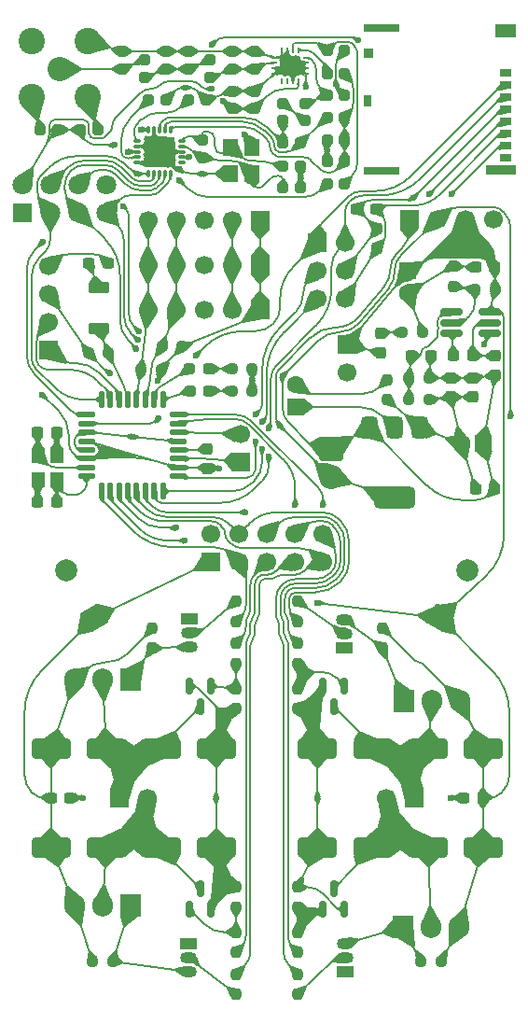
<source format=gtl>
%TF.GenerationSoftware,KiCad,Pcbnew,9.0.6*%
%TF.CreationDate,2026-02-04T03:15:49+01:00*%
%TF.ProjectId,car,6361722e-6b69-4636-9164-5f7063625858,rev?*%
%TF.SameCoordinates,Original*%
%TF.FileFunction,Copper,L1,Top*%
%TF.FilePolarity,Positive*%
%FSLAX46Y46*%
G04 Gerber Fmt 4.6, Leading zero omitted, Abs format (unit mm)*
G04 Created by KiCad (PCBNEW 9.0.6) date 2026-02-04 03:15:49*
%MOMM*%
%LPD*%
G01*
G04 APERTURE LIST*
G04 Aperture macros list*
%AMRoundRect*
0 Rectangle with rounded corners*
0 $1 Rounding radius*
0 $2 $3 $4 $5 $6 $7 $8 $9 X,Y pos of 4 corners*
0 Add a 4 corners polygon primitive as box body*
4,1,4,$2,$3,$4,$5,$6,$7,$8,$9,$2,$3,0*
0 Add four circle primitives for the rounded corners*
1,1,$1+$1,$2,$3*
1,1,$1+$1,$4,$5*
1,1,$1+$1,$6,$7*
1,1,$1+$1,$8,$9*
0 Add four rect primitives between the rounded corners*
20,1,$1+$1,$2,$3,$4,$5,0*
20,1,$1+$1,$4,$5,$6,$7,0*
20,1,$1+$1,$6,$7,$8,$9,0*
20,1,$1+$1,$8,$9,$2,$3,0*%
G04 Aperture macros list end*
%TA.AperFunction,Conductor*%
%ADD10C,0.200000*%
%TD*%
%TA.AperFunction,ComponentPad*%
%ADD11R,1.700000X1.700000*%
%TD*%
%TA.AperFunction,ComponentPad*%
%ADD12C,1.700000*%
%TD*%
%TA.AperFunction,ComponentPad*%
%ADD13RoundRect,0.250000X-0.550000X0.550000X-0.550000X-0.550000X0.550000X-0.550000X0.550000X0.550000X0*%
%TD*%
%TA.AperFunction,ComponentPad*%
%ADD14C,1.600000*%
%TD*%
%TA.AperFunction,SMDPad,CuDef*%
%ADD15RoundRect,0.237500X0.250000X0.237500X-0.250000X0.237500X-0.250000X-0.237500X0.250000X-0.237500X0*%
%TD*%
%TA.AperFunction,SMDPad,CuDef*%
%ADD16RoundRect,0.250000X-1.500000X-0.650000X1.500000X-0.650000X1.500000X0.650000X-1.500000X0.650000X0*%
%TD*%
%TA.AperFunction,SMDPad,CuDef*%
%ADD17RoundRect,0.162500X0.837500X0.162500X-0.837500X0.162500X-0.837500X-0.162500X0.837500X-0.162500X0*%
%TD*%
%TA.AperFunction,SMDPad,CuDef*%
%ADD18RoundRect,0.237500X0.237500X-0.250000X0.237500X0.250000X-0.237500X0.250000X-0.237500X-0.250000X0*%
%TD*%
%TA.AperFunction,SMDPad,CuDef*%
%ADD19RoundRect,0.237500X0.300000X0.237500X-0.300000X0.237500X-0.300000X-0.237500X0.300000X-0.237500X0*%
%TD*%
%TA.AperFunction,SMDPad,CuDef*%
%ADD20RoundRect,0.375000X-0.375000X0.625000X-0.375000X-0.625000X0.375000X-0.625000X0.375000X0.625000X0*%
%TD*%
%TA.AperFunction,SMDPad,CuDef*%
%ADD21RoundRect,0.500000X-1.400000X0.500000X-1.400000X-0.500000X1.400000X-0.500000X1.400000X0.500000X0*%
%TD*%
%TA.AperFunction,ComponentPad*%
%ADD22R,1.500000X1.050000*%
%TD*%
%TA.AperFunction,ComponentPad*%
%ADD23O,1.500000X1.050000*%
%TD*%
%TA.AperFunction,SMDPad,CuDef*%
%ADD24RoundRect,0.237500X-0.237500X0.250000X-0.237500X-0.250000X0.237500X-0.250000X0.237500X0.250000X0*%
%TD*%
%TA.AperFunction,SMDPad,CuDef*%
%ADD25RoundRect,0.142500X0.332500X0.357500X-0.332500X0.357500X-0.332500X-0.357500X0.332500X-0.357500X0*%
%TD*%
%TA.AperFunction,SMDPad,CuDef*%
%ADD26RoundRect,0.165000X-0.735000X0.385000X-0.735000X-0.385000X0.735000X-0.385000X0.735000X0.385000X0*%
%TD*%
%TA.AperFunction,SMDPad,CuDef*%
%ADD27RoundRect,0.142500X-0.357500X0.332500X-0.357500X-0.332500X0.357500X-0.332500X0.357500X0.332500X0*%
%TD*%
%TA.AperFunction,SMDPad,CuDef*%
%ADD28R,1.092200X0.711200*%
%TD*%
%TA.AperFunction,SMDPad,CuDef*%
%ADD29R,0.939800X0.889000*%
%TD*%
%TA.AperFunction,SMDPad,CuDef*%
%ADD30R,0.787400X1.041400*%
%TD*%
%TA.AperFunction,SMDPad,CuDef*%
%ADD31R,1.828800X1.143000*%
%TD*%
%TA.AperFunction,SMDPad,CuDef*%
%ADD32R,3.327400X0.711200*%
%TD*%
%TA.AperFunction,SMDPad,CuDef*%
%ADD33R,2.794000X0.863600*%
%TD*%
%TA.AperFunction,SMDPad,CuDef*%
%ADD34RoundRect,0.150000X-0.150000X0.587500X-0.150000X-0.587500X0.150000X-0.587500X0.150000X0.587500X0*%
%TD*%
%TA.AperFunction,SMDPad,CuDef*%
%ADD35RoundRect,0.250000X1.500000X0.650000X-1.500000X0.650000X-1.500000X-0.650000X1.500000X-0.650000X0*%
%TD*%
%TA.AperFunction,ComponentPad*%
%ADD36RoundRect,0.249999X-0.850001X0.850001X-0.850001X-0.850001X0.850001X-0.850001X0.850001X0.850001X0*%
%TD*%
%TA.AperFunction,ComponentPad*%
%ADD37C,2.200000*%
%TD*%
%TA.AperFunction,SMDPad,CuDef*%
%ADD38RoundRect,0.237500X-0.237500X0.300000X-0.237500X-0.300000X0.237500X-0.300000X0.237500X0.300000X0*%
%TD*%
%TA.AperFunction,SMDPad,CuDef*%
%ADD39RoundRect,0.237500X-0.300000X-0.237500X0.300000X-0.237500X0.300000X0.237500X-0.300000X0.237500X0*%
%TD*%
%TA.AperFunction,SMDPad,CuDef*%
%ADD40RoundRect,0.237500X-0.250000X-0.237500X0.250000X-0.237500X0.250000X0.237500X-0.250000X0.237500X0*%
%TD*%
%TA.AperFunction,SMDPad,CuDef*%
%ADD41RoundRect,0.142500X0.357500X-0.332500X0.357500X0.332500X-0.357500X0.332500X-0.357500X-0.332500X0*%
%TD*%
%TA.AperFunction,SMDPad,CuDef*%
%ADD42RoundRect,0.150000X0.150000X-0.587500X0.150000X0.587500X-0.150000X0.587500X-0.150000X-0.587500X0*%
%TD*%
%TA.AperFunction,ComponentPad*%
%ADD43C,2.400000*%
%TD*%
%TA.AperFunction,ComponentPad*%
%ADD44R,1.905000X2.000000*%
%TD*%
%TA.AperFunction,ComponentPad*%
%ADD45O,1.905000X2.000000*%
%TD*%
%TA.AperFunction,SMDPad,CuDef*%
%ADD46RoundRect,0.142500X-0.332500X-0.357500X0.332500X-0.357500X0.332500X0.357500X-0.332500X0.357500X0*%
%TD*%
%TA.AperFunction,ComponentPad*%
%ADD47RoundRect,0.250000X0.550000X-0.550000X0.550000X0.550000X-0.550000X0.550000X-0.550000X-0.550000X0*%
%TD*%
%TA.AperFunction,SMDPad,CuDef*%
%ADD48RoundRect,0.237500X-0.237500X0.287500X-0.237500X-0.287500X0.237500X-0.287500X0.237500X0.287500X0*%
%TD*%
%TA.AperFunction,SMDPad,CuDef*%
%ADD49RoundRect,0.180000X-0.420000X0.520000X-0.420000X-0.520000X0.420000X-0.520000X0.420000X0.520000X0*%
%TD*%
%TA.AperFunction,SMDPad,CuDef*%
%ADD50O,0.300000X0.800000*%
%TD*%
%TA.AperFunction,SMDPad,CuDef*%
%ADD51O,0.800000X0.300000*%
%TD*%
%TA.AperFunction,SMDPad,CuDef*%
%ADD52R,2.700000X2.700000*%
%TD*%
%TA.AperFunction,ComponentPad*%
%ADD53RoundRect,0.250000X1.024519X-0.274519X0.274519X1.024519X-1.024519X0.274519X-0.274519X-1.024519X0*%
%TD*%
%TA.AperFunction,ComponentPad*%
%ADD54C,2.000000*%
%TD*%
%TA.AperFunction,SMDPad,CuDef*%
%ADD55RoundRect,0.237500X0.237500X-0.300000X0.237500X0.300000X-0.237500X0.300000X-0.237500X-0.300000X0*%
%TD*%
%TA.AperFunction,SMDPad,CuDef*%
%ADD56RoundRect,0.137500X-0.600000X-0.137500X0.600000X-0.137500X0.600000X0.137500X-0.600000X0.137500X0*%
%TD*%
%TA.AperFunction,SMDPad,CuDef*%
%ADD57RoundRect,0.137500X-0.137500X-0.600000X0.137500X-0.600000X0.137500X0.600000X-0.137500X0.600000X0*%
%TD*%
%TA.AperFunction,ComponentPad*%
%ADD58RoundRect,0.250000X0.550000X0.550000X-0.550000X0.550000X-0.550000X-0.550000X0.550000X-0.550000X0*%
%TD*%
%TA.AperFunction,ComponentPad*%
%ADD59R,1.800000X1.800000*%
%TD*%
%TA.AperFunction,ComponentPad*%
%ADD60C,1.800000*%
%TD*%
%TA.AperFunction,SMDPad,CuDef*%
%ADD61RoundRect,0.237500X0.287500X0.237500X-0.287500X0.237500X-0.287500X-0.237500X0.287500X-0.237500X0*%
%TD*%
%TA.AperFunction,ComponentPad*%
%ADD62RoundRect,0.250000X0.274519X-1.024519X1.024519X0.274519X-0.274519X1.024519X-1.024519X-0.274519X0*%
%TD*%
%TA.AperFunction,SMDPad,CuDef*%
%ADD63RoundRect,0.210000X0.490000X-0.590000X0.490000X0.590000X-0.490000X0.590000X-0.490000X-0.590000X0*%
%TD*%
%TA.AperFunction,SMDPad,CuDef*%
%ADD64O,0.650000X0.250000*%
%TD*%
%TA.AperFunction,SMDPad,CuDef*%
%ADD65O,0.250000X0.650000*%
%TD*%
%TA.AperFunction,SMDPad,CuDef*%
%ADD66R,1.700000X1.700000*%
%TD*%
%TA.AperFunction,ViaPad*%
%ADD67C,0.600000*%
%TD*%
G04 APERTURE END LIST*
D10*
%TO.N,Net-(Q10-G)*%
X154735970Y-137634970D02*
X152735970Y-139434970D01*
X152735970Y-137434970D01*
X154735970Y-137634970D01*
%TA.AperFunction,Conductor*%
G36*
X154735970Y-137634970D02*
G01*
X152735970Y-139434970D01*
X152735970Y-137434970D01*
X154735970Y-137634970D01*
G37*
%TD.AperFunction*%
%TO.N,Net-(D10-A)*%
X164235970Y-131834970D02*
X159535970Y-131834970D01*
X160535970Y-128234970D01*
X161135970Y-128134970D01*
X164235970Y-131834970D01*
%TA.AperFunction,Conductor*%
G36*
X164235970Y-131834970D02*
G01*
X159535970Y-131834970D01*
X160535970Y-128234970D01*
X161135970Y-128134970D01*
X164235970Y-131834970D01*
G37*
%TD.AperFunction*%
%TO.N,Net-(Q8-G)*%
X154035970Y-116034970D02*
X152735970Y-117334970D01*
X152735970Y-115434970D01*
X154035970Y-116034970D01*
%TA.AperFunction,Conductor*%
G36*
X154035970Y-116034970D02*
G01*
X152735970Y-117334970D01*
X152735970Y-115434970D01*
X154035970Y-116034970D01*
G37*
%TD.AperFunction*%
%TO.N,Net-(D8-A)*%
X163335970Y-126634970D02*
X162735970Y-126734970D01*
X159635970Y-123034970D01*
X164335970Y-123034970D01*
X163335970Y-126634970D01*
%TA.AperFunction,Conductor*%
G36*
X163335970Y-126634970D02*
G01*
X162735970Y-126734970D01*
X159635970Y-123034970D01*
X164335970Y-123034970D01*
X163335970Y-126634970D01*
G37*
%TD.AperFunction*%
%TO.N,3V3*%
X137900000Y-96500000D02*
X134335970Y-96504843D01*
X134735970Y-95904843D01*
X134535970Y-95504843D01*
X137900000Y-96500000D01*
%TA.AperFunction,Conductor*%
G36*
X137900000Y-96500000D02*
G01*
X134335970Y-96504843D01*
X134735970Y-95904843D01*
X134535970Y-95504843D01*
X137900000Y-96500000D01*
G37*
%TD.AperFunction*%
%TO.N,Net-(D6-A)*%
X139135970Y-128234970D02*
X140135970Y-131834970D01*
X135435970Y-131834970D01*
X138535970Y-128134970D01*
X139135970Y-128234970D01*
%TA.AperFunction,Conductor*%
G36*
X139135970Y-128234970D02*
G01*
X140135970Y-131834970D01*
X135435970Y-131834970D01*
X138535970Y-128134970D01*
X139135970Y-128234970D01*
G37*
%TD.AperFunction*%
%TO.N,GND*%
X145335970Y-122434970D02*
X145335970Y-119434970D01*
X146935970Y-119434970D01*
X145335970Y-122434970D01*
%TA.AperFunction,Conductor*%
G36*
X145335970Y-122434970D02*
G01*
X145335970Y-119434970D01*
X146935970Y-119434970D01*
X145335970Y-122434970D01*
G37*
%TD.AperFunction*%
X146735970Y-135334970D02*
X144835970Y-137234970D01*
X145335970Y-132234970D01*
X146735970Y-135334970D01*
%TA.AperFunction,Conductor*%
G36*
X146735970Y-135334970D02*
G01*
X144835970Y-137234970D01*
X145335970Y-132234970D01*
X146735970Y-135334970D01*
G37*
%TD.AperFunction*%
%TO.N,Net-(D4-A)*%
X136935970Y-126734970D02*
X136335970Y-126634970D01*
X135335970Y-123034970D01*
X140035970Y-123034970D01*
X136935970Y-126734970D01*
%TA.AperFunction,Conductor*%
G36*
X136935970Y-126734970D02*
G01*
X136335970Y-126634970D01*
X135335970Y-123034970D01*
X140035970Y-123034970D01*
X136935970Y-126734970D01*
G37*
%TD.AperFunction*%
%TO.N,12V*%
X168955792Y-76266086D02*
X170100000Y-77400000D01*
X170400000Y-78100000D01*
X170398481Y-78700000D01*
X170200000Y-78700000D01*
X169100000Y-78300000D01*
X165400000Y-78300000D01*
X164500000Y-78534891D01*
X164500000Y-78500000D01*
X167000000Y-76000000D01*
X168000000Y-75838510D01*
X168955792Y-76266086D01*
%TA.AperFunction,Conductor*%
G36*
X168955792Y-76266086D02*
G01*
X170100000Y-77400000D01*
X170400000Y-78100000D01*
X170398481Y-78700000D01*
X170200000Y-78700000D01*
X169100000Y-78300000D01*
X165400000Y-78300000D01*
X164500000Y-78534891D01*
X164500000Y-78500000D01*
X167000000Y-76000000D01*
X168000000Y-75838510D01*
X168955792Y-76266086D01*
G37*
%TD.AperFunction*%
%TO.N,GND*%
X154335970Y-122534970D02*
X152735970Y-119334970D01*
X154835970Y-117434970D01*
X154335970Y-122534970D01*
%TA.AperFunction,Conductor*%
G36*
X154335970Y-122534970D02*
G01*
X152735970Y-119334970D01*
X154835970Y-117434970D01*
X154335970Y-122534970D01*
G37*
%TD.AperFunction*%
%TD*%
D11*
%TO.P,J8,1,Pin_1*%
%TO.N,3V3*%
X162755970Y-75004843D03*
D12*
%TO.P,J8,2,Pin_2*%
%TO.N,5V*%
X165295970Y-75004843D03*
%TO.P,J8,3,Pin_3*%
%TO.N,12V*%
X167835970Y-75004843D03*
%TO.P,J8,4,Pin_4*%
%TO.N,GND*%
X170375970Y-75004843D03*
%TD*%
D13*
%TO.P,C19,1*%
%TO.N,12V*%
X162635970Y-79624843D03*
D14*
%TO.P,C19,2*%
%TO.N,GND*%
X162635970Y-81624843D03*
%TD*%
D15*
%TO.P,R20,1*%
%TO.N,12V*%
X165648470Y-142234970D03*
%TO.P,R20,2*%
%TO.N,Net-(Q12-C)*%
X163823470Y-142234970D03*
%TD*%
D16*
%TO.P,D6,1,K*%
%TO.N,12V*%
X130235970Y-131934970D03*
%TO.P,D6,2,A*%
%TO.N,Net-(D6-A)*%
X135235970Y-131934970D03*
%TD*%
D17*
%TO.P,U4,1,GND*%
%TO.N,GND*%
X170045970Y-85274843D03*
%TO.P,U4,2,SW*%
%TO.N,Net-(U4-SW)*%
X170045970Y-84324843D03*
%TO.P,U4,3,VIN*%
%TO.N,12V*%
X170045970Y-83374843D03*
%TO.P,U4,4,FB*%
%TO.N,Net-(U4-FB)*%
X166625970Y-83374843D03*
%TO.P,U4,5,EN*%
%TO.N,Net-(U4-EN)*%
X166625970Y-84324843D03*
%TO.P,U4,6,BOOT*%
%TO.N,Net-(U4-BOOT)*%
X166625970Y-85274843D03*
%TD*%
D16*
%TO.P,D7,1,K*%
%TO.N,Net-(D6-A)*%
X140235970Y-131934970D03*
%TO.P,D7,2,A*%
%TO.N,GND*%
X145235970Y-131934970D03*
%TD*%
D11*
%TO.P,J10,1,Pin_1*%
%TO.N,SD_CS*%
X154395970Y-77104843D03*
D12*
%TO.P,J10,2,Pin_2*%
%TO.N,MOSI*%
X156935970Y-77104843D03*
%TO.P,J10,3,Pin_3*%
%TO.N,SCK*%
X154395970Y-79644843D03*
%TO.P,J10,4,Pin_4*%
%TO.N,3V3*%
X156935970Y-79644843D03*
%TO.P,J10,5,Pin_5*%
%TO.N,MISO*%
X154395970Y-82184843D03*
%TO.P,J10,6,Pin_6*%
%TO.N,GND*%
X156935970Y-82184843D03*
%TD*%
D18*
%TO.P,R9,1*%
%TO.N,Net-(Q1-G)*%
X139435970Y-113847470D03*
%TO.P,R9,2*%
%TO.N,12V*%
X139435970Y-112022470D03*
%TD*%
D19*
%TO.P,C16,1*%
%TO.N,12V*%
X169438470Y-127434970D03*
%TO.P,C16,2*%
%TO.N,GND*%
X167713470Y-127434970D03*
%TD*%
D20*
%TO.P,U5,1,GND*%
%TO.N,GND*%
X163735970Y-93874843D03*
%TO.P,U5,2,VO*%
%TO.N,3V3*%
X161435970Y-93874843D03*
D21*
X161435970Y-100174843D03*
D20*
%TO.P,U5,3,VI*%
%TO.N,5V*%
X159135970Y-93874843D03*
%TD*%
D15*
%TO.P,R5,1*%
%TO.N,3V3*%
X142148470Y-86504843D03*
%TO.P,R5,2*%
%TO.N,SDA*%
X140323470Y-86504843D03*
%TD*%
D22*
%TO.P,Q12,1,E*%
%TO.N,GND*%
X156935970Y-143174970D03*
D23*
%TO.P,Q12,2,B*%
%TO.N,Net-(Q12-B)*%
X156935970Y-141904970D03*
%TO.P,Q12,3,C*%
%TO.N,Net-(Q12-C)*%
X156935970Y-140634970D03*
%TD*%
D24*
%TO.P,R10,1*%
%TO.N,Net-(Q2-G)*%
X147035970Y-117522470D03*
%TO.P,R10,2*%
%TO.N,GND*%
X147035970Y-119347470D03*
%TD*%
D25*
%TO.P,C33,1*%
%TO.N,GND*%
X156889920Y-63727843D03*
%TO.P,C33,2*%
%TO.N,Net-(U8-TXRX)*%
X155289920Y-63727843D03*
%TD*%
D26*
%TO.P,SW1,1,1*%
%TO.N,Net-(C1-Pad2)*%
X134548470Y-81154843D03*
%TO.P,SW1,2,2*%
%TO.N,RST*%
X134548470Y-84854843D03*
%TD*%
D27*
%TO.P,C37,1*%
%TO.N,GND*%
X146689920Y-59727843D03*
%TO.P,C37,2*%
%TO.N,Net-(U8-ANT)*%
X146689920Y-61327843D03*
%TD*%
D28*
%TO.P,SD1,1,DAT2*%
%TO.N,unconnected-(SD1-DAT2-Pad1)*%
X171535970Y-61704843D03*
%TO.P,SD1,2,CD/DAT3*%
%TO.N,SD_CS*%
X171535970Y-62804843D03*
%TO.P,SD1,3,CMD*%
%TO.N,MOSI*%
X171535970Y-63904843D03*
%TO.P,SD1,4,VDD*%
%TO.N,3V3*%
X171535970Y-65004844D03*
%TO.P,SD1,5,CLK*%
%TO.N,SCK*%
X171535970Y-66104844D03*
%TO.P,SD1,6,VSS*%
%TO.N,GND*%
X171535970Y-67204844D03*
%TO.P,SD1,7,DAT0*%
%TO.N,MISO*%
X171535970Y-68304845D03*
%TO.P,SD1,8,DAT1*%
%TO.N,unconnected-(SD1-DAT1-Pad8)*%
X171535970Y-69404843D03*
D29*
%TO.P,SD1,9,LEVER*%
%TO.N,unconnected-(SD1-LEVER-Pad9)*%
X159070971Y-59914843D03*
D30*
%TO.P,SD1,10,SWITCH*%
%TO.N,unconnected-(SD1-SWITCH-Pad10)*%
X158995971Y-64179843D03*
D31*
%TO.P,SD1,11,SHELL*%
%TO.N,unconnected-(SD1-SHELL-Pad11)*%
X171520971Y-57824843D03*
D32*
%TO.P,SD1,12,SHELL*%
%TO.N,unconnected-(SD1-SHELL-Pad12)*%
X160270971Y-57604843D03*
%TO.P,SD1,13,SHELL*%
%TO.N,unconnected-(SD1-SHELL-Pad13)*%
X160270971Y-70564843D03*
D33*
%TO.P,SD1,14,SHELL*%
%TO.N,unconnected-(SD1-SHELL-Pad14)*%
X171035971Y-70484843D03*
%TD*%
D34*
%TO.P,Q8,1,G*%
%TO.N,Net-(Q8-G)*%
X156835970Y-117259970D03*
%TO.P,Q8,2,S*%
%TO.N,GND*%
X154935970Y-117259970D03*
%TO.P,Q8,3,D*%
%TO.N,Net-(D8-A)*%
X155885970Y-119134970D03*
%TD*%
D35*
%TO.P,D9,1,K*%
%TO.N,Net-(D8-A)*%
X159435970Y-122934970D03*
%TO.P,D9,2,A*%
%TO.N,GND*%
X154435970Y-122934970D03*
%TD*%
D36*
%TO.P,D12,1,K*%
%TO.N,5V*%
X155635970Y-95772661D03*
D37*
%TO.P,D12,2,A*%
%TO.N,3V3*%
X155635970Y-98312661D03*
%TD*%
D18*
%TO.P,R31,1*%
%TO.N,GND*%
X160735970Y-91337343D03*
%TO.P,R31,2*%
%TO.N,Net-(C43-Pad2)*%
X160735970Y-89512343D03*
%TD*%
D22*
%TO.P,Q11,1,E*%
%TO.N,GND*%
X156835970Y-113784970D03*
D23*
%TO.P,Q11,2,B*%
%TO.N,Net-(Q11-B)*%
X156835970Y-112514970D03*
%TO.P,Q11,3,C*%
%TO.N,Net-(Q11-C)*%
X156835970Y-111244970D03*
%TD*%
D11*
%TO.P,M2,1,+*%
%TO.N,Net-(D8-A)*%
X163235970Y-127434970D03*
D12*
%TO.P,M2,2,-*%
%TO.N,Net-(D10-A)*%
X160695970Y-127434970D03*
%TD*%
D38*
%TO.P,C6,1*%
%TO.N,3V3*%
X159835970Y-75842343D03*
%TO.P,C6,2*%
%TO.N,GND*%
X159835970Y-77567343D03*
%TD*%
D39*
%TO.P,C14,1*%
%TO.N,12V*%
X130235970Y-127434970D03*
%TO.P,C14,2*%
%TO.N,GND*%
X131960970Y-127434970D03*
%TD*%
D40*
%TO.P,R2,1*%
%TO.N,3V3*%
X133635970Y-87104843D03*
%TO.P,R2,2*%
%TO.N,RST*%
X135460970Y-87104843D03*
%TD*%
D41*
%TO.P,L9,1*%
%TO.N,Net-(U8-ANT)*%
X144689920Y-62127843D03*
%TO.P,L9,2*%
%TO.N,Net-(C38-Pad2)*%
X144689920Y-60527843D03*
%TD*%
D27*
%TO.P,C36,1*%
%TO.N,GND*%
X148689920Y-59727843D03*
%TO.P,C36,2*%
%TO.N,Net-(U8-ANT)*%
X148689920Y-61327843D03*
%TD*%
D40*
%TO.P,R29,1*%
%TO.N,Net-(U4-FB)*%
X162723470Y-89324843D03*
%TO.P,R29,2*%
%TO.N,5V*%
X164548470Y-89324843D03*
%TD*%
D24*
%TO.P,R18,1*%
%TO.N,Net-(Q8-G)*%
X152635970Y-117522470D03*
%TO.P,R18,2*%
%TO.N,GND*%
X152635970Y-119347470D03*
%TD*%
D18*
%TO.P,R17,1*%
%TO.N,Net-(Q11-C)*%
X160335970Y-113847470D03*
%TO.P,R17,2*%
%TO.N,12V*%
X160335970Y-112022470D03*
%TD*%
D39*
%TO.P,C21,1*%
%TO.N,Net-(U4-BOOT)*%
X166773470Y-87324843D03*
%TO.P,C21,2*%
%TO.N,Net-(U4-SW)*%
X168498470Y-87324843D03*
%TD*%
D40*
%TO.P,R23,1*%
%TO.N,Net-(U4-EN)*%
X168723470Y-81324843D03*
%TO.P,R23,2*%
%TO.N,12V*%
X170548470Y-81324843D03*
%TD*%
D42*
%TO.P,Q4,1,G*%
%TO.N,Net-(Q4-G)*%
X142835970Y-137572470D03*
%TO.P,Q4,2,S*%
%TO.N,GND*%
X144735970Y-137572470D03*
%TO.P,Q4,3,D*%
%TO.N,Net-(D6-A)*%
X143785970Y-135697470D03*
%TD*%
D41*
%TO.P,C34,1*%
%TO.N,3V3*%
X146689920Y-64927843D03*
%TO.P,C34,2*%
%TO.N,GND*%
X146689920Y-63327843D03*
%TD*%
%TO.P,C35,1*%
%TO.N,3V3*%
X148689920Y-64927843D03*
%TO.P,C35,2*%
%TO.N,GND*%
X148689920Y-63327843D03*
%TD*%
D37*
%TO.P,J6,1,ANT*%
%TO.N,Net-(J6-ANT)*%
X130989920Y-61327843D03*
D43*
%TO.P,J6,2*%
%TO.N,GND*%
X133529920Y-63867843D03*
%TO.P,J6,3*%
X133529920Y-58787843D03*
%TO.P,J6,4*%
X128449920Y-58787843D03*
%TO.P,J6,5*%
X128449920Y-63867843D03*
%TD*%
D39*
%TO.P,C42,1*%
%TO.N,GND*%
X168773470Y-99424843D03*
%TO.P,C42,2*%
%TO.N,5V*%
X170498470Y-99424843D03*
%TD*%
D18*
%TO.P,R7,1*%
%TO.N,M1_PWM_CW*%
X147035970Y-111447470D03*
%TO.P,R7,2*%
%TO.N,Net-(Q5-B)*%
X147035970Y-109622470D03*
%TD*%
D44*
%TO.P,Q7,1,G*%
%TO.N,Net-(Q11-C)*%
X162255970Y-118634970D03*
D45*
%TO.P,Q7,2,D*%
%TO.N,Net-(D8-A)*%
X164795970Y-118634970D03*
%TO.P,Q7,3,S*%
%TO.N,12V*%
X167335970Y-118634970D03*
%TD*%
D44*
%TO.P,Q9,1,G*%
%TO.N,Net-(Q12-C)*%
X162195970Y-139134970D03*
D45*
%TO.P,Q9,2,D*%
%TO.N,Net-(D10-A)*%
X164735970Y-139134970D03*
%TO.P,Q9,3,S*%
%TO.N,12V*%
X167275970Y-139134970D03*
%TD*%
D46*
%TO.P,L6,1*%
%TO.N,Net-(U7-ANT2)*%
X151289920Y-68027843D03*
%TO.P,L6,2*%
%TO.N,Net-(U7-ANT1)*%
X152889920Y-68027843D03*
%TD*%
D47*
%TO.P,C43,1*%
%TO.N,3V3*%
X152435970Y-91959956D03*
D14*
%TO.P,C43,2*%
%TO.N,Net-(C43-Pad2)*%
X152435970Y-89959956D03*
%TD*%
D48*
%TO.P,D1,1,K*%
%TO.N,Net-(D1-K)*%
X160135970Y-85329843D03*
%TO.P,D1,2,A*%
%TO.N,12V*%
X160135970Y-87079843D03*
%TD*%
D24*
%TO.P,R13,1*%
%TO.N,Net-(Q4-G)*%
X147035970Y-139622470D03*
%TO.P,R13,2*%
%TO.N,M1_EN_CW*%
X147035970Y-141447470D03*
%TD*%
D25*
%TO.P,C31,1*%
%TO.N,Net-(U7-VDD_PA)*%
X156889920Y-67727843D03*
%TO.P,C31,2*%
%TO.N,GND*%
X155289920Y-67727843D03*
%TD*%
D49*
%TO.P,Y1,1,1*%
%TO.N,Net-(U1-XTAL1{slash}PB6)*%
X129054720Y-96354843D03*
%TO.P,Y1,2,2*%
%TO.N,GND*%
X129054720Y-98554843D03*
%TO.P,Y1,3,3*%
%TO.N,Net-(U1-XTAL2{slash}PB7)*%
X130754720Y-98554843D03*
%TO.P,Y1,4,4*%
%TO.N,GND*%
X130754720Y-96354843D03*
%TD*%
D50*
%TO.P,U7,1,CE*%
%TO.N,RC_EN*%
X139089920Y-70827843D03*
%TO.P,U7,2,CSN*%
%TO.N,RC_CS*%
X139589920Y-70827843D03*
%TO.P,U7,3,SCK*%
%TO.N,SCK*%
X140089920Y-70827843D03*
%TO.P,U7,4,MOSI*%
%TO.N,MOSI*%
X140589920Y-70827843D03*
%TO.P,U7,5,MISO*%
%TO.N,MISO*%
X141089920Y-70827843D03*
D51*
%TO.P,U7,6,IRQ*%
%TO.N,unconnected-(U7-IRQ-Pad6)*%
X142089920Y-69827843D03*
%TO.P,U7,7,VDD*%
%TO.N,3V3*%
X142089920Y-69327843D03*
%TO.P,U7,8,VSS*%
%TO.N,GND*%
X142089920Y-68827843D03*
%TO.P,U7,9,XC2*%
%TO.N,Net-(U7-XC2)*%
X142089920Y-68327843D03*
%TO.P,U7,10,XC1*%
%TO.N,Net-(U7-XC1)*%
X142089920Y-67827843D03*
D50*
%TO.P,U7,11,VDD_PA*%
%TO.N,Net-(U7-VDD_PA)*%
X141089920Y-66827843D03*
%TO.P,U7,12,ANT1*%
%TO.N,Net-(U7-ANT1)*%
X140589920Y-66827843D03*
%TO.P,U7,13,ANT2*%
%TO.N,Net-(U7-ANT2)*%
X140089920Y-66827843D03*
%TO.P,U7,14,VSS*%
%TO.N,GND*%
X139589920Y-66827843D03*
%TO.P,U7,15,VDD*%
%TO.N,3V3*%
X139089920Y-66827843D03*
D51*
%TO.P,U7,16,IREF*%
%TO.N,Net-(U7-IREF)*%
X138089920Y-67827843D03*
%TO.P,U7,17,VSS*%
%TO.N,GND*%
X138089920Y-68327843D03*
%TO.P,U7,18,VDD*%
%TO.N,3V3*%
X138089920Y-68827843D03*
%TO.P,U7,19,DVDD*%
%TO.N,Net-(U7-DVDD)*%
X138089920Y-69327843D03*
%TO.P,U7,20,VSS*%
%TO.N,GND*%
X138089920Y-69827843D03*
D52*
%TO.P,U7,21,VSS*%
X140089920Y-68827843D03*
%TD*%
D53*
%TO.P,C13,1*%
%TO.N,12V*%
X134135970Y-111134970D03*
D54*
%TO.P,C13,2*%
%TO.N,GND*%
X131635970Y-106804843D03*
%TD*%
D46*
%TO.P,C25,1*%
%TO.N,GND*%
X129289920Y-66827843D03*
%TO.P,C25,2*%
%TO.N,3V3*%
X130889920Y-66827843D03*
%TD*%
D41*
%TO.P,R32,1*%
%TO.N,Net-(U7-XC2)*%
X143989920Y-69377843D03*
%TO.P,R32,2*%
%TO.N,Net-(U7-XC1)*%
X143989920Y-67777843D03*
%TD*%
D55*
%TO.P,C23,1*%
%TO.N,GND*%
X166535970Y-91087343D03*
%TO.P,C23,2*%
%TO.N,5V*%
X166535970Y-89362343D03*
%TD*%
D18*
%TO.P,R15,1*%
%TO.N,M2_PWM_CW*%
X152635970Y-111434970D03*
%TO.P,R15,2*%
%TO.N,Net-(Q11-B)*%
X152635970Y-109609970D03*
%TD*%
D39*
%TO.P,C24,1*%
%TO.N,Net-(U4-FB)*%
X162973470Y-87324843D03*
%TO.P,C24,2*%
%TO.N,5V*%
X164698470Y-87324843D03*
%TD*%
D19*
%TO.P,C1,1*%
%TO.N,GND*%
X135410970Y-78904843D03*
%TO.P,C1,2*%
%TO.N,Net-(C1-Pad2)*%
X133685970Y-78904843D03*
%TD*%
D11*
%TO.P,M1,1,+*%
%TO.N,Net-(D4-A)*%
X136460970Y-127434970D03*
D12*
%TO.P,M1,2,-*%
%TO.N,Net-(D6-A)*%
X139000970Y-127434970D03*
%TD*%
D41*
%TO.P,L8,1*%
%TO.N,Net-(U7-ANT2)*%
X151289920Y-66027843D03*
%TO.P,L8,2*%
%TO.N,Net-(C32-Pad1)*%
X151289920Y-64427843D03*
%TD*%
D35*
%TO.P,D11,1,K*%
%TO.N,Net-(D10-A)*%
X159435970Y-131934970D03*
%TO.P,D11,2,A*%
%TO.N,GND*%
X154435970Y-131934970D03*
%TD*%
D46*
%TO.P,L7,1*%
%TO.N,Net-(U7-ANT1)*%
X155289920Y-65727843D03*
%TO.P,L7,2*%
%TO.N,Net-(U7-VDD_PA)*%
X156889920Y-65727843D03*
%TD*%
D19*
%TO.P,C3,1*%
%TO.N,Net-(U1-XTAL2{slash}PB7)*%
X130748470Y-100654843D03*
%TO.P,C3,2*%
%TO.N,GND*%
X129023470Y-100654843D03*
%TD*%
D25*
%TO.P,C28,1*%
%TO.N,GND*%
X152889920Y-72127843D03*
%TO.P,C28,2*%
%TO.N,Net-(U7-XC2)*%
X151289920Y-72127843D03*
%TD*%
D41*
%TO.P,C32,1*%
%TO.N,Net-(C32-Pad1)*%
X153289920Y-66027843D03*
%TO.P,C32,2*%
%TO.N,Net-(U8-TXRX)*%
X153289920Y-64427843D03*
%TD*%
D11*
%TO.P,J5,1,Pin_1*%
%TO.N,ADC0*%
X147435970Y-97004843D03*
D12*
%TO.P,J5,2,Pin_2*%
%TO.N,ADC1*%
X147435970Y-94464843D03*
%TD*%
D56*
%TO.P,U1,1,PD3*%
%TO.N,RC_CS*%
X133443470Y-92674843D03*
%TO.P,U1,2,PD4*%
%TO.N,SD_CS*%
X133443470Y-93474843D03*
%TO.P,U1,3,GND*%
%TO.N,GND*%
X133443470Y-94274843D03*
%TO.P,U1,4,VCC*%
%TO.N,3V3*%
X133443470Y-95074843D03*
%TO.P,U1,5,GND*%
%TO.N,GND*%
X133443470Y-95874843D03*
%TO.P,U1,6,VCC*%
%TO.N,3V3*%
X133443470Y-96674843D03*
%TO.P,U1,7,XTAL1/PB6*%
%TO.N,Net-(U1-XTAL1{slash}PB6)*%
X133443470Y-97474843D03*
%TO.P,U1,8,XTAL2/PB7*%
%TO.N,Net-(U1-XTAL2{slash}PB7)*%
X133443470Y-98274843D03*
D57*
%TO.P,U1,9,PD5*%
%TO.N,M1_PWM_CW*%
X134805970Y-99637343D03*
%TO.P,U1,10,PD6*%
%TO.N,M1_PWM_CCW*%
X135605970Y-99637343D03*
%TO.P,U1,11,PD7*%
%TO.N,M1_EN_CW*%
X136405970Y-99637343D03*
%TO.P,U1,12,PB0*%
%TO.N,M1_EN_CCW*%
X137205970Y-99637343D03*
%TO.P,U1,13,PB1*%
%TO.N,M2_PWM_CW*%
X138005970Y-99637343D03*
%TO.P,U1,14,PB2*%
%TO.N,M2_PWM_CCW*%
X138805970Y-99637343D03*
%TO.P,U1,15,PB3*%
%TO.N,MOSI*%
X139605970Y-99637343D03*
%TO.P,U1,16,PB4*%
%TO.N,MISO*%
X140405970Y-99637343D03*
D56*
%TO.P,U1,17,PB5*%
%TO.N,SCK*%
X141768470Y-98274843D03*
%TO.P,U1,18,AVCC*%
%TO.N,3V3*%
X141768470Y-97474843D03*
%TO.P,U1,19,ADC6*%
%TO.N,ADC0*%
X141768470Y-96674843D03*
%TO.P,U1,20,AREF*%
%TO.N,Net-(U1-AREF)*%
X141768470Y-95874843D03*
%TO.P,U1,21,GND*%
%TO.N,GND*%
X141768470Y-95074843D03*
%TO.P,U1,22,ADC7*%
%TO.N,ADC1*%
X141768470Y-94274843D03*
%TO.P,U1,23,PC0*%
%TO.N,M2_EN_CW*%
X141768470Y-93474843D03*
%TO.P,U1,24,PC1*%
%TO.N,M2_EN_CCW*%
X141768470Y-92674843D03*
D57*
%TO.P,U1,25,PC2*%
%TO.N,D2*%
X140405970Y-91312343D03*
%TO.P,U1,26,PC3*%
%TO.N,D3*%
X139605970Y-91312343D03*
%TO.P,U1,27,PC4*%
%TO.N,SDA*%
X138805970Y-91312343D03*
%TO.P,U1,28,PC5*%
%TO.N,SCL*%
X138005970Y-91312343D03*
%TO.P,U1,29,~{RESET}/PC6*%
%TO.N,RST*%
X137205970Y-91312343D03*
%TO.P,U1,30,PD0*%
%TO.N,RX*%
X136405970Y-91312343D03*
%TO.P,U1,31,PD1*%
%TO.N,TX*%
X135605970Y-91312343D03*
%TO.P,U1,32,PD2*%
%TO.N,RC_EN*%
X134805970Y-91312343D03*
%TD*%
D27*
%TO.P,C39,1*%
%TO.N,GND*%
X140689920Y-59727843D03*
%TO.P,C39,2*%
%TO.N,Net-(C38-Pad2)*%
X140689920Y-61327843D03*
%TD*%
D24*
%TO.P,R19,1*%
%TO.N,GND*%
X152635970Y-135534970D03*
%TO.P,R19,2*%
%TO.N,Net-(Q10-G)*%
X152635970Y-137359970D03*
%TD*%
D35*
%TO.P,D8,1,K*%
%TO.N,12V*%
X169435970Y-122934970D03*
%TO.P,D8,2,A*%
%TO.N,Net-(D8-A)*%
X164435970Y-122934970D03*
%TD*%
%TO.P,D10,1,K*%
%TO.N,12V*%
X169435970Y-131934970D03*
%TO.P,D10,2,A*%
%TO.N,Net-(D10-A)*%
X164435970Y-131934970D03*
%TD*%
D46*
%TO.P,R27,1*%
%TO.N,RC_EN*%
X155289920Y-71727843D03*
%TO.P,R27,2*%
%TO.N,Net-(U8-RXEN)*%
X156889920Y-71727843D03*
%TD*%
D58*
%TO.P,C41,1*%
%TO.N,5V*%
X169491082Y-95324843D03*
D14*
%TO.P,C41,2*%
%TO.N,GND*%
X167491082Y-95324843D03*
%TD*%
D34*
%TO.P,Q2,1,G*%
%TO.N,Net-(Q2-G)*%
X144735970Y-117259970D03*
%TO.P,Q2,2,S*%
%TO.N,GND*%
X142835970Y-117259970D03*
%TO.P,Q2,3,D*%
%TO.N,Net-(D4-A)*%
X143785970Y-119134970D03*
%TD*%
D41*
%TO.P,L10,1*%
%TO.N,Net-(C38-Pad2)*%
X138689920Y-62127843D03*
%TO.P,L10,2*%
%TO.N,Net-(J6-ANT)*%
X138689920Y-60527843D03*
%TD*%
D24*
%TO.P,R22,1*%
%TO.N,M2_EN_CCW*%
X152635970Y-143422470D03*
%TO.P,R22,2*%
%TO.N,Net-(Q12-B)*%
X152635970Y-145247470D03*
%TD*%
D15*
%TO.P,R6,1*%
%TO.N,3V3*%
X140248470Y-88604843D03*
%TO.P,R6,2*%
%TO.N,SCL*%
X138423470Y-88604843D03*
%TD*%
D48*
%TO.P,L1,1*%
%TO.N,Net-(U4-SW)*%
X170535970Y-87349843D03*
%TO.P,L1,2*%
%TO.N,5V*%
X170535970Y-89099843D03*
%TD*%
D11*
%TO.P,J4,1,Pin_1*%
%TO.N,3V3*%
X149195970Y-83204843D03*
D12*
%TO.P,J4,2,Pin_2*%
%TO.N,5V*%
X146655970Y-83204843D03*
%TO.P,J4,3,Pin_3*%
%TO.N,GND*%
X144115970Y-83204843D03*
%TO.P,J4,4,Pin_4*%
%TO.N,SDA*%
X141575970Y-83204843D03*
%TO.P,J4,5,Pin_5*%
%TO.N,SCL*%
X139035970Y-83204843D03*
%TD*%
D16*
%TO.P,D4,1,K*%
%TO.N,12V*%
X130235970Y-122934970D03*
%TO.P,D4,2,A*%
%TO.N,Net-(D4-A)*%
X135235970Y-122934970D03*
%TD*%
D11*
%TO.P,J1,1,Pin_1*%
%TO.N,RX*%
X130048470Y-86814843D03*
D12*
%TO.P,J1,2,Pin_2*%
%TO.N,TX*%
X130048470Y-84274843D03*
%TO.P,J1,3,Pin_3*%
%TO.N,3V3*%
X130048470Y-81734843D03*
%TO.P,J1,4,Pin_4*%
%TO.N,GND*%
X130048470Y-79194843D03*
%TD*%
D55*
%TO.P,C4,1*%
%TO.N,3V3*%
X144435970Y-97529843D03*
%TO.P,C4,2*%
%TO.N,Net-(U1-AREF)*%
X144435970Y-95804843D03*
%TD*%
D11*
%TO.P,J9,1,Pin_1*%
%TO.N,12V*%
X144775970Y-106034970D03*
D12*
%TO.P,J9,2,Pin_2*%
%TO.N,GND*%
X144775970Y-103494970D03*
%TO.P,J9,3,Pin_3*%
%TO.N,M1_PWM_CW*%
X147315970Y-106034970D03*
%TO.P,J9,4,Pin_4*%
%TO.N,M2_PWM_CW*%
X147315970Y-103494970D03*
%TO.P,J9,5,Pin_5*%
%TO.N,M1_PWM_CCW*%
X149855970Y-106034970D03*
%TO.P,J9,6,Pin_6*%
%TO.N,M2_PWM_CCW*%
X149855970Y-103494970D03*
%TO.P,J9,7,Pin_7*%
%TO.N,M1_EN_CW*%
X152395970Y-106034970D03*
%TO.P,J9,8,Pin_8*%
%TO.N,M2_EN_CW*%
X152395970Y-103494970D03*
%TO.P,J9,9,Pin_9*%
%TO.N,M1_EN_CCW*%
X154935970Y-106034970D03*
%TO.P,J9,10,Pin_10*%
%TO.N,M2_EN_CCW*%
X154935970Y-103494970D03*
%TD*%
D25*
%TO.P,R24,1*%
%TO.N,GND*%
X144289920Y-64127843D03*
%TO.P,R24,2*%
%TO.N,Net-(U7-IREF)*%
X142689920Y-64127843D03*
%TD*%
D59*
%TO.P,J7,1*%
%TO.N,GND*%
X127649920Y-74367843D03*
D60*
%TO.P,J7,2*%
%TO.N,RC_EN*%
X130189920Y-74367843D03*
%TO.P,J7,3*%
%TO.N,SCK*%
X132729920Y-74367843D03*
%TO.P,J7,4*%
%TO.N,MISO*%
X135269920Y-74367843D03*
%TO.P,J7,5*%
%TO.N,unconnected-(J7-Pad5)*%
X135269920Y-71827843D03*
%TO.P,J7,6*%
%TO.N,MOSI*%
X132729920Y-71827843D03*
%TO.P,J7,7*%
%TO.N,RC_CS*%
X130189920Y-71827843D03*
%TO.P,J7,8*%
%TO.N,3V3*%
X127649920Y-71827843D03*
%TD*%
D44*
%TO.P,Q3,1,G*%
%TO.N,Net-(Q3-G)*%
X137475970Y-137234970D03*
D45*
%TO.P,Q3,2,D*%
%TO.N,Net-(D6-A)*%
X134935970Y-137234970D03*
%TO.P,Q3,3,S*%
%TO.N,12V*%
X132395970Y-137234970D03*
%TD*%
D38*
%TO.P,C22,1*%
%TO.N,5V*%
X168535970Y-89362343D03*
%TO.P,C22,2*%
%TO.N,GND*%
X168535970Y-91087343D03*
%TD*%
D27*
%TO.P,C40,1*%
%TO.N,GND*%
X136689920Y-59727843D03*
%TO.P,C40,2*%
%TO.N,Net-(J6-ANT)*%
X136689920Y-61327843D03*
%TD*%
D39*
%TO.P,C2,1*%
%TO.N,Net-(U1-XTAL1{slash}PB6)*%
X129023470Y-94264843D03*
%TO.P,C2,2*%
%TO.N,GND*%
X130748470Y-94264843D03*
%TD*%
D11*
%TO.P,BT1,1,+*%
%TO.N,12V*%
X157135970Y-86329843D03*
D12*
%TO.P,BT1,2,-*%
%TO.N,GND*%
X157135970Y-88869843D03*
%TD*%
D39*
%TO.P,C20,1*%
%TO.N,GND*%
X168773470Y-79324843D03*
%TO.P,C20,2*%
%TO.N,12V*%
X170498470Y-79324843D03*
%TD*%
D25*
%TO.P,C26,1*%
%TO.N,GND*%
X134489920Y-66827843D03*
%TO.P,C26,2*%
%TO.N,3V3*%
X132889920Y-66827843D03*
%TD*%
D40*
%TO.P,R12,1*%
%TO.N,12V*%
X134023470Y-142234970D03*
%TO.P,R12,2*%
%TO.N,Net-(Q3-G)*%
X135848470Y-142234970D03*
%TD*%
D61*
%TO.P,D3,1,K*%
%TO.N,Net-(D3-K)*%
X144579720Y-88534843D03*
%TO.P,D3,2,A*%
%TO.N,D3*%
X142829720Y-88534843D03*
%TD*%
D62*
%TO.P,C15,1*%
%TO.N,12V*%
X165535970Y-111134970D03*
D54*
%TO.P,C15,2*%
%TO.N,GND*%
X168035970Y-106804843D03*
%TD*%
D44*
%TO.P,Q1,1,G*%
%TO.N,Net-(Q1-G)*%
X137475970Y-116734970D03*
D45*
%TO.P,Q1,2,D*%
%TO.N,Net-(D4-A)*%
X134935970Y-116734970D03*
%TO.P,Q1,3,S*%
%TO.N,12V*%
X132395970Y-116734970D03*
%TD*%
D63*
%TO.P,Y3,1*%
%TO.N,Net-(U7-XC2)*%
X148489920Y-70827843D03*
%TO.P,Y3,2,GND*%
%TO.N,GND*%
X148489920Y-68427843D03*
%TO.P,Y3,3*%
%TO.N,Net-(U7-XC1)*%
X146489920Y-68427843D03*
%TO.P,Y3,4,GND*%
%TO.N,GND*%
X146489920Y-70827843D03*
%TD*%
D22*
%TO.P,Q6,1,E*%
%TO.N,GND*%
X142735970Y-140634970D03*
D23*
%TO.P,Q6,2,B*%
%TO.N,Net-(Q6-B)*%
X142735970Y-141904970D03*
%TO.P,Q6,3,C*%
%TO.N,Net-(Q3-G)*%
X142735970Y-143174970D03*
%TD*%
D16*
%TO.P,D5,1,K*%
%TO.N,Net-(D4-A)*%
X140235970Y-122934970D03*
%TO.P,D5,2,A*%
%TO.N,GND*%
X145235970Y-122934970D03*
%TD*%
D25*
%TO.P,R28,1*%
%TO.N,GND*%
X156889920Y-59677843D03*
%TO.P,R28,2*%
%TO.N,Net-(U8-RXEN)*%
X155289920Y-59677843D03*
%TD*%
D11*
%TO.P,J3,1,Pin_1*%
%TO.N,3V3*%
X149195970Y-79104843D03*
D12*
%TO.P,J3,2,Pin_2*%
%TO.N,5V*%
X146655970Y-79104843D03*
%TO.P,J3,3,Pin_3*%
%TO.N,GND*%
X144115970Y-79104843D03*
%TO.P,J3,4,Pin_4*%
%TO.N,SDA*%
X141575970Y-79104843D03*
%TO.P,J3,5,Pin_5*%
%TO.N,SCL*%
X139035970Y-79104843D03*
%TD*%
D61*
%TO.P,D2,1,K*%
%TO.N,Net-(D2-K)*%
X144592220Y-90504843D03*
%TO.P,D2,2,A*%
%TO.N,D2*%
X142842220Y-90504843D03*
%TD*%
D11*
%TO.P,J2,1,Pin_1*%
%TO.N,3V3*%
X149195970Y-75024843D03*
D12*
%TO.P,J2,2,Pin_2*%
%TO.N,5V*%
X146655970Y-75024843D03*
%TO.P,J2,3,Pin_3*%
%TO.N,GND*%
X144115970Y-75024843D03*
%TO.P,J2,4,Pin_4*%
%TO.N,SDA*%
X141575970Y-75024843D03*
%TO.P,J2,5,Pin_5*%
%TO.N,SCL*%
X139035970Y-75024843D03*
%TD*%
D24*
%TO.P,R11,1*%
%TO.N,GND*%
X147035970Y-135534970D03*
%TO.P,R11,2*%
%TO.N,Net-(Q4-G)*%
X147035970Y-137359970D03*
%TD*%
D46*
%TO.P,C27,1*%
%TO.N,Net-(U7-DVDD)*%
X139089920Y-64127843D03*
%TO.P,C27,2*%
%TO.N,GND*%
X140689920Y-64127843D03*
%TD*%
D18*
%TO.P,R8,1*%
%TO.N,Net-(Q2-G)*%
X147035970Y-115247470D03*
%TO.P,R8,2*%
%TO.N,M1_PWM_CCW*%
X147035970Y-113422470D03*
%TD*%
D24*
%TO.P,R25,1*%
%TO.N,GND*%
X166735970Y-79212343D03*
%TO.P,R25,2*%
%TO.N,Net-(U4-EN)*%
X166735970Y-81037343D03*
%TD*%
D40*
%TO.P,R3,1*%
%TO.N,Net-(D2-K)*%
X146679720Y-90504843D03*
%TO.P,R3,2*%
%TO.N,GND*%
X148504720Y-90504843D03*
%TD*%
D25*
%TO.P,R26,1*%
%TO.N,Net-(U7-VDD_PA)*%
X156889920Y-61727843D03*
%TO.P,R26,2*%
%TO.N,Net-(U8-TXEN)*%
X155289920Y-61727843D03*
%TD*%
%TO.P,C30,1*%
%TO.N,Net-(U7-VDD_PA)*%
X156889920Y-69727843D03*
%TO.P,C30,2*%
%TO.N,GND*%
X155289920Y-69727843D03*
%TD*%
D40*
%TO.P,R4,1*%
%TO.N,Net-(D3-K)*%
X146667220Y-88534843D03*
%TO.P,R4,2*%
%TO.N,GND*%
X148492220Y-88534843D03*
%TD*%
D64*
%TO.P,U8,1,GND*%
%TO.N,GND*%
X153364920Y-61777843D03*
%TO.P,U8,2,GND*%
X153364920Y-61277843D03*
%TO.P,U8,3,GND*%
X153364920Y-60777843D03*
%TO.P,U8,4,TXRX*%
%TO.N,Net-(U8-TXRX)*%
X153364920Y-60277843D03*
D65*
%TO.P,U8,5,TXEN*%
%TO.N,Net-(U8-TXEN)*%
X152689920Y-59602843D03*
%TO.P,U8,6,RXEN*%
%TO.N,Net-(U8-RXEN)*%
X152189920Y-59602843D03*
%TO.P,U8,7,GND*%
%TO.N,GND*%
X151689920Y-59602843D03*
%TO.P,U8,8,GND*%
X151189920Y-59602843D03*
D64*
%TO.P,U8,9,GND*%
X150514920Y-60277843D03*
%TO.P,U8,10,ANT*%
%TO.N,Net-(U8-ANT)*%
X150514920Y-60777843D03*
%TO.P,U8,11,GND*%
%TO.N,GND*%
X150514920Y-61277843D03*
%TO.P,U8,12,GND*%
X150514920Y-61777843D03*
D65*
%TO.P,U8,13,DNC*%
%TO.N,unconnected-(U8-DNC-Pad13)*%
X151189920Y-62452843D03*
%TO.P,U8,14,VDD*%
%TO.N,unconnected-(U8-VDD-Pad14)*%
X151689920Y-62452843D03*
%TO.P,U8,15,GND*%
%TO.N,GND*%
X152189920Y-62452843D03*
%TO.P,U8,16,VDD*%
%TO.N,3V3*%
X152689920Y-62452843D03*
D66*
%TO.P,U8,17,GND*%
%TO.N,GND*%
X151939920Y-61027843D03*
%TD*%
D24*
%TO.P,R14,1*%
%TO.N,M1_EN_CCW*%
X147035970Y-143422470D03*
%TO.P,R14,2*%
%TO.N,Net-(Q6-B)*%
X147035970Y-145247470D03*
%TD*%
D15*
%TO.P,R30,1*%
%TO.N,GND*%
X164548470Y-91324843D03*
%TO.P,R30,2*%
%TO.N,Net-(U4-FB)*%
X162723470Y-91324843D03*
%TD*%
D42*
%TO.P,Q10,1,G*%
%TO.N,Net-(Q10-G)*%
X154935970Y-137572470D03*
%TO.P,Q10,2,S*%
%TO.N,GND*%
X156835970Y-137572470D03*
%TO.P,Q10,3,D*%
%TO.N,Net-(D10-A)*%
X155885970Y-135697470D03*
%TD*%
D25*
%TO.P,C29,1*%
%TO.N,GND*%
X152889920Y-70127843D03*
%TO.P,C29,2*%
%TO.N,Net-(U7-XC1)*%
X151289920Y-70127843D03*
%TD*%
D39*
%TO.P,C5,1*%
%TO.N,3V3*%
X157973470Y-74004843D03*
%TO.P,C5,2*%
%TO.N,GND*%
X159698470Y-74004843D03*
%TD*%
D18*
%TO.P,R16,1*%
%TO.N,Net-(Q8-G)*%
X152635970Y-115247470D03*
%TO.P,R16,2*%
%TO.N,M2_PWM_CCW*%
X152635970Y-113422470D03*
%TD*%
D22*
%TO.P,Q5,1,E*%
%TO.N,GND*%
X142835970Y-111234970D03*
D23*
%TO.P,Q5,2,B*%
%TO.N,Net-(Q5-B)*%
X142835970Y-112504970D03*
%TO.P,Q5,3,C*%
%TO.N,Net-(Q1-G)*%
X142835970Y-113774970D03*
%TD*%
D40*
%TO.P,R1,1*%
%TO.N,Net-(D1-K)*%
X162123470Y-85224843D03*
%TO.P,R1,2*%
%TO.N,GND*%
X163948470Y-85224843D03*
%TD*%
D24*
%TO.P,R21,1*%
%TO.N,Net-(Q10-G)*%
X152635970Y-139622470D03*
%TO.P,R21,2*%
%TO.N,M2_EN_CW*%
X152635970Y-141447470D03*
%TD*%
D27*
%TO.P,C38,1*%
%TO.N,GND*%
X142689920Y-59727843D03*
%TO.P,C38,2*%
%TO.N,Net-(C38-Pad2)*%
X142689920Y-61327843D03*
%TD*%
D67*
%TO.N,GND*%
X148504720Y-89504843D03*
X143989920Y-70827843D03*
X130748470Y-95204843D03*
X156089920Y-62727843D03*
X153364920Y-62902843D03*
X145235970Y-127434970D03*
X137635970Y-94677726D03*
X169535970Y-86324843D03*
X152889920Y-71127843D03*
X142489920Y-63027843D03*
X129023470Y-99704843D03*
X166535970Y-127434970D03*
X154435970Y-127434970D03*
X155289920Y-68727843D03*
X133135970Y-127434970D03*
X147789920Y-67227843D03*
%TO.N,3V3*%
X142789920Y-69327843D03*
X135634604Y-88907132D03*
X158125000Y-58725000D03*
X144789920Y-63127843D03*
X139900000Y-89600000D03*
X138389920Y-66827843D03*
X151040564Y-93709436D03*
X144850000Y-59127843D03*
X145859657Y-64237053D03*
X137189920Y-68827843D03*
X163143557Y-72993557D03*
X129450000Y-90850000D03*
X135988920Y-68227843D03*
X145500000Y-97529843D03*
%TO.N,12V*%
X154435970Y-109734970D03*
%TO.N,5V*%
X171946970Y-92850000D03*
X151250000Y-89200000D03*
%TO.N,RC_CS*%
X129500000Y-77000000D03*
%TO.N,RC_EN*%
X141889920Y-71427843D03*
X138089920Y-70827843D03*
%TO.N,SCK*%
X164535970Y-72704843D03*
X148800000Y-92700000D03*
X138000000Y-86699000D03*
X148800000Y-95100000D03*
%TO.N,MISO*%
X138100000Y-85900000D03*
X149400000Y-95800000D03*
X149400000Y-93370851D03*
X166548271Y-72717144D03*
%TO.N,MOSI*%
X150000000Y-96500000D03*
X150000000Y-93900000D03*
X136743146Y-73743146D03*
X138200000Y-85100000D03*
%TO.N,M1_EN_CW*%
X141635970Y-102943970D03*
%TO.N,M2_PWM_CCW*%
X147902969Y-101541970D03*
%TO.N,M2_EN_CCW*%
X154935970Y-100904843D03*
%TO.N,M1_PWM_CCW*%
X142335970Y-104104843D03*
%TO.N,M2_EN_CW*%
X152395970Y-100904843D03*
%TO.N,SD_CS*%
X140035970Y-93004843D03*
X143400000Y-87300000D03*
%TD*%
D10*
%TO.N,GND*%
X166698263Y-79234530D02*
X162635970Y-81624843D01*
X159544134Y-78032015D02*
X156935970Y-82184843D01*
X151189920Y-59940343D02*
X151189920Y-59602843D01*
X144289920Y-64127843D02*
X143437407Y-63275330D01*
X152635970Y-135534970D02*
X154435970Y-131934970D01*
X167491082Y-95352399D02*
X167491082Y-95379955D01*
X130748470Y-95204843D02*
X130748470Y-96344173D01*
X129023470Y-99704843D02*
X129023470Y-98608190D01*
X156489920Y-60077843D02*
X156889920Y-59677843D01*
X148498470Y-88541093D02*
X148492220Y-88534843D01*
X148689920Y-59727843D02*
X146689920Y-59727843D01*
X152189920Y-61454619D02*
X152189920Y-62452843D01*
X148504720Y-89504843D02*
X148504720Y-88556181D01*
X132404970Y-95361002D02*
X132404970Y-94931012D01*
X139839919Y-69077842D02*
X139443473Y-69474289D01*
X137635970Y-94677726D02*
X133722904Y-94301695D01*
X163112753Y-73704843D02*
X160210602Y-73704843D01*
X137635970Y-94677726D02*
X141768470Y-95074843D01*
X166535970Y-91087343D02*
X164548470Y-91324843D01*
X142689920Y-59727843D02*
X146689920Y-59727843D01*
X146689920Y-63327843D02*
X144289920Y-64127843D01*
X140443473Y-68827843D02*
X142089920Y-68827843D01*
X167485023Y-95297961D02*
X166535970Y-91087343D01*
X134086255Y-78128843D02*
X131868245Y-78128843D01*
X166535970Y-127434970D02*
X167713470Y-127434970D01*
X156604720Y-137572470D02*
X156835970Y-137572470D01*
X152635970Y-119347470D02*
X154935970Y-117259970D01*
X129289920Y-66827843D02*
X128449920Y-63867843D01*
X147035970Y-119347470D02*
X145591102Y-119347470D01*
X154435970Y-127434970D02*
X154435970Y-122934970D01*
X160611970Y-75564285D02*
X160611970Y-76242628D01*
X134489920Y-66827843D02*
X133529920Y-63867843D01*
X145235970Y-131934970D02*
X144735970Y-137572470D01*
X132918810Y-95874843D02*
X133443470Y-95874843D01*
X143989920Y-70827843D02*
X146489920Y-70827843D01*
X155289920Y-68727843D02*
X155289920Y-67727843D01*
X136689920Y-59727843D02*
X133529920Y-58787843D01*
X152635970Y-119347470D02*
X154435970Y-122934970D01*
X160155220Y-74461593D02*
X159848470Y-74154843D01*
X151513143Y-61277843D02*
X150514920Y-61277843D01*
X156160630Y-62998553D02*
X156889920Y-63727843D01*
X145235970Y-122934970D02*
X145235970Y-119286538D01*
X152366696Y-61277843D02*
X153364920Y-61277843D01*
X148689920Y-59727843D02*
X150514920Y-60277843D01*
X167465375Y-95314916D02*
X163735970Y-93874843D01*
X145235970Y-131934970D02*
X146977273Y-135417576D01*
X129039095Y-98570468D02*
X129054720Y-98554843D01*
X145235970Y-131934970D02*
X145235970Y-127434970D01*
X141418168Y-70156091D02*
X140339920Y-69077843D01*
X152366696Y-60777843D02*
X153364920Y-60777843D01*
X166535970Y-91087343D02*
X168535970Y-91087343D01*
X135022970Y-78516843D02*
X135410970Y-78904843D01*
X152064920Y-61152843D02*
X152451271Y-61539194D01*
X155289920Y-68727843D02*
X155289920Y-69727843D01*
X156089920Y-62827843D02*
X156089920Y-62727843D01*
X153364920Y-62902843D02*
X153364920Y-61777843D01*
X144735970Y-137572470D02*
X146680662Y-135627777D01*
X147789920Y-67227843D02*
X148489920Y-68427843D01*
X151428568Y-60516491D02*
X151814920Y-60902843D01*
X141542432Y-63275330D02*
X140689920Y-64127843D01*
X143039920Y-70827843D02*
X143989920Y-70827843D01*
X145235970Y-122934970D02*
X147035970Y-119347470D01*
X143096236Y-117259970D02*
X142835970Y-117259970D01*
X152889920Y-71127843D02*
X152889920Y-70127843D01*
X154435970Y-127434970D02*
X154435970Y-131934970D01*
X152889920Y-71127843D02*
X152889920Y-72127843D01*
X152635970Y-135534970D02*
X153485970Y-135534970D01*
X145235970Y-122934970D02*
X145235970Y-127434970D01*
X142689920Y-59727843D02*
X140689920Y-59727843D01*
X156089920Y-62727843D02*
X156089920Y-61043528D01*
X145131954Y-119035422D02*
X143540537Y-117444005D01*
X166779653Y-79214754D02*
X168773470Y-79324843D01*
X130581470Y-78661843D02*
X130048470Y-79194843D01*
X150852420Y-60277843D02*
X150514920Y-60277843D01*
X132531629Y-94625235D02*
X132683525Y-94473343D01*
X151689920Y-60601066D02*
X151689920Y-59602843D01*
X150514920Y-61777843D02*
X148689920Y-63327843D01*
X145131954Y-119035422D02*
X145339986Y-119243454D01*
X169535970Y-86324843D02*
X170045970Y-85274843D01*
X142139920Y-63027843D02*
X142489920Y-63027843D01*
X139236366Y-68327843D02*
X138089920Y-68327843D01*
X130748470Y-95204843D02*
X130748470Y-94264843D01*
X138589920Y-69827843D02*
X138089920Y-69827843D01*
X154935970Y-117259970D02*
X154435970Y-122934970D01*
X150514920Y-61777843D02*
X150852420Y-61777843D01*
X133135970Y-127434970D02*
X131960970Y-127434970D01*
X136689920Y-59727843D02*
X140689920Y-59727843D01*
X148504720Y-89504843D02*
X148504720Y-90504843D01*
X171285969Y-67204844D02*
X171535970Y-67204844D01*
X154937010Y-136136010D02*
X156209951Y-137408951D01*
X163735970Y-93874843D02*
X160735970Y-91337343D01*
X129023470Y-99704843D02*
X129023470Y-100654843D01*
X139589920Y-67974289D02*
X139589920Y-66827843D01*
X146689920Y-63327843D02*
X148689920Y-63327843D01*
X166735970Y-79168593D02*
X166735970Y-79124843D01*
X167499307Y-95351142D02*
X168773470Y-99424843D01*
X165542334Y-72698478D02*
X170859191Y-67381621D01*
X142839920Y-63027843D02*
X142489920Y-63027843D01*
X151814919Y-61152842D02*
X151428568Y-61539194D01*
X162635970Y-81624843D02*
X163948470Y-85224843D01*
X153364920Y-61777843D02*
X153027420Y-61777843D01*
X130751595Y-96351718D02*
X130754720Y-96354843D01*
X132404970Y-95361002D02*
G75*
G03*
X132555473Y-95724339I513830J2D01*
G01*
X151814919Y-61152842D02*
G75*
G03*
X151814962Y-60902801I-125019J125042D01*
G01*
X130748470Y-96344173D02*
G75*
G03*
X130751590Y-96351723I10630J-27D01*
G01*
X166735970Y-79168593D02*
G75*
G03*
X166779653Y-79214760I46230J-7D01*
G01*
X139443473Y-69474289D02*
G75*
G02*
X138589920Y-69827846I-853573J853589D01*
G01*
X160210602Y-73704843D02*
G75*
G03*
X159848464Y-73854837I-2J-512157D01*
G01*
X132531629Y-94625235D02*
G75*
G03*
X132404979Y-94931012I305771J-305765D01*
G01*
X139839920Y-68577843D02*
G75*
G03*
X139236366Y-68327868I-603520J-603557D01*
G01*
X167491082Y-95352399D02*
G75*
G03*
X167465375Y-95314916I-40182J-1D01*
G01*
X160155220Y-74461593D02*
G75*
G02*
X160611972Y-75564285I-1102720J-1102707D01*
G01*
X150852420Y-60277843D02*
G75*
G03*
X151189943Y-59940343I-20J337543D01*
G01*
X166779653Y-79214754D02*
G75*
G03*
X166698270Y-79234541I-7953J-144546D01*
G01*
X145339986Y-119243454D02*
G75*
G03*
X145235995Y-119286538I-43086J-43046D01*
G01*
X151428568Y-61539194D02*
G75*
G02*
X150852420Y-61777843I-576168J576194D01*
G01*
X141418168Y-70156091D02*
G75*
G03*
X143039920Y-70827817I1621732J1621791D01*
G01*
X152064920Y-61152843D02*
G75*
G03*
X151814920Y-61152843I-125000J-124999D01*
G01*
X151189920Y-59940343D02*
G75*
G03*
X151428593Y-60516466I814780J43D01*
G01*
X160223970Y-77179343D02*
G75*
G03*
X159544133Y-78032014I3440230J-3440257D01*
G01*
X166698263Y-79234530D02*
G75*
G03*
X166735981Y-79168593I-38763J65930D01*
G01*
X151814920Y-60902843D02*
G75*
G03*
X152064920Y-60902843I125000J125002D01*
G01*
X151689920Y-60601066D02*
G75*
G03*
X151814902Y-60902861I426780J-34D01*
G01*
X145339986Y-119243454D02*
G75*
G03*
X145591102Y-119347457I251114J251154D01*
G01*
X160611970Y-76242628D02*
G75*
G02*
X160223947Y-77179320I-1324670J28D01*
G01*
X167499307Y-95351142D02*
G75*
G03*
X167491100Y-95352399I-4007J-1258D01*
G01*
X145235970Y-119286538D02*
G75*
G03*
X145131981Y-119035395I-355170J38D01*
G01*
X154937010Y-136136010D02*
G75*
G03*
X153485970Y-135534976I-1451010J-1450990D01*
G01*
X159848470Y-73854843D02*
G75*
G03*
X159848513Y-74154800I150030J-149957D01*
G01*
X146904720Y-135534970D02*
G75*
G03*
X146680660Y-135627775I-20J-316830D01*
G01*
X132555470Y-95724342D02*
G75*
G03*
X132918810Y-95874835I363330J363342D01*
G01*
X152451271Y-61539194D02*
G75*
G03*
X153027420Y-61777815I576129J576194D01*
G01*
X151814920Y-61152843D02*
G75*
G02*
X151513143Y-61277883I-301820J301743D01*
G01*
X152366696Y-60777843D02*
G75*
G03*
X152064926Y-60902849I4J-426757D01*
G01*
X143540537Y-117444005D02*
G75*
G03*
X143096236Y-117259942I-444337J-444295D01*
G01*
X167465375Y-95314916D02*
G75*
G03*
X167485051Y-95297955I5325J13716D01*
G01*
X146977273Y-135417576D02*
G75*
G02*
X146904720Y-135535056I-72573J-36324D01*
G01*
X156489920Y-60077843D02*
G75*
G03*
X156089939Y-61043528I965680J-965657D01*
G01*
X165542334Y-72698478D02*
G75*
G02*
X163112753Y-73704811I-2429534J2429578D01*
G01*
X139236366Y-68327843D02*
G75*
G03*
X139589943Y-67974289I34J353543D01*
G01*
X131868245Y-78128843D02*
G75*
G03*
X130581451Y-78661824I-45J-1819757D01*
G01*
X152064920Y-61152843D02*
G75*
G03*
X152366696Y-61277855I301780J301743D01*
G01*
X143437407Y-63275330D02*
G75*
G03*
X142839920Y-63027824I-597507J-597470D01*
G01*
X133162748Y-94274843D02*
G75*
G03*
X132683494Y-94473312I-48J-677757D01*
G01*
X156209951Y-137408951D02*
G75*
G03*
X156604720Y-137572461I394749J394751D01*
G01*
X148498470Y-88541093D02*
G75*
G02*
X148504738Y-88556181I-15070J-15107D01*
G01*
X152064920Y-61152843D02*
X152064920Y-61152843D01*
X156089920Y-62827843D02*
G75*
G03*
X156160660Y-62998523I241380J43D01*
G01*
X152189920Y-61454619D02*
G75*
G03*
X152064939Y-61152824I-426820J19D01*
G01*
X142139920Y-63027843D02*
G75*
G03*
X141542426Y-63275324I-20J-844957D01*
G01*
X151428568Y-60516491D02*
G75*
G03*
X150852420Y-60277817I-576168J-576109D01*
G01*
X139589920Y-67974289D02*
G75*
G03*
X139839909Y-68577854I853580J-11D01*
G01*
X140443473Y-68827843D02*
G75*
G03*
X140339921Y-69077842I27J-146457D01*
G01*
X139839920Y-68577843D02*
G75*
G03*
X140443473Y-68827865I603580J603543D01*
G01*
X139839919Y-69077842D02*
G75*
G03*
X139839962Y-68577801I-250019J250042D01*
G01*
X151814920Y-61152843D02*
X151814919Y-61152842D01*
X140339920Y-69077843D02*
G75*
G03*
X139839900Y-69077823I-250020J-249957D01*
G01*
X151814920Y-60902843D02*
X151814920Y-60902843D01*
X133722904Y-94301695D02*
G75*
G03*
X133162748Y-94274845I-560104J-5828505D01*
G01*
X167485023Y-95297961D02*
G75*
G03*
X167499309Y-95351142I659177J148561D01*
G01*
X135022970Y-78516843D02*
G75*
G03*
X134086255Y-78128887I-936670J-936757D01*
G01*
X152366696Y-61277843D02*
G75*
G03*
X152189943Y-61454619I4J-176757D01*
G01*
X152064920Y-60902843D02*
G75*
G03*
X152064963Y-61152800I124980J-124957D01*
G01*
X171285969Y-67204844D02*
G75*
G03*
X170859206Y-67381636I31J-603556D01*
G01*
X129039095Y-98570468D02*
G75*
G03*
X129023458Y-98608190I37705J-37732D01*
G01*
%TO.N,Net-(C1-Pad2)*%
X134548470Y-81154843D02*
X133685970Y-78904843D01*
%TO.N,Net-(U1-XTAL1{slash}PB6)*%
X129039095Y-96339218D02*
X129070345Y-96370468D01*
X129023470Y-96301495D02*
X129023470Y-94264843D01*
X130788248Y-97474843D02*
X133443470Y-97474843D01*
X129740890Y-97041013D02*
X129070345Y-96370468D01*
X129023470Y-96301495D02*
G75*
G03*
X129039096Y-96339217I53330J-5D01*
G01*
X129740890Y-97041013D02*
G75*
G03*
X130788248Y-97474822I1047310J1047313D01*
G01*
%TO.N,Net-(U1-XTAL2{slash}PB7)*%
X130754720Y-98937197D02*
X130754720Y-98559262D01*
X130748470Y-98565512D02*
X130748470Y-100654843D01*
X133443470Y-99110947D02*
X133443470Y-98274843D01*
X133311668Y-99429145D02*
X132967772Y-99773041D01*
X132649574Y-99904843D02*
X131722366Y-99904843D01*
X131404168Y-99773041D02*
X130886522Y-99255395D01*
X133311668Y-99429145D02*
G75*
G03*
X133443512Y-99110947I-318168J318245D01*
G01*
X132967772Y-99773041D02*
G75*
G02*
X132649574Y-99904812I-318172J318241D01*
G01*
X130754720Y-98559262D02*
G75*
G03*
X130751626Y-98558000I-1820J-38D01*
G01*
X130886522Y-99255395D02*
G75*
G02*
X130754716Y-98937197I318178J318195D01*
G01*
X130751595Y-98557968D02*
G75*
G03*
X130748467Y-98565512I7505J-7532D01*
G01*
X131404168Y-99773041D02*
G75*
G03*
X131722366Y-99904854I318232J318241D01*
G01*
%TO.N,Net-(U1-AREF)*%
X144400970Y-95839843D02*
X144435970Y-95804843D01*
X144316472Y-95874843D02*
X141768470Y-95874843D01*
X144400970Y-95839843D02*
G75*
G02*
X144316472Y-95874810I-84470J84543D01*
G01*
%TO.N,3V3*%
X148689920Y-64927843D02*
X146759656Y-64927843D01*
X133635970Y-87104843D02*
X135368840Y-88837713D01*
X171334120Y-65004844D02*
X171535970Y-65004844D01*
X162755970Y-75953023D02*
X162755970Y-75004843D01*
X141768470Y-97474843D02*
X144342079Y-97474843D01*
X140465405Y-88365072D02*
X142148470Y-86504843D01*
X137134864Y-96139028D02*
X133713206Y-95152604D01*
X137082577Y-96557690D02*
X133754558Y-96664828D01*
X135988920Y-68227843D02*
X134426316Y-68227843D01*
X138389920Y-66827843D02*
X139089920Y-66827843D01*
X132277985Y-96246857D02*
X132445225Y-96414097D01*
X153746155Y-85727556D02*
X150979521Y-88494192D01*
X135122574Y-67516342D02*
X135527474Y-67111442D01*
X133754720Y-96674843D02*
X133132220Y-96674843D01*
X130089920Y-67062157D02*
X130089920Y-66439975D01*
X152689920Y-62871776D02*
X152689920Y-62452843D01*
X158007308Y-74013681D02*
X159835970Y-75842343D01*
X170989540Y-65147573D02*
X163143557Y-72993557D01*
X140248470Y-88928186D02*
X140248470Y-89005124D01*
X133132220Y-96674843D02*
X133074720Y-96674843D01*
X149765135Y-63852627D02*
X148689920Y-64927843D01*
X134203414Y-95273343D02*
X134494921Y-95564850D01*
X159835970Y-75842343D02*
X156935970Y-79644843D01*
X137189920Y-68827843D02*
X138089920Y-68827843D01*
X145176000Y-58801843D02*
X144850000Y-59127843D01*
X162085505Y-77571667D02*
X161655650Y-78001522D01*
X143842432Y-62880355D02*
X143739420Y-62777343D01*
X134286056Y-96454755D02*
X134494921Y-96245891D01*
X159298184Y-73228843D02*
X162741898Y-73228843D01*
X131850000Y-95213609D02*
X131850000Y-94534436D01*
X133829843Y-67488920D02*
X133852956Y-67512028D01*
X129805756Y-68116976D02*
X127649920Y-71827843D01*
X150635970Y-89323597D02*
X150635970Y-93018752D01*
X163025914Y-73111200D02*
X163143557Y-72993557D01*
X146759656Y-64927843D02*
X146620183Y-64927843D01*
X133339920Y-67777843D02*
X133066696Y-67504619D01*
X130489920Y-67227843D02*
X130889920Y-66827843D01*
X155635970Y-98312661D02*
X161435970Y-100174843D01*
X157699662Y-58475843D02*
X145963033Y-58475843D01*
X133689920Y-66439975D02*
X133689920Y-67151115D01*
X133635970Y-87104843D02*
X130048470Y-81734843D01*
X149195970Y-83204843D02*
X149195970Y-79104843D01*
X142893238Y-62426843D02*
X140986601Y-62426843D01*
X141768470Y-97474843D02*
X139737075Y-96889215D01*
X155635970Y-98312661D02*
X151236734Y-93913425D01*
X148765970Y-83604843D02*
X149195970Y-83204843D01*
X158125000Y-58725000D02*
X158000421Y-58600421D01*
X160478526Y-92917399D02*
X161435970Y-93874843D01*
X146501135Y-64878531D02*
X145859657Y-64237053D01*
X140074235Y-89425765D02*
X139900000Y-89600000D01*
X150838267Y-93507139D02*
X151040564Y-93709436D01*
X137134864Y-96139028D02*
X139737075Y-96889215D01*
X142789920Y-69327843D02*
X142089920Y-69327843D01*
X151040564Y-93709436D02*
X151231205Y-93900078D01*
X135634604Y-88907132D02*
X135536431Y-88907132D01*
X138407733Y-63488875D02*
X136052365Y-65844243D01*
X144474860Y-97529843D02*
X145500000Y-97529843D01*
X144789920Y-63127843D02*
X144439920Y-63127843D01*
X158167053Y-91959956D02*
X152435970Y-91959956D01*
X129450000Y-90850000D02*
X130941766Y-92341766D01*
X152433853Y-63127843D02*
X151514920Y-63127843D01*
X139294238Y-63127843D02*
X139279343Y-63127843D01*
X134850972Y-67628843D02*
X134135009Y-67628843D01*
X132639920Y-66827843D02*
X130889920Y-66827843D01*
X147791454Y-84224849D02*
X142148470Y-86504843D01*
X158361469Y-73616842D02*
X157982308Y-73996004D01*
X133177787Y-65927843D02*
X130602052Y-65927843D01*
X158239977Y-83744449D02*
X160474286Y-81053121D01*
X149195970Y-79104843D02*
X149195970Y-75024843D01*
X151231205Y-93900078D02*
G75*
G02*
X151233994Y-93906752I-6705J-6722D01*
G01*
X134635970Y-95905371D02*
G75*
G02*
X134494936Y-96245906I-481570J-29D01*
G01*
X130602052Y-65927843D02*
G75*
G03*
X130239889Y-66077812I-52J-512157D01*
G01*
X143842432Y-62880355D02*
G75*
G03*
X144439920Y-63127838I597468J597455D01*
G01*
X134494921Y-95564850D02*
G75*
G02*
X134635990Y-95905371I-340521J-340550D01*
G01*
X133754558Y-96664828D02*
G75*
G03*
X133754720Y-96674774I142J-4972D01*
G01*
X151233970Y-93906752D02*
G75*
G03*
X151236711Y-93913448I9430J-48D01*
G01*
X139737075Y-96889215D02*
G75*
G03*
X137082577Y-96557684I-2378275J-8249585D01*
G01*
X150979521Y-88494192D02*
G75*
G03*
X150635960Y-89323597I829379J-829408D01*
G01*
X140986601Y-62426843D02*
G75*
G03*
X140140424Y-62777347I-1J-1196657D01*
G01*
X132889920Y-67077843D02*
G75*
G03*
X132639920Y-66827780I-250020J43D01*
G01*
X158239977Y-83744449D02*
G75*
G02*
X156038968Y-84777819I-2200977J1827249D01*
G01*
X160478526Y-92917399D02*
G75*
G03*
X158167053Y-91959997I-2311426J-2311501D01*
G01*
X133339920Y-67777843D02*
G75*
G03*
X134426316Y-68227818I1086380J1086443D01*
G01*
X145963033Y-58475843D02*
G75*
G03*
X145175978Y-58801821I-33J-1113057D01*
G01*
X133132220Y-96674843D02*
G75*
G03*
X133754558Y-96664828I-20J19341943D01*
G01*
X144408470Y-97502343D02*
G75*
G03*
X144474860Y-97529855I66430J66443D01*
G01*
X148765970Y-83604843D02*
G75*
G02*
X147791451Y-84224841I-2165670J2328143D01*
G01*
X151514920Y-63127843D02*
G75*
G03*
X149765128Y-63852620I-20J-2474557D01*
G01*
X150635970Y-93018752D02*
G75*
G03*
X150838233Y-93507173I690730J-48D01*
G01*
X171334120Y-65004844D02*
G75*
G03*
X170989521Y-65147554I-20J-487356D01*
G01*
X133539920Y-66077843D02*
G75*
G02*
X133689941Y-66439975I-362120J-362157D01*
G01*
X131850000Y-95213609D02*
G75*
G03*
X132277997Y-96246845I1461200J9D01*
G01*
X133852956Y-67512028D02*
G75*
G03*
X134135009Y-67628830I282044J282128D01*
G01*
X140248470Y-89005124D02*
G75*
G02*
X140074222Y-89425752I-594870J24D01*
G01*
X129805756Y-68116976D02*
G75*
G03*
X130089900Y-67062157I-1815656J1054776D01*
G01*
X143739420Y-62777343D02*
G75*
G03*
X142893238Y-62426809I-846220J-846157D01*
G01*
X158007308Y-74013681D02*
G75*
G03*
X157985970Y-74004858I-21308J-21319D01*
G01*
X130941766Y-92341766D02*
G75*
G02*
X131849975Y-94534436I-2192666J-2192634D01*
G01*
X134286056Y-96454755D02*
G75*
G02*
X133754720Y-96674850I-531356J531355D01*
G01*
X146501135Y-64878531D02*
G75*
G03*
X146620183Y-64927859I119065J119031D01*
G01*
X136052365Y-65844243D02*
G75*
G03*
X135789960Y-66477843I633635J-633557D01*
G01*
X130089920Y-67062157D02*
G75*
G03*
X130489899Y-67227822I234280J-43D01*
G01*
X157982308Y-73996004D02*
G75*
G03*
X157985970Y-74004924I3692J-3696D01*
G01*
X133539920Y-66077843D02*
G75*
G03*
X133177787Y-65927859I-362120J-362157D01*
G01*
X133724192Y-95074843D02*
G75*
G03*
X133713206Y-95152603I8J-39657D01*
G01*
X133689920Y-67151115D02*
G75*
G03*
X133829861Y-67488902I477680J15D01*
G01*
X134203414Y-95273343D02*
G75*
G03*
X133724192Y-95074859I-479214J-479257D01*
G01*
X140465405Y-88365072D02*
G75*
G03*
X140248462Y-88928186I622395J-563128D01*
G01*
X135789920Y-66477843D02*
G75*
G02*
X135527448Y-67111416I-896020J43D01*
G01*
X161034970Y-79499978D02*
G75*
G02*
X160474307Y-81053139I-2431570J-22D01*
G01*
X158000421Y-58600421D02*
G75*
G03*
X157699662Y-58475875I-300721J-300779D01*
G01*
X132889920Y-67077843D02*
G75*
G03*
X133066712Y-67504603I603580J43D01*
G01*
X137082577Y-96557690D02*
G75*
G03*
X137134883Y-96138962I-6877J213490D01*
G01*
X162755970Y-75953023D02*
G75*
G02*
X162085507Y-77571669I-2289170J23D01*
G01*
X139279343Y-63127843D02*
G75*
G03*
X138407709Y-63488851I-43J-1232657D01*
G01*
X152614920Y-63052843D02*
G75*
G02*
X152433853Y-63127817I-181020J181043D01*
G01*
X152689920Y-62871776D02*
G75*
G02*
X152614943Y-63052866I-256120J-24D01*
G01*
X159298184Y-73228843D02*
G75*
G03*
X158361469Y-73616842I16J-1324757D01*
G01*
X135122574Y-67516342D02*
G75*
G02*
X134850972Y-67628812I-271574J271642D01*
G01*
X130239920Y-66077843D02*
G75*
G03*
X130089887Y-66439975I362080J-362157D01*
G01*
X144408470Y-97502343D02*
G75*
G03*
X144342079Y-97474848I-66370J-66357D01*
G01*
X140140420Y-62777343D02*
G75*
G02*
X139294238Y-63127881I-846220J846143D01*
G01*
X132445225Y-96414097D02*
G75*
G03*
X133074720Y-96674828I629475J629497D01*
G01*
X161655650Y-78001522D02*
G75*
G03*
X161034952Y-79499978I1498450J-1498478D01*
G01*
X156038968Y-84777843D02*
G75*
G03*
X153746165Y-85727566I32J-3242557D01*
G01*
X130489920Y-67227843D02*
G75*
G03*
X129805761Y-68116979I3070280J-3070257D01*
G01*
X163025914Y-73111200D02*
G75*
G02*
X162741898Y-73228847I-284014J284000D01*
G01*
X135368840Y-88837713D02*
G75*
G03*
X135536431Y-88907103I167560J167613D01*
G01*
%TO.N,12V*%
X163825969Y-79014842D02*
X165045970Y-77794843D01*
X165298640Y-78404843D02*
X168927931Y-78404843D01*
X139435970Y-112078720D02*
X139435970Y-112022470D01*
X170242177Y-115841177D02*
X165535970Y-111134970D01*
X128611705Y-127010705D02*
X128435970Y-126834970D01*
X169435462Y-131936663D02*
X167281716Y-139115813D01*
X133235969Y-115934969D02*
X132450112Y-116720827D01*
X170833129Y-83374843D02*
X170545969Y-83374843D01*
X171059350Y-127011589D02*
X171235970Y-126834970D01*
X134135970Y-111134970D02*
X129429762Y-115841177D01*
X129635970Y-127434970D02*
X130235970Y-127434970D01*
X163294548Y-114993548D02*
X160340389Y-112039389D01*
X167266578Y-139192627D02*
X165648470Y-142234970D01*
X169435970Y-127430702D02*
X169435970Y-122934970D01*
X170548470Y-81324843D02*
X170165006Y-82889219D01*
X130235970Y-131934970D02*
X130235970Y-122934970D01*
X132395970Y-137234970D02*
X134023470Y-142234970D01*
X132395970Y-137234970D02*
X130235970Y-131934970D01*
X170548470Y-81324843D02*
X170498470Y-79324843D01*
X162610419Y-79735619D02*
X157135970Y-86329843D01*
X160335970Y-112028720D02*
X160335970Y-112022470D01*
X165045970Y-77794843D02*
X167835970Y-75004843D01*
X167335970Y-118634970D02*
X163977391Y-115276391D01*
X134135970Y-111134970D02*
X144775970Y-106034970D01*
X170038470Y-78864843D02*
X170498470Y-79324843D01*
X169438470Y-131930702D02*
X169438470Y-127436737D01*
X135167340Y-115134970D02*
X135235970Y-115134970D01*
X169435970Y-131936737D02*
X169435970Y-132034970D01*
X139396195Y-112174744D02*
X137284498Y-114286441D01*
X169694623Y-107312581D02*
X165535970Y-111134970D01*
X162675970Y-79624843D02*
X162925970Y-79624843D01*
X132389390Y-116753856D02*
X130235970Y-122934970D01*
X170037220Y-127434970D02*
X169440237Y-127434970D01*
X170498470Y-78496093D02*
X170498470Y-79324843D01*
X167335970Y-118634970D02*
X169435970Y-122934970D01*
X171346970Y-103549558D02*
X171346970Y-83888683D01*
X157135970Y-86329843D02*
X160135970Y-87079843D01*
X167835970Y-75004843D02*
X169912455Y-77081328D01*
X154435970Y-109734970D02*
X165535970Y-111134970D01*
X171835970Y-119688933D02*
X171835970Y-125386441D01*
X127835970Y-125386441D02*
X127835970Y-119688933D01*
X163825969Y-79014842D02*
X163421030Y-79419782D01*
X169440237Y-127434970D02*
G75*
G03*
X169438470Y-127436737I-37J-1730D01*
G01*
X169437220Y-127433720D02*
G75*
G03*
X169440237Y-127434943I2980J3020D01*
G01*
X129429762Y-115841177D02*
G75*
G03*
X127835987Y-119688933I3847738J-3847723D01*
G01*
X171835970Y-125386441D02*
G75*
G02*
X171235958Y-126834958I-2048570J41D01*
G01*
X169437220Y-131933720D02*
G75*
G03*
X169435986Y-131936737I2980J-2980D01*
G01*
X170038470Y-78864843D02*
G75*
G03*
X168927931Y-78404826I-1110570J-1110557D01*
G01*
X137284498Y-114286441D02*
G75*
G02*
X135235970Y-115134944I-2048498J2048541D01*
G01*
X163421030Y-79419782D02*
G75*
G02*
X162925970Y-79624815I-495030J495082D01*
G01*
X165298640Y-78404843D02*
G75*
G03*
X163825953Y-79014826I-40J-2082657D01*
G01*
X132415970Y-116734970D02*
G75*
G03*
X132389428Y-116753869I30J-28130D01*
G01*
X169912455Y-77081328D02*
G75*
G02*
X170498478Y-78496093I-1414755J-1414772D01*
G01*
X171059350Y-127011589D02*
G75*
G02*
X170037220Y-127434966I-1022150J1022189D01*
G01*
X170165006Y-82889219D02*
G75*
G03*
X170545969Y-83374871I380994J-93381D01*
G01*
X132450112Y-116720827D02*
G75*
G02*
X132415970Y-116734952I-34112J34127D01*
G01*
X167281716Y-139115813D02*
G75*
G03*
X167275959Y-139154970I130484J-39187D01*
G01*
X128611705Y-127010705D02*
G75*
G03*
X129635970Y-127434979I1024295J1024305D01*
G01*
X169435970Y-127430702D02*
G75*
G03*
X169437229Y-127433711I4230J2D01*
G01*
X169438470Y-127436737D02*
G75*
G03*
X169437240Y-127433701I-4270J37D01*
G01*
X169435970Y-131936737D02*
G75*
G03*
X169435431Y-131936658I-270J37D01*
G01*
X127835970Y-125386441D02*
G75*
G03*
X128435991Y-126834949I2048530J41D01*
G01*
X171346970Y-103549558D02*
G75*
G02*
X169694639Y-107312599I-5111070J-42D01*
G01*
X165045970Y-77794843D02*
G75*
G03*
X165298640Y-78404792I252630J-252657D01*
G01*
X163977391Y-115276391D02*
G75*
G03*
X163635970Y-115134987I-341391J-341409D01*
G01*
X169435462Y-131936663D02*
G75*
G02*
X169437223Y-131933723I6738J-2037D01*
G01*
X171196469Y-83525343D02*
G75*
G03*
X170833129Y-83374827I-363369J-363357D01*
G01*
X160335970Y-112028720D02*
G75*
G03*
X160340390Y-112039388I15130J20D01*
G01*
X171196469Y-83525343D02*
G75*
G02*
X171346973Y-83888683I-363369J-363357D01*
G01*
X163294548Y-114993548D02*
G75*
G03*
X163635970Y-115134983I341452J341448D01*
G01*
X162635970Y-79664843D02*
G75*
G02*
X162610393Y-79735597I-110770J43D01*
G01*
X162675970Y-79624843D02*
G75*
G03*
X162636043Y-79664843I30J-39957D01*
G01*
X169438470Y-131930702D02*
G75*
G02*
X169437219Y-131933719I-4270J2D01*
G01*
X170242177Y-115841177D02*
G75*
G02*
X171835940Y-119688933I-3847777J-3847723D01*
G01*
X139435970Y-112078720D02*
G75*
G02*
X139396179Y-112174728I-135770J20D01*
G01*
X167275970Y-139154970D02*
G75*
G02*
X167266589Y-139192633I-80170J-30D01*
G01*
X135167340Y-115134970D02*
G75*
G03*
X133235958Y-115934958I-40J-2731330D01*
G01*
%TO.N,Net-(U4-SW)*%
X168498470Y-87324843D02*
X168498470Y-85259485D01*
X168498470Y-87324843D02*
X170535970Y-87349843D01*
X169433112Y-84324843D02*
X170045970Y-84324843D01*
X168772220Y-84598593D02*
G75*
G03*
X168498455Y-85259485I660880J-660907D01*
G01*
X169433112Y-84324843D02*
G75*
G03*
X168772211Y-84598584I-12J-934657D01*
G01*
%TO.N,Net-(U4-BOOT)*%
X166625970Y-85274843D02*
X166773470Y-87324843D01*
%TO.N,5V*%
X171399850Y-74400963D02*
X171171224Y-74172334D01*
X151250000Y-89200000D02*
X154458273Y-85991726D01*
X160882101Y-81189673D02*
X158304646Y-84294336D01*
X164548470Y-89324843D02*
X166535970Y-89362343D01*
X151824598Y-93434744D02*
X153641569Y-95251715D01*
X164548470Y-89324843D02*
X164698470Y-87324843D01*
X171946970Y-75721827D02*
X171946970Y-92850000D01*
X168535970Y-89362343D02*
X166535970Y-89362343D01*
X169491082Y-95324843D02*
X170535970Y-89099843D01*
X159135970Y-93874843D02*
X164338047Y-99076920D01*
X169491082Y-95324843D02*
X170498470Y-99424843D01*
X146655970Y-79104843D02*
X146655970Y-75024843D01*
X161435970Y-79655408D02*
X161435970Y-79532260D01*
X165192369Y-75031903D02*
X161962022Y-78262250D01*
X156283614Y-95421486D02*
X159135970Y-93874843D01*
X146655970Y-79104843D02*
X146655970Y-83204843D01*
X170535970Y-89099843D02*
X168535970Y-89362343D01*
X167260849Y-73853843D02*
X170402321Y-73853843D01*
X151250000Y-92047542D02*
X151250000Y-89200000D01*
X165323030Y-74977782D02*
X165871470Y-74429343D01*
X168791363Y-100424843D02*
X167592220Y-100424843D01*
X169998470Y-99924843D02*
X170498470Y-99424843D01*
X156283614Y-95421486D02*
G75*
G02*
X154899242Y-95772681I-1384414J2553086D01*
G01*
X165323030Y-74977782D02*
G75*
G02*
X165257700Y-75004857I-65330J65282D01*
G01*
X158304646Y-84294336D02*
G75*
G02*
X156420748Y-85178863I-1883946J1564036D01*
G01*
X151250000Y-92047542D02*
G75*
G03*
X151824619Y-93434723I1961800J42D01*
G01*
X169998470Y-99924843D02*
G75*
G02*
X168791363Y-100424806I-1207070J1207143D01*
G01*
X161962022Y-78262250D02*
G75*
G03*
X161435929Y-79532260I1269978J-1270050D01*
G01*
X171171224Y-74172334D02*
G75*
G03*
X170402321Y-73853818I-768924J-768866D01*
G01*
X153641569Y-95251715D02*
G75*
G03*
X154899242Y-95772618I1257631J1257715D01*
G01*
X161435970Y-79655408D02*
G75*
G02*
X160882099Y-81189672I-2401970J8D01*
G01*
X171399850Y-74400963D02*
G75*
G02*
X171946955Y-75721827I-1320850J-1320837D01*
G01*
X156420748Y-85178843D02*
G75*
G03*
X154458250Y-85991703I-48J-2775357D01*
G01*
X164338047Y-99076920D02*
G75*
G03*
X167592220Y-100424815I3254153J3254220D01*
G01*
X167260849Y-73853843D02*
G75*
G03*
X165871450Y-74429323I-49J-1964857D01*
G01*
X165257700Y-75004843D02*
G75*
G03*
X165192377Y-75031911I0J-92357D01*
G01*
%TO.N,Net-(U4-FB)*%
X166625970Y-83536843D02*
X166625970Y-83374843D01*
X165324970Y-85633122D02*
X165324970Y-84997884D01*
X162973470Y-87324843D02*
X162723470Y-89324843D01*
X166463970Y-83698843D02*
X165780784Y-83698843D01*
X165324970Y-84154657D02*
X165324970Y-84601801D01*
X164082874Y-86634803D02*
X163945930Y-86771748D01*
X163477578Y-87324843D02*
X162973470Y-87324843D01*
X164497930Y-86462882D02*
X165325472Y-85635340D01*
X162723470Y-89324843D02*
X162723470Y-91324843D01*
X163747969Y-87212842D02*
X163774009Y-87186803D01*
X165382975Y-84741838D02*
G75*
G02*
X165382932Y-84857805I-57975J-57962D01*
G01*
X163859970Y-86979276D02*
G75*
G02*
X163774018Y-87186812I-293470J-24D01*
G01*
X165382975Y-84857848D02*
G75*
G03*
X165324956Y-84997884I140025J-140052D01*
G01*
X165324970Y-84601801D02*
G75*
G03*
X165382978Y-84741835I198030J1D01*
G01*
X163747969Y-87212842D02*
G75*
G02*
X163477578Y-87324811I-270369J270442D01*
G01*
X165780784Y-83698843D02*
G75*
G03*
X165458495Y-83832368I16J-455757D01*
G01*
X165325472Y-85634335D02*
G75*
G02*
X165325436Y-85635299I-472J-465D01*
G01*
X164497930Y-86462882D02*
G75*
G02*
X164290403Y-86548858I-207530J207482D01*
G01*
X165458475Y-83832348D02*
G75*
G03*
X165324945Y-84154657I322325J-322352D01*
G01*
X163945930Y-86771748D02*
G75*
G03*
X163859964Y-86979276I207570J-207552D01*
G01*
X165324970Y-85633122D02*
G75*
G03*
X165325480Y-85634327I1730J22D01*
G01*
X164290403Y-86548843D02*
G75*
G03*
X164082880Y-86634809I-3J-293457D01*
G01*
X166625970Y-83536843D02*
G75*
G02*
X166463970Y-83698770I-161970J43D01*
G01*
%TO.N,Net-(U7-DVDD)*%
X137684863Y-69390680D02*
X138089920Y-69327843D01*
X136588920Y-68827844D02*
X136588920Y-67852814D01*
X137454398Y-65763364D02*
X139089920Y-64127843D01*
X136764948Y-69252814D02*
G75*
G03*
X137189920Y-69428817I424952J425014D01*
G01*
X137454398Y-65763364D02*
G75*
G03*
X136588915Y-67852814I2089402J-2089436D01*
G01*
X136588920Y-68827844D02*
G75*
G03*
X136764974Y-69252788I600980J44D01*
G01*
X137684863Y-69390680D02*
G75*
G02*
X137189920Y-69428845I-494963J3190480D01*
G01*
%TO.N,Net-(U7-XC2)*%
X142289920Y-68327843D02*
X142089920Y-68327843D01*
X151289920Y-71369264D02*
X151289920Y-72127843D01*
X148689920Y-71927843D02*
X148748498Y-71986421D01*
X150948498Y-71027843D02*
X150739920Y-71027843D01*
X149431341Y-71986421D02*
X150142432Y-71275330D01*
X147746506Y-70084429D02*
X148489920Y-70827843D01*
X143989920Y-69377843D02*
X142653766Y-68442535D01*
X148489920Y-71445000D02*
X148489920Y-70827843D01*
X143989920Y-69377843D02*
X145620192Y-69600152D01*
X151189920Y-71127843D02*
G75*
G03*
X150948498Y-71027854I-241420J-241457D01*
G01*
X147746506Y-70084429D02*
G75*
G03*
X146764920Y-69677824I-981606J-981571D01*
G01*
X151189920Y-71127843D02*
G75*
G02*
X151289946Y-71369264I-241420J-241457D01*
G01*
X148489920Y-71445000D02*
G75*
G03*
X148689912Y-71927851I682880J0D01*
G01*
X150739920Y-71027843D02*
G75*
G03*
X150142426Y-71275324I-20J-844957D01*
G01*
X145620192Y-69600152D02*
G75*
G03*
X146764920Y-69677837I1144708J8394952D01*
G01*
X149431341Y-71986421D02*
G75*
G02*
X149089920Y-72127856I-341441J341421D01*
G01*
X142653766Y-68442535D02*
G75*
G03*
X142289920Y-68327828I-363866J-519765D01*
G01*
X148748498Y-71986421D02*
G75*
G03*
X149089920Y-72127829I341402J341421D01*
G01*
%TO.N,Net-(U7-XC1)*%
X149531511Y-69745580D02*
X151289920Y-70127843D01*
X143989920Y-67148553D02*
X143989920Y-67530355D01*
X142772762Y-67427843D02*
X143392432Y-67427843D01*
X146422242Y-68445520D02*
X146031341Y-68836421D01*
X146514920Y-68427843D02*
X146585679Y-68427843D01*
X148435679Y-69627843D02*
X148263868Y-69627840D01*
X144160630Y-66977843D02*
X144407077Y-66977843D01*
X145089920Y-68295000D02*
X145089920Y-67660685D01*
X142289920Y-67627843D02*
X142089920Y-67827843D01*
X146749149Y-68495554D02*
X147611003Y-69357408D01*
X145289920Y-68777843D02*
X145348498Y-68836421D01*
X146514920Y-68427843D02*
X146464920Y-68427843D01*
X149531511Y-69745580D02*
G75*
G03*
X148435679Y-69627845I-1095811J-5040720D01*
G01*
X142772762Y-67427843D02*
G75*
G03*
X142289936Y-67627859I38J-682857D01*
G01*
X145348498Y-68836421D02*
G75*
G03*
X145689920Y-68977829I341402J341421D01*
G01*
X143814920Y-67602843D02*
G75*
G03*
X143989876Y-67530355I72480J72443D01*
G01*
X146749149Y-68495554D02*
G75*
G03*
X146585679Y-68427850I-163449J-163446D01*
G01*
X146464920Y-68427843D02*
G75*
G03*
X146422232Y-68445510I-20J-60357D01*
G01*
X143814920Y-67602843D02*
G75*
G03*
X143392432Y-67427811I-422520J-422457D01*
G01*
X147611003Y-69357408D02*
G75*
G03*
X148263868Y-69627844I652897J652908D01*
G01*
X146031341Y-68836421D02*
G75*
G02*
X145689920Y-68977856I-341441J341421D01*
G01*
X144039920Y-67027843D02*
G75*
G03*
X143989949Y-67148553I120680J-120657D01*
G01*
X145089920Y-68295000D02*
G75*
G03*
X145289912Y-68777851I682880J0D01*
G01*
X144160630Y-66977843D02*
G75*
G03*
X144039916Y-67027839I-30J-170657D01*
G01*
X144889920Y-67177843D02*
G75*
G02*
X145089937Y-67660685I-482820J-482857D01*
G01*
X144889920Y-67177843D02*
G75*
G03*
X144407077Y-66977863I-482820J-482857D01*
G01*
%TO.N,Net-(U7-VDD_PA)*%
X154643088Y-70402165D02*
X153833054Y-69592131D01*
X157665920Y-64403128D02*
X157665920Y-63052557D01*
X156889920Y-69727843D02*
X156215597Y-70402165D01*
X147725942Y-66576843D02*
X141518403Y-66576843D01*
X157277920Y-62115843D02*
X156889920Y-61727843D01*
X151133235Y-69326843D02*
X153192593Y-69326843D01*
X141215420Y-66702343D02*
X141089920Y-66827843D01*
X149822321Y-67694444D02*
X149396820Y-67268943D01*
X156889920Y-66276557D02*
X156889920Y-67727843D01*
X150355518Y-68981695D02*
X150394793Y-69020970D01*
X156889920Y-67727843D02*
X156889920Y-69727843D01*
X141518403Y-66576843D02*
G75*
G03*
X141215424Y-66702347I-3J-428457D01*
G01*
X157277920Y-62115843D02*
G75*
G02*
X157665948Y-63052557I-936720J-936757D01*
G01*
X154643088Y-70402165D02*
G75*
G03*
X155429343Y-70727809I786212J786265D01*
G01*
X153833054Y-69592131D02*
G75*
G03*
X153192593Y-69326851I-640454J-640469D01*
G01*
X149396820Y-67268943D02*
G75*
G03*
X147725942Y-66576807I-1670920J-1670857D01*
G01*
X157277920Y-65339843D02*
G75*
G03*
X156889880Y-66276557I936680J-936757D01*
G01*
X149822321Y-67694444D02*
G75*
G02*
X150088942Y-68338070I-643621J-643656D01*
G01*
X150088920Y-68338070D02*
G75*
G03*
X150355512Y-68981701I910180J-30D01*
G01*
X156215597Y-70402165D02*
G75*
G02*
X155429343Y-70727869I-786297J786265D01*
G01*
X150394793Y-69020970D02*
G75*
G03*
X151133235Y-69326810I738407J738470D01*
G01*
X157665920Y-64403128D02*
G75*
G02*
X157277907Y-65339830I-1324720J28D01*
G01*
%TO.N,Net-(U8-TXRX)*%
X153978647Y-60589115D02*
X153774308Y-60384776D01*
X153516147Y-60277843D02*
X153364920Y-60277843D01*
X154289920Y-61340593D02*
X154289920Y-62020736D01*
X155289920Y-63727843D02*
X153289920Y-64427843D01*
X155289920Y-63727843D02*
X154789920Y-63227843D01*
X153978647Y-60589115D02*
G75*
G02*
X154289933Y-61340593I-751447J-751485D01*
G01*
X153774308Y-60384776D02*
G75*
G03*
X153516147Y-60277869I-258108J-258124D01*
G01*
X154289920Y-62020736D02*
G75*
G03*
X154789944Y-63227819I1707080J36D01*
G01*
%TO.N,Net-(C32-Pad1)*%
X153289920Y-66027843D02*
X151289920Y-64427843D01*
%TO.N,Net-(U8-ANT)*%
X146689920Y-61327843D02*
X148369763Y-61327843D01*
X146689920Y-61327843D02*
X144689920Y-62127843D01*
X149508044Y-60891828D02*
X150514920Y-60777843D01*
X148939920Y-61127843D02*
G75*
G02*
X148369763Y-61327810I-570120J712743D01*
G01*
X149508044Y-60891828D02*
G75*
G03*
X148939910Y-61127830I124756J-1102172D01*
G01*
%TO.N,Net-(C38-Pad2)*%
X142689920Y-61327843D02*
X144689920Y-60527843D01*
X140689920Y-61327843D02*
X138689920Y-62127843D01*
X140689920Y-61327843D02*
X142689920Y-61327843D01*
%TO.N,Net-(J6-ANT)*%
X136689920Y-61327843D02*
X130989920Y-61327843D01*
X136689920Y-61327843D02*
X138689920Y-60527843D01*
%TO.N,Net-(C43-Pad2)*%
X160112164Y-90136149D02*
X160735970Y-89512343D01*
X158606163Y-90759955D02*
X153801653Y-90759955D01*
X152835969Y-90359955D02*
X152435970Y-89959956D01*
X160112164Y-90136149D02*
G75*
G02*
X158606163Y-90759915I-1505964J1506049D01*
G01*
X152835969Y-90359955D02*
G75*
G03*
X153801653Y-90759996I965731J965655D01*
G01*
%TO.N,Net-(D1-K)*%
X160188470Y-85277343D02*
X160135970Y-85329843D01*
X160315216Y-85224843D02*
X162123470Y-85224843D01*
X160315216Y-85224843D02*
G75*
G03*
X160188460Y-85277333I-16J-179257D01*
G01*
%TO.N,Net-(D2-K)*%
X144592220Y-90504843D02*
X146679720Y-90504843D01*
%TO.N,D2*%
X140405970Y-91312343D02*
X142842220Y-90504843D01*
%TO.N,Net-(D3-K)*%
X144579720Y-88534843D02*
X146667220Y-88534843D01*
%TO.N,D3*%
X139936311Y-90329900D02*
X142829720Y-88534843D01*
X139605970Y-90923593D02*
X139605970Y-91312343D01*
X139936311Y-90329900D02*
G75*
G03*
X139605947Y-90923593I368289J-593700D01*
G01*
%TO.N,Net-(D4-A)*%
X140155633Y-123030735D02*
X136460970Y-127434970D01*
X140324358Y-122596581D02*
X143785970Y-119134970D01*
X135235970Y-122934970D02*
X136460970Y-127434970D01*
X135235970Y-122934970D02*
X134935970Y-116734970D01*
X140110970Y-122934970D02*
X135235970Y-122934970D01*
X140235970Y-122809970D02*
G75*
G02*
X140155643Y-123030743I-343470J-30D01*
G01*
X140155633Y-123030735D02*
G75*
G03*
X140110970Y-122935046I-44633J37435D01*
G01*
X140110970Y-122934970D02*
G75*
G03*
X140235970Y-122809970I30J124970D01*
G01*
X140324358Y-122596581D02*
G75*
G03*
X140235934Y-122809970I213342J-213419D01*
G01*
%TO.N,Net-(D6-A)*%
X139000970Y-127434970D02*
X135235970Y-131934970D01*
X135235970Y-131934970D02*
X134935970Y-137234970D01*
X140129720Y-131934970D02*
X135235970Y-131934970D01*
X140207850Y-131832508D02*
X139000970Y-127434970D01*
X140311100Y-132222600D02*
X143785970Y-135697470D01*
X140235970Y-132041220D02*
G75*
G03*
X140311106Y-132222594I256530J20D01*
G01*
X140235970Y-132041220D02*
G75*
G03*
X140129720Y-131934930I-106270J20D01*
G01*
X140129720Y-131934970D02*
G75*
G03*
X140207893Y-131832496I-20J81070D01*
G01*
X140207850Y-131832508D02*
G75*
G02*
X140235963Y-132041220I-760550J-208692D01*
G01*
%TO.N,Net-(D8-A)*%
X163235970Y-127434970D02*
X159516617Y-123030473D01*
X164435970Y-122934970D02*
X164795970Y-118634970D01*
X163235970Y-127434970D02*
X164435970Y-122934970D01*
X159560970Y-122934970D02*
X164435970Y-122934970D01*
X159347581Y-122596581D02*
X155885970Y-119134970D01*
X159516617Y-123030473D02*
G75*
G02*
X159435980Y-122809970I261083J220473D01*
G01*
X159435970Y-122809970D02*
G75*
G03*
X159560970Y-122935030I125030J-30D01*
G01*
X159560970Y-122934970D02*
G75*
G03*
X159516660Y-123030436I30J-58030D01*
G01*
X159347581Y-122596581D02*
G75*
G02*
X159435993Y-122809970I-213381J-213419D01*
G01*
%TO.N,Net-(D10-A)*%
X164435970Y-131934970D02*
X160695970Y-127434970D01*
X164435970Y-131934970D02*
X159435970Y-131934970D01*
X159435970Y-131934970D02*
X160695970Y-127434970D01*
X159435970Y-131934970D02*
X155885970Y-135697470D01*
X164435970Y-131934970D02*
X164735970Y-139134970D01*
%TO.N,TX*%
X135407469Y-90552398D02*
X134532942Y-89677871D01*
X129472970Y-84850343D02*
X130048470Y-84274843D01*
X129216720Y-88285593D02*
X129092326Y-88161185D01*
X131942423Y-88604843D02*
X129987457Y-88604843D01*
X128897470Y-87690728D02*
X128897470Y-86239722D01*
X135605970Y-91031621D02*
X135605970Y-91312343D01*
X128897470Y-87690728D02*
G75*
G03*
X129092346Y-88161165I665330J28D01*
G01*
X135407469Y-90552398D02*
G75*
G02*
X135605941Y-91031621I-479269J-479202D01*
G01*
X129472970Y-84850343D02*
G75*
G03*
X128897472Y-86239722I1389330J-1389357D01*
G01*
X129216720Y-88285593D02*
G75*
G03*
X129987457Y-88604886I770780J770693D01*
G01*
X134532942Y-89677871D02*
G75*
G03*
X131942423Y-88604830I-2590542J-2590529D01*
G01*
%TO.N,RX*%
X132079927Y-88004843D02*
X132487220Y-88004843D01*
X136180579Y-90449452D02*
X134618969Y-88887842D01*
X130643470Y-87409843D02*
X130048470Y-86814843D01*
X136405970Y-90993593D02*
X136405970Y-91312343D01*
X134618969Y-88887842D02*
G75*
G03*
X132487220Y-88004831I-2131769J-2131758D01*
G01*
X130643470Y-87409843D02*
G75*
G03*
X132079927Y-88004828I1436430J1436443D01*
G01*
X136180579Y-90449452D02*
G75*
G02*
X136405963Y-90993593I-544179J-544148D01*
G01*
%TO.N,SCL*%
X138423470Y-88604843D02*
X139035970Y-83204843D01*
X139035970Y-79104843D02*
X139035970Y-75024843D01*
X138423470Y-88604843D02*
X138005970Y-91312343D01*
X139035970Y-79104843D02*
X139035970Y-83204843D01*
%TO.N,SDA*%
X141575970Y-79104843D02*
X141575970Y-75024843D01*
X140323470Y-86504843D02*
X139739447Y-87332823D01*
X140323470Y-86504843D02*
X141575970Y-83204843D01*
X139157285Y-89981653D02*
X138805970Y-91312343D01*
X141575970Y-83204843D02*
X141575970Y-79104843D01*
X139739447Y-87332823D02*
G75*
G03*
X139335991Y-88604843I1803353J-1271977D01*
G01*
X139335970Y-88604843D02*
G75*
G02*
X139157275Y-89981650I-5393670J43D01*
G01*
%TO.N,ADC1*%
X141768470Y-94274843D02*
X147435970Y-94464843D01*
%TO.N,ADC0*%
X144228264Y-96674843D02*
X141768470Y-96674843D01*
X146370970Y-96839843D02*
X147435970Y-97004843D01*
X146370970Y-96839843D02*
G75*
G03*
X144228264Y-96674845I-2142670J-13829857D01*
G01*
%TO.N,RC_CS*%
X128035970Y-87318552D02*
X128035970Y-79499255D01*
X137532637Y-71154703D02*
X136589467Y-70211533D01*
X128733383Y-89002256D02*
X132039158Y-92308031D01*
X139439419Y-71378342D02*
X139411785Y-71405974D01*
X139115141Y-71528843D02*
X138435892Y-71528843D01*
X131777609Y-70240154D02*
X130189920Y-71827843D01*
X133251031Y-69629843D02*
X135185142Y-69629843D01*
X132924720Y-92674843D02*
X133443470Y-92674843D01*
X139589920Y-71027843D02*
X139589920Y-70827843D01*
X128767985Y-77732015D02*
X129500000Y-77000000D01*
X139439419Y-71378342D02*
X139448498Y-71369264D01*
X128035970Y-87318552D02*
G75*
G03*
X128733356Y-89002283I2381130J-48D01*
G01*
X133251031Y-69629843D02*
G75*
G03*
X131777589Y-70240134I-31J-2083757D01*
G01*
X128767985Y-77732015D02*
G75*
G03*
X128035931Y-79499255I1767215J-1767285D01*
G01*
X132039158Y-92308031D02*
G75*
G03*
X132924720Y-92674838I885542J885531D01*
G01*
X139411785Y-71405974D02*
G75*
G02*
X139115141Y-71528868I-296685J296674D01*
G01*
X137532637Y-71154703D02*
G75*
G03*
X138435892Y-71528835I903263J903303D01*
G01*
X139589920Y-71027843D02*
G75*
G02*
X139448472Y-71369238I-482820J43D01*
G01*
X136589467Y-70211533D02*
G75*
G03*
X135185142Y-69629825I-1404367J-1404367D01*
G01*
%TO.N,RC_EN*%
X138089920Y-70827843D02*
X139089920Y-70827843D01*
X142640420Y-72178343D02*
X141889920Y-71427843D01*
X128988920Y-71755188D02*
X128988920Y-72317607D01*
X133241170Y-91312343D02*
X134805970Y-91312343D01*
X128834060Y-88470033D02*
X130569889Y-90205862D01*
X132576454Y-69228843D02*
X135326055Y-69228843D01*
X154689420Y-72328343D02*
X155289920Y-71727843D01*
X130189920Y-74367843D02*
X130189920Y-76684582D01*
X137731398Y-70627843D02*
X138089920Y-70827843D01*
X130039684Y-70279607D02*
X129289311Y-71029980D01*
X129589420Y-73767343D02*
X130189920Y-74367843D01*
X128496470Y-87655018D02*
X128496470Y-80068824D01*
X144452287Y-72928843D02*
X153239684Y-72928843D01*
X129168021Y-78447535D02*
X129665934Y-77949613D01*
X137082586Y-70137552D02*
X136773377Y-69828343D01*
X136773377Y-69828343D02*
G75*
G03*
X135326055Y-69228885I-1447277J-1447357D01*
G01*
X129168021Y-78447535D02*
G75*
G03*
X128496475Y-80068824I1621279J-1621265D01*
G01*
X137082586Y-70137552D02*
G75*
G03*
X137731392Y-70627854I2086014J2085952D01*
G01*
X142640420Y-72178343D02*
G75*
G03*
X144452287Y-72928859I1811880J1811843D01*
G01*
X130189920Y-76684582D02*
G75*
G02*
X129665939Y-77949618I-1789020J-18D01*
G01*
X128496470Y-87655018D02*
G75*
G03*
X128834064Y-88470029I1152630J18D01*
G01*
X129289311Y-71029980D02*
G75*
G03*
X128988906Y-71755188I725189J-725220D01*
G01*
X130569889Y-90205862D02*
G75*
G03*
X133241170Y-91312370I2671311J2671262D01*
G01*
X132576454Y-69228843D02*
G75*
G03*
X130039703Y-70279626I46J-3587557D01*
G01*
X128988920Y-72317607D02*
G75*
G03*
X129589435Y-73767328I2050180J7D01*
G01*
X154689420Y-72328343D02*
G75*
G02*
X153239684Y-72928830I-1449720J1449743D01*
G01*
%TO.N,SCK*%
X153721966Y-80318846D02*
X154395970Y-79644843D01*
X139590509Y-71794351D02*
X139924775Y-71460087D01*
X131489920Y-71847375D02*
X131489920Y-72251030D01*
X149399000Y-88654963D02*
X149399000Y-91677443D01*
X148019532Y-98400000D02*
X141982126Y-98400000D01*
X150992792Y-84807206D02*
X152478033Y-83321966D01*
X141831048Y-98337421D02*
X141768470Y-98274843D01*
X170994547Y-66246265D02*
X165470545Y-71770268D01*
X165470545Y-71770268D02*
X164847495Y-72393318D01*
X148800000Y-92700000D02*
X149099500Y-92400500D01*
X135072181Y-70030843D02*
X133306452Y-70030843D01*
X135143951Y-76781874D02*
X133349920Y-74987843D01*
X132109920Y-73747843D02*
X133349920Y-74987843D01*
X140089920Y-71061393D02*
X140089920Y-70827843D01*
X148800000Y-95100000D02*
X148800000Y-97619532D01*
X171335969Y-66104844D02*
X171535970Y-66104844D01*
X137250000Y-85949000D02*
X138000000Y-86699000D01*
X164535970Y-72704843D02*
X164847495Y-72393318D01*
X139263401Y-71929843D02*
X138387123Y-71929843D01*
X136500000Y-84138339D02*
X136500000Y-80055666D01*
X136385793Y-70574959D02*
X137283571Y-71472737D01*
X148571406Y-98171406D02*
G75*
G02*
X148019532Y-98400013I-551906J551906D01*
G01*
X136385793Y-70574959D02*
G75*
G03*
X135072181Y-70030865I-1313593J-1313641D01*
G01*
X137283571Y-71472737D02*
G75*
G03*
X138387123Y-71929831I1103529J1103537D01*
G01*
X132021970Y-70562893D02*
G75*
G03*
X131489887Y-71847375I1284430J-1284507D01*
G01*
X139590509Y-71794351D02*
G75*
G02*
X139263401Y-71929832I-327109J327151D01*
G01*
X153721966Y-80318846D02*
G75*
G03*
X153099996Y-81820406I1501534J-1501554D01*
G01*
X171335969Y-66104844D02*
G75*
G03*
X170994560Y-66246278I31J-482856D01*
G01*
X148800000Y-97619532D02*
G75*
G02*
X148571397Y-98171397I-780500J32D01*
G01*
X136500000Y-84138339D02*
G75*
G03*
X137250012Y-85948988I2560700J39D01*
G01*
X153100000Y-81820406D02*
G75*
G02*
X152478025Y-83321958I-2123500J6D01*
G01*
X133306452Y-70030843D02*
G75*
G03*
X132021989Y-70562912I48J-1816557D01*
G01*
X131489920Y-72251030D02*
G75*
G03*
X132109942Y-73747821I2116780J30D01*
G01*
X140089920Y-71061393D02*
G75*
G02*
X139924775Y-71460087I-563820J-7D01*
G01*
X135143951Y-76781874D02*
G75*
G02*
X136500036Y-80055666I-3273751J-3273826D01*
G01*
X141831048Y-98337421D02*
G75*
G03*
X141982126Y-98399969I151052J151121D01*
G01*
X149399000Y-91677443D02*
G75*
G02*
X149099487Y-92400487I-1022600J43D01*
G01*
X150992792Y-84807206D02*
G75*
G03*
X149398988Y-88654963I3847808J-3847794D01*
G01*
%TO.N,MISO*%
X166629820Y-72635594D02*
X166548271Y-72717144D01*
X171248269Y-68304845D02*
X171535970Y-68304845D01*
X149800000Y-92688008D02*
X149800000Y-89034776D01*
X136085460Y-75183383D02*
X135269920Y-74367843D01*
X139353502Y-72731843D02*
X137638266Y-72731843D01*
X136388073Y-73249690D02*
X135269920Y-74367843D01*
X141089920Y-71128493D02*
X141089920Y-70827843D01*
X149400000Y-93370851D02*
X149600000Y-93170851D01*
X148622182Y-98777816D02*
X148581328Y-98818671D01*
X137500500Y-85300500D02*
X138100000Y-85900000D01*
X136901000Y-83853178D02*
X136901000Y-77152270D01*
X166792919Y-72472494D02*
X166629820Y-72635594D01*
X151393792Y-85187020D02*
X154395970Y-82184843D01*
X140877328Y-71641734D02*
X140093906Y-72425158D01*
X170757134Y-68508279D02*
X166792919Y-72472494D01*
X149400000Y-96900000D02*
X149400000Y-95800000D01*
X146604880Y-99637343D02*
X140405970Y-99637343D01*
X148581328Y-98818671D02*
G75*
G02*
X146604880Y-99637322I-1976428J1976471D01*
G01*
X137638266Y-72731843D02*
G75*
G03*
X136388086Y-73249703I34J-1768057D01*
G01*
X141089920Y-71128493D02*
G75*
G02*
X140877329Y-71641735I-725820J-7D01*
G01*
X136901000Y-83853178D02*
G75*
G03*
X137500494Y-85300506I2046800J-22D01*
G01*
X171248269Y-68304845D02*
G75*
G03*
X170757153Y-68508298I31J-694555D01*
G01*
X149800000Y-92688008D02*
G75*
G02*
X149600008Y-93170859I-682900J8D01*
G01*
X149400000Y-96900000D02*
G75*
G02*
X148622176Y-98777810I-2655600J0D01*
G01*
X136085460Y-75183383D02*
G75*
G02*
X136901029Y-77152270I-1968860J-1968917D01*
G01*
X140093906Y-72425158D02*
G75*
G02*
X139353502Y-72731858I-740406J740358D01*
G01*
X151393792Y-85187020D02*
G75*
G03*
X149799968Y-89034776I3847708J-3847780D01*
G01*
%TO.N,MOSI*%
X140401051Y-71550911D02*
X139835453Y-72116510D01*
X139318009Y-72330843D02*
X138402022Y-72330843D01*
X137022573Y-74022573D02*
X136743146Y-73743146D01*
X154256656Y-84643343D02*
X150670648Y-88229351D01*
X155700000Y-81158803D02*
X155700000Y-79214775D01*
X137302000Y-76234900D02*
X137302000Y-80100700D01*
X170989541Y-64047572D02*
X163775331Y-71261782D01*
X171334120Y-63904843D02*
X171535970Y-63904843D01*
X149436488Y-98657363D02*
X148709004Y-99384847D01*
X137302000Y-80100700D02*
X137302000Y-83567018D01*
X156935970Y-76230880D02*
X156935970Y-74245898D01*
X138200000Y-85100000D02*
X137751000Y-84651000D01*
X150000000Y-97296926D02*
X150000000Y-96500000D01*
X150200000Y-89365596D02*
X150200000Y-92983772D01*
X136223395Y-70979661D02*
X136989485Y-71745751D01*
X139605970Y-99918065D02*
X139605970Y-99637343D01*
X157401903Y-73270776D02*
X157295988Y-73376698D01*
X139804470Y-100397287D02*
X139954592Y-100547409D01*
X158526764Y-72804843D02*
X160050053Y-72804843D01*
X137302000Y-76234900D02*
X137302000Y-74697169D01*
X140264660Y-100675843D02*
X145592265Y-100675843D01*
X150000000Y-93900000D02*
X150100000Y-93600000D01*
X133578033Y-70979729D02*
X132729920Y-71827843D01*
X140589920Y-71094943D02*
X140589920Y-70827843D01*
X150000000Y-97296926D02*
G75*
G02*
X149436486Y-98657361I-1924000J26D01*
G01*
X139605970Y-99918065D02*
G75*
G03*
X139804451Y-100397306I677730J-35D01*
G01*
X157295988Y-73376698D02*
G75*
G03*
X156935985Y-74245898I869312J-869202D01*
G01*
X163775331Y-71261782D02*
G75*
G02*
X160050053Y-72804808I-3725231J3725282D01*
G01*
X137022573Y-74022573D02*
G75*
G02*
X137302028Y-74697169I-674573J-674627D01*
G01*
X156935970Y-76230880D02*
G75*
G02*
X156318003Y-77722846I-2109970J-20D01*
G01*
X148709004Y-99384847D02*
G75*
G02*
X145592265Y-100675815I-3116704J3116747D01*
G01*
X140589920Y-71094943D02*
G75*
G02*
X140401027Y-71550887I-644820J43D01*
G01*
X155700000Y-81158803D02*
G75*
G02*
X154256658Y-84643345I-4927900J3D01*
G01*
X158526764Y-72804843D02*
G75*
G03*
X157401928Y-73270801I36J-1590757D01*
G01*
X150200000Y-92983772D02*
G75*
G02*
X150100009Y-93600003I-1948700J-28D01*
G01*
X139954592Y-100547409D02*
G75*
G03*
X140264660Y-100675860I310108J310109D01*
G01*
X134900748Y-70431843D02*
G75*
G03*
X133578018Y-70979714I-48J-1870557D01*
G01*
X136989485Y-71745751D02*
G75*
G03*
X138402022Y-72330823I1412515J1412551D01*
G01*
X137302000Y-83567018D02*
G75*
G03*
X137751005Y-84650995I1533000J18D01*
G01*
X156317985Y-77722828D02*
G75*
G03*
X155699973Y-79214775I1491915J-1491972D01*
G01*
X136223395Y-70979661D02*
G75*
G03*
X134900748Y-70431808I-1322595J-1322539D01*
G01*
X171334120Y-63904843D02*
G75*
G03*
X170989521Y-64047552I-20J-487357D01*
G01*
X150670648Y-88229351D02*
G75*
G03*
X150199999Y-89365596I1136252J-1136249D01*
G01*
X139835453Y-72116510D02*
G75*
G02*
X139318009Y-72330859I-517453J517410D01*
G01*
%TO.N,M1_PWM_CW*%
X147005970Y-105724970D02*
X146650906Y-105369906D01*
X147005970Y-105724970D02*
X147625970Y-106344970D01*
X147005034Y-111565905D02*
X146935970Y-111634970D01*
X134805970Y-100006092D02*
X134805970Y-99637343D01*
X147935970Y-107093376D02*
X147935970Y-109911073D01*
X137542178Y-103111050D02*
X135066715Y-100635587D01*
X141389934Y-104704843D02*
X145045301Y-104704843D01*
X147066905Y-111416534D02*
X147485970Y-110997470D01*
X147625970Y-106344970D02*
G75*
G02*
X147935997Y-107093376I-748370J-748430D01*
G01*
X147035970Y-111491220D02*
G75*
G02*
X147005034Y-111565905I-105670J20D01*
G01*
X147066905Y-111416534D02*
G75*
G03*
X147035986Y-111491220I74695J-74666D01*
G01*
X146650906Y-105369906D02*
G75*
G03*
X145045301Y-104704839I-1605606J-1605594D01*
G01*
X134805970Y-100006092D02*
G75*
G03*
X135066713Y-100635589I890230J-8D01*
G01*
X147935970Y-109911073D02*
G75*
G02*
X147485978Y-110997478I-1536370J-27D01*
G01*
X137542178Y-103111050D02*
G75*
G03*
X141389934Y-104704820I3847722J3847750D01*
G01*
%TO.N,M2_PWM_CW*%
X152247970Y-111046970D02*
X152635970Y-111434970D01*
X140682931Y-101942970D02*
X144814815Y-101942970D01*
X156517450Y-102314490D02*
X156333918Y-102130954D01*
X138790034Y-101158906D02*
X138266715Y-100635587D01*
X148292470Y-102518470D02*
X148091970Y-102718970D01*
X157289970Y-104179518D02*
X157289970Y-105985755D01*
X138005970Y-100006092D02*
X138005970Y-99637343D01*
X151859970Y-110110255D02*
X151859970Y-109371011D01*
X150649949Y-101541970D02*
X154912004Y-101541970D01*
X156400000Y-107900000D02*
X156565698Y-107734302D01*
X146539970Y-102718970D02*
X146435144Y-102614142D01*
X154251422Y-108789970D02*
X152441011Y-108789970D01*
X152441011Y-108789970D02*
G75*
G03*
X152030150Y-108960150I-11J-581030D01*
G01*
X156333918Y-102130954D02*
G75*
G03*
X154912004Y-101541955I-1421918J-1421846D01*
G01*
X150649949Y-101541970D02*
G75*
G03*
X148292455Y-102518455I-49J-3333930D01*
G01*
X152030153Y-108960153D02*
G75*
G03*
X151859975Y-109371011I410847J-410847D01*
G01*
X157289970Y-105985755D02*
G75*
G02*
X156565710Y-107734314I-2472770J-45D01*
G01*
X146435144Y-102614142D02*
G75*
G03*
X144814815Y-101942948I-1620344J-1620258D01*
G01*
X156400000Y-107900000D02*
G75*
G02*
X154251422Y-108789979I-2148600J2148600D01*
G01*
X138005970Y-100006092D02*
G75*
G03*
X138266713Y-100635589I890230J-8D01*
G01*
X138790034Y-101158906D02*
G75*
G03*
X140682931Y-101942945I1892866J1892906D01*
G01*
X146539970Y-102718970D02*
G75*
G03*
X148091970Y-102718970I776000J776002D01*
G01*
X156517450Y-102314490D02*
G75*
G02*
X157289951Y-104179518I-1865050J-1865010D01*
G01*
X151859970Y-110110255D02*
G75*
G03*
X152247944Y-111046996I1324730J-45D01*
G01*
%TO.N,M1_EN_CW*%
X147485970Y-140997470D02*
X147035970Y-141447470D01*
X147935970Y-139911073D02*
X147935970Y-113373119D01*
X140305534Y-102943970D02*
X141635970Y-102943970D01*
X151161204Y-106357495D02*
X150648490Y-106870209D01*
X148336970Y-112405020D02*
X148336970Y-111564219D01*
X148737970Y-108097735D02*
X148737970Y-110596120D01*
X151939850Y-106034970D02*
X152395970Y-106034970D01*
X138034337Y-102003209D02*
X136666715Y-100635587D01*
X136405970Y-100006092D02*
X136405970Y-99637343D01*
X149649735Y-107185970D02*
X149886174Y-107185970D01*
X148537470Y-111080170D02*
G75*
G03*
X148336978Y-111564219I484030J-484030D01*
G01*
X148336970Y-112405020D02*
G75*
G02*
X148136464Y-112889064I-684570J20D01*
G01*
X148136470Y-112889070D02*
G75*
G03*
X147935978Y-113373119I484030J-484030D01*
G01*
X138034337Y-102003209D02*
G75*
G03*
X140305534Y-102943942I2271163J2271209D01*
G01*
X149649735Y-107185970D02*
G75*
G03*
X149005010Y-107453010I-35J-911730D01*
G01*
X150648490Y-106870209D02*
G75*
G02*
X149886174Y-107185954I-762290J762309D01*
G01*
X148737970Y-110596120D02*
G75*
G02*
X148537464Y-111080164I-684570J20D01*
G01*
X147935970Y-139911073D02*
G75*
G02*
X147485978Y-140997478I-1536370J-27D01*
G01*
X151939850Y-106034970D02*
G75*
G03*
X151161188Y-106357479I-50J-1101130D01*
G01*
X136405970Y-100006092D02*
G75*
G03*
X136666713Y-100635589I890230J-8D01*
G01*
X149005020Y-107453020D02*
G75*
G03*
X148737985Y-108097735I644680J-644680D01*
G01*
%TO.N,M1_EN_CCW*%
X148737970Y-112571120D02*
X148737970Y-111730319D01*
X147838202Y-142620237D02*
X147035970Y-143422470D01*
X146288944Y-104095704D02*
X146517026Y-104323786D01*
X152836011Y-104804843D02*
X147678399Y-104804843D01*
X150215280Y-107586970D02*
X149649736Y-107586970D01*
X148335970Y-141418520D02*
X148335970Y-140715277D01*
X148336970Y-140712862D02*
X148336970Y-113539219D01*
X149138970Y-110762220D02*
X149138970Y-108097736D01*
X137205970Y-100006092D02*
X137205970Y-99637343D01*
X138190534Y-101359406D02*
X137466715Y-100635587D01*
X153198944Y-106859753D02*
X153701204Y-106357495D01*
X151183379Y-107185970D02*
X152411385Y-107185970D01*
X140567481Y-102343970D02*
X144807914Y-102343970D01*
X154613444Y-105712444D02*
X154320906Y-105419906D01*
X145782995Y-102874235D02*
X145567262Y-102658502D01*
X151183379Y-107185970D02*
G75*
G03*
X150699344Y-107386484I21J-684530D01*
G01*
X149288570Y-107736570D02*
G75*
G03*
X149138985Y-108097736I361130J-361130D01*
G01*
X138190534Y-101359406D02*
G75*
G03*
X140567481Y-102343995I2376966J2376906D01*
G01*
X148938470Y-111246270D02*
G75*
G03*
X148737978Y-111730319I484030J-484030D01*
G01*
X148336970Y-140712862D02*
G75*
G02*
X148336481Y-140714081I-1670J-38D01*
G01*
X148336470Y-140714070D02*
G75*
G03*
X148335961Y-140715277I1230J-1230D01*
G01*
X150699330Y-107386470D02*
G75*
G02*
X150215280Y-107586950I-484030J484070D01*
G01*
X153198944Y-106859753D02*
G75*
G02*
X152411385Y-107185962I-787544J787553D01*
G01*
X148537470Y-113055170D02*
G75*
G03*
X148336978Y-113539219I484030J-484030D01*
G01*
X148335970Y-141418520D02*
G75*
G02*
X147838189Y-142620224I-1699470J20D01*
G01*
X154613444Y-105712444D02*
G75*
G02*
X154479850Y-106034939I-133644J-133556D01*
G01*
X148737970Y-112571120D02*
G75*
G02*
X148537464Y-113055164I-684570J20D01*
G01*
X154320906Y-105419906D02*
G75*
G03*
X152836011Y-104804834I-1484906J-1484894D01*
G01*
X145567262Y-102658502D02*
G75*
G03*
X144807914Y-102343945I-759362J-759298D01*
G01*
X146035970Y-103484970D02*
G75*
G03*
X146288925Y-104095723I863730J-30D01*
G01*
X154479850Y-106034970D02*
G75*
G03*
X153701188Y-106357479I-50J-1101130D01*
G01*
X149138970Y-110762220D02*
G75*
G02*
X148938464Y-111246264I-684570J20D01*
G01*
X145782995Y-102874235D02*
G75*
G02*
X146036003Y-103484970I-610695J-610765D01*
G01*
X149649736Y-107586970D02*
G75*
G03*
X149288559Y-107736559I-36J-510730D01*
G01*
X146517026Y-104323786D02*
G75*
G03*
X147678399Y-104804839I1161374J1161386D01*
G01*
X137205970Y-100006092D02*
G75*
G03*
X137466713Y-100635589I890230J-8D01*
G01*
%TO.N,M2_PWM_CCW*%
X140798382Y-101541970D02*
X147902969Y-101541970D01*
X154251421Y-108388970D02*
X152441010Y-108388970D01*
X156233900Y-102598040D02*
X156030652Y-102394787D01*
X156888970Y-104179518D02*
X156888970Y-106003473D01*
X139389534Y-100958406D02*
X139066715Y-100635587D01*
X150631970Y-102718970D02*
X149855970Y-103494970D01*
X152185970Y-112972470D02*
X152635970Y-113422470D01*
X156116450Y-107616450D02*
X156294676Y-107438224D01*
X151458970Y-109371010D02*
X151458970Y-110629201D01*
X151735970Y-111297938D02*
X151735970Y-111886073D01*
X138805970Y-100006092D02*
X138805970Y-99637343D01*
X154939887Y-101942970D02*
X152505399Y-101942970D01*
X138805970Y-100006092D02*
G75*
G03*
X139066713Y-100635589I890230J-8D01*
G01*
X152441010Y-108388970D02*
G75*
G03*
X151746600Y-108676600I-10J-982030D01*
G01*
X156233900Y-102598040D02*
G75*
G02*
X156888950Y-104179518I-1581500J-1581460D01*
G01*
X139389534Y-100958406D02*
G75*
G03*
X140798382Y-101541995I1408866J1408806D01*
G01*
X151735970Y-111886073D02*
G75*
G03*
X152185950Y-112972490I1536430J-27D01*
G01*
X156116450Y-107616450D02*
G75*
G02*
X154251421Y-108388979I-1865050J1865050D01*
G01*
X152505399Y-101942970D02*
G75*
G03*
X150631970Y-102718970I1J-2649430D01*
G01*
X151458970Y-110629201D02*
G75*
G03*
X151597479Y-110963561I472830J1D01*
G01*
X151746603Y-108676603D02*
G75*
G03*
X151458974Y-109371010I694397J-694397D01*
G01*
X156030652Y-102394787D02*
G75*
G03*
X154939887Y-101942971I-1090752J-1090713D01*
G01*
X156888970Y-106003473D02*
G75*
G02*
X156294695Y-107438243I-2029070J-27D01*
G01*
X151597470Y-110963570D02*
G75*
G02*
X151735942Y-111297938I-334370J-334330D01*
G01*
%TO.N,M2_EN_CCW*%
X150656970Y-109371009D02*
X150656970Y-110961401D01*
X154534736Y-99368749D02*
X148469706Y-93303719D01*
X154251420Y-107586970D02*
X152441009Y-107586970D01*
X151334970Y-113539219D02*
X151334970Y-140712862D01*
X156086970Y-106038514D02*
X156086970Y-105459849D01*
X155511470Y-104070470D02*
X154935970Y-103494970D01*
X154935970Y-100904843D02*
X154935970Y-100337413D01*
X150933970Y-112571120D02*
X150933970Y-111630138D01*
X146951465Y-92674843D02*
X141768470Y-92674843D01*
X151335970Y-140715277D02*
X151335970Y-141418520D01*
X155549350Y-107049350D02*
X155752355Y-106846345D01*
X151833737Y-142620237D02*
X152635970Y-143422470D01*
X155511470Y-104070470D02*
G75*
G02*
X156087008Y-105459849I-1389370J-1389430D01*
G01*
X156086970Y-106038514D02*
G75*
G02*
X155752353Y-106846343I-1142470J14D01*
G01*
X150933970Y-112571120D02*
G75*
G03*
X151134484Y-113055156I684530J20D01*
G01*
X151334970Y-140712862D02*
G75*
G03*
X151335446Y-140714093I1730J-38D01*
G01*
X148469706Y-93303719D02*
G75*
G03*
X146951465Y-92674879I-1518206J-1518281D01*
G01*
X151179503Y-108109503D02*
G75*
G03*
X150656974Y-109371009I1261497J-1261497D01*
G01*
X154534736Y-99368749D02*
G75*
G02*
X154935969Y-100337413I-968636J-968651D01*
G01*
X152441009Y-107586970D02*
G75*
G03*
X151179500Y-108109500I-9J-1784030D01*
G01*
X151335470Y-140714070D02*
G75*
G02*
X151335997Y-140715277I-1170J-1230D01*
G01*
X151134470Y-113055170D02*
G75*
G02*
X151334950Y-113539219I-484070J-484030D01*
G01*
X150795470Y-111295770D02*
G75*
G02*
X150933942Y-111630138I-334370J-334330D01*
G01*
X151335970Y-141418520D02*
G75*
G03*
X151833738Y-142620236I1699530J20D01*
G01*
X150656970Y-110961401D02*
G75*
G03*
X150795479Y-111295761I472830J1D01*
G01*
X155549350Y-107049350D02*
G75*
G02*
X154251420Y-107586978I-1297950J1297950D01*
G01*
%TO.N,M1_PWM_CCW*%
X148336970Y-108079424D02*
X148336970Y-110430020D01*
X147935970Y-111398119D02*
X147935970Y-111886073D01*
X142335970Y-104104843D02*
X142335970Y-104102421D01*
X148708522Y-107182418D02*
X149855970Y-106034970D01*
X138268755Y-103037627D02*
X135866715Y-100635587D01*
X140833549Y-104100000D02*
X142333548Y-104100000D01*
X147485970Y-112972470D02*
X147035970Y-113422470D01*
X135605970Y-100006092D02*
X135605970Y-99637343D01*
X147935970Y-111886073D02*
G75*
G02*
X147485978Y-112972478I-1536370J-27D01*
G01*
X148336970Y-110430020D02*
G75*
G02*
X148136464Y-110914064I-684570J20D01*
G01*
X148708522Y-107182418D02*
G75*
G03*
X148336979Y-108079424I896978J-896982D01*
G01*
X135605970Y-100006092D02*
G75*
G03*
X135866713Y-100635589I890230J-8D01*
G01*
X142335970Y-104102421D02*
G75*
G03*
X142333549Y-104099930I-2470J21D01*
G01*
X148136470Y-110914070D02*
G75*
G03*
X147935978Y-111398119I484030J-484030D01*
G01*
X138268755Y-103037627D02*
G75*
G03*
X140833549Y-104099955I2564745J2564827D01*
G01*
%TO.N,M2_EN_CW*%
X156487970Y-106029306D02*
X156487970Y-104179519D01*
X152185970Y-140997470D02*
X152635970Y-141447470D01*
X154251421Y-107987970D02*
X152441009Y-107987970D01*
X155950350Y-102881590D02*
X155736560Y-102667793D01*
X142666720Y-93275343D02*
X141768470Y-93474843D01*
X151297210Y-96698323D02*
X148209590Y-93610703D01*
X146918323Y-93075843D02*
X144485107Y-93075843D01*
X151735970Y-139911073D02*
X151735970Y-113373119D01*
X151334970Y-111464038D02*
X151334970Y-112405020D01*
X155832900Y-107332900D02*
X156029393Y-107136407D01*
X152395970Y-99350963D02*
X152395970Y-100904843D01*
X152971470Y-102919470D02*
X152395970Y-103494970D01*
X154954797Y-102343970D02*
X154360849Y-102343970D01*
X151057970Y-110795301D02*
X151057970Y-109371009D01*
X151057970Y-110795301D02*
G75*
G03*
X151196479Y-111129661I472830J1D01*
G01*
X156487970Y-106029306D02*
G75*
G02*
X156029389Y-107136403I-1565670J6D01*
G01*
X154360849Y-102343970D02*
G75*
G03*
X152971455Y-102919455I-49J-1964830D01*
G01*
X151535470Y-112889070D02*
G75*
G02*
X151735950Y-113373119I-484070J-484030D01*
G01*
X151297210Y-96698323D02*
G75*
G02*
X152396004Y-99350963I-2652610J-2652677D01*
G01*
X155832900Y-107332900D02*
G75*
G02*
X154251421Y-107987979I-1581500J1581500D01*
G01*
X151463053Y-108393053D02*
G75*
G03*
X151057974Y-109371009I977947J-977947D01*
G01*
X152441009Y-107987970D02*
G75*
G03*
X151463050Y-108393050I-9J-1383030D01*
G01*
X144485107Y-93075843D02*
G75*
G03*
X142666720Y-93275342I-7J-8386757D01*
G01*
X155950350Y-102881590D02*
G75*
G02*
X156487950Y-104179519I-1297950J-1297910D01*
G01*
X148209590Y-93610703D02*
G75*
G03*
X146918323Y-93075835I-1291290J-1291297D01*
G01*
X151196470Y-111129670D02*
G75*
G02*
X151334942Y-111464038I-334370J-334330D01*
G01*
X151334970Y-112405020D02*
G75*
G03*
X151535484Y-112889056I684530J20D01*
G01*
X151735970Y-139911073D02*
G75*
G03*
X152185950Y-140997490I1536430J-27D01*
G01*
X155736560Y-102667793D02*
G75*
G03*
X154954797Y-102343962I-781760J-781707D01*
G01*
%TO.N,SD_CS*%
X159617503Y-72403843D02*
X158461092Y-72403842D01*
X152216838Y-79283974D02*
X154395970Y-77104843D01*
X143400000Y-87300000D02*
X144160407Y-86539592D01*
X139800970Y-93239843D02*
X140035970Y-93004843D01*
X154889259Y-75216319D02*
X157164791Y-72940787D01*
X139233629Y-93474843D02*
X133443470Y-93474843D01*
X151035970Y-82885604D02*
X151035970Y-82134843D01*
X171334120Y-62804843D02*
X171535970Y-62804843D01*
X170989540Y-62947572D02*
X162887921Y-71049191D01*
X147669067Y-85104843D02*
X148816731Y-85104843D01*
X154395970Y-76407226D02*
X154395970Y-77104843D01*
X162887921Y-71049191D02*
G75*
G02*
X159617503Y-72403853I-3270421J3270391D01*
G01*
X158461092Y-72403842D02*
G75*
G03*
X157164793Y-72940789I8J-1833258D01*
G01*
X147669067Y-85104843D02*
G75*
G03*
X145770468Y-85473921I33J-5068057D01*
G01*
X171334120Y-62804843D02*
G75*
G03*
X170989521Y-62947553I-20J-487357D01*
G01*
X152216838Y-79283974D02*
G75*
G03*
X151035998Y-82134843I2850862J-2850826D01*
G01*
X151035970Y-82885604D02*
G75*
G02*
X150385974Y-84454847I-2219270J4D01*
G01*
X145770462Y-85473906D02*
G75*
G03*
X144160403Y-86539588I1814038J-4489794D01*
G01*
X154889259Y-75216319D02*
G75*
G03*
X154395998Y-76407226I1190941J-1190881D01*
G01*
X139800970Y-93239843D02*
G75*
G02*
X139233629Y-93474863I-567370J567343D01*
G01*
X150385970Y-84454843D02*
G75*
G02*
X148816731Y-85104864I-1569270J1569243D01*
G01*
%TO.N,Net-(U7-ANT2)*%
X151289920Y-68027843D02*
X151289920Y-66027843D01*
X140089920Y-66577843D02*
X140089920Y-66827843D01*
X140266696Y-66151066D02*
X140401920Y-66015843D01*
X149914637Y-66652560D02*
X151289920Y-68027843D01*
X147624231Y-65703843D02*
X141155154Y-65703843D01*
X149914637Y-66652560D02*
G75*
G03*
X147624231Y-65703831I-2290437J-2290440D01*
G01*
X141155154Y-65703843D02*
G75*
G03*
X140401938Y-66015861I46J-1065257D01*
G01*
X140266696Y-66151066D02*
G75*
G03*
X140089957Y-66577843I426804J-426734D01*
G01*
%TO.N,Net-(U7-ANT1)*%
X140731341Y-66286421D02*
X140751420Y-66266343D01*
X151600717Y-68828843D02*
X150949169Y-68828843D01*
X150489920Y-68351115D02*
X150489920Y-68171970D01*
X147604738Y-66104843D02*
X141141315Y-66104843D01*
X150629843Y-68688920D02*
X150642838Y-68701920D01*
X140589920Y-66627843D02*
X140589920Y-66827843D01*
X150223321Y-67528344D02*
X149644870Y-66949893D01*
X152489420Y-68428343D02*
X152434120Y-68483642D01*
X153298848Y-67635952D02*
X155289920Y-65727843D01*
X150489920Y-68351115D02*
G75*
G03*
X150629861Y-68688902I477680J15D01*
G01*
X153298848Y-67635952D02*
G75*
G03*
X152489421Y-68428344I36842352J-38444048D01*
G01*
X149644870Y-66949893D02*
G75*
G03*
X147604738Y-66104808I-2040170J-2040107D01*
G01*
X150642838Y-68701920D02*
G75*
G03*
X150949169Y-68828861I306362J306220D01*
G01*
X152434120Y-68483642D02*
G75*
G02*
X151600717Y-68828849I-833420J833442D01*
G01*
X140731341Y-66286421D02*
G75*
G03*
X140589961Y-66627843I341459J-341379D01*
G01*
X141141315Y-66104843D02*
G75*
G03*
X140751420Y-66266343I-15J-551357D01*
G01*
X150223321Y-67528344D02*
G75*
G02*
X150489942Y-68171970I-643621J-643656D01*
G01*
%TO.N,Net-(Q1-G)*%
X139435970Y-113847470D02*
X142835970Y-113774970D01*
X139435970Y-113847470D02*
X137475970Y-116734970D01*
%TO.N,Net-(Q2-G)*%
X147035970Y-117522470D02*
X147035970Y-115247470D01*
X144823470Y-117259970D02*
X144910970Y-117259970D01*
X144822905Y-117269892D02*
X147035970Y-117522470D01*
X144823470Y-117259970D02*
G75*
G03*
X144822917Y-117269795I30J-4930D01*
G01*
%TO.N,Net-(Q3-G)*%
X135848470Y-142234970D02*
X137475970Y-137234970D01*
X135848470Y-142234970D02*
X142735970Y-143174970D01*
%TO.N,Net-(Q4-G)*%
X147035970Y-139622470D02*
X147035970Y-137359970D01*
X147035970Y-139622470D02*
X145960970Y-139622470D01*
X144125830Y-138862330D02*
X142835970Y-137572470D01*
X144125830Y-138862330D02*
G75*
G03*
X145960970Y-139622494I1835170J1835130D01*
G01*
%TO.N,Net-(Q5-B)*%
X143235970Y-112469970D02*
X142835970Y-112504971D01*
X143945362Y-112179038D02*
X147035970Y-109622470D01*
X143945362Y-112179038D02*
G75*
G02*
X143235969Y-112469962I-821762J993438D01*
G01*
%TO.N,Net-(Q6-B)*%
X142735970Y-141904970D02*
X147035970Y-145247470D01*
%TO.N,Net-(Q11-C)*%
X160335970Y-113847470D02*
X156835970Y-111244970D01*
X160335970Y-113847470D02*
X162255970Y-118634970D01*
%TO.N,Net-(Q8-G)*%
X156136880Y-116560880D02*
X156835970Y-117259970D01*
X152635970Y-115247470D02*
X154006920Y-115973267D01*
X154867220Y-116034970D02*
X154255345Y-116034970D01*
X154030220Y-116128220D02*
X153843720Y-116314720D01*
X153843720Y-116314720D02*
X152635970Y-117522470D01*
X152635970Y-115247470D02*
X152635970Y-117522470D01*
X154255345Y-116034970D02*
G75*
G03*
X154030207Y-116128207I-45J-318330D01*
G01*
X154030220Y-116128220D02*
G75*
G03*
X154006961Y-115973190I-68920J68920D01*
G01*
X156136880Y-116560880D02*
G75*
G03*
X154867220Y-116034944I-1269680J-1269620D01*
G01*
X154006920Y-115973267D02*
G75*
G03*
X154255345Y-116034946I248380J469267D01*
G01*
%TO.N,Net-(Q12-C)*%
X162195970Y-139134970D02*
X163823470Y-142234970D01*
X162195970Y-139134970D02*
X156935970Y-140634970D01*
%TO.N,Net-(Q10-G)*%
X152635970Y-137359970D02*
X152635970Y-139622470D01*
X152635970Y-137359970D02*
X154935970Y-137572470D01*
X154935970Y-137572470D02*
X152635970Y-139622470D01*
%TO.N,Net-(Q11-B)*%
X152635970Y-109609970D02*
X156835970Y-112514970D01*
%TO.N,Net-(Q12-B)*%
X155846693Y-142181229D02*
X152635970Y-145247470D01*
X156535970Y-141904970D02*
X156935970Y-141904970D01*
X156535970Y-141904970D02*
G75*
G03*
X155846705Y-142181241I30J-998030D01*
G01*
%TO.N,RST*%
X135460970Y-87104843D02*
X136862542Y-90130460D01*
X137120970Y-90908593D02*
X137205970Y-91312343D01*
X135460970Y-87104843D02*
X134548470Y-84854843D01*
X136862542Y-90130460D02*
G75*
G02*
X137120977Y-90908592I-3294442J-1526140D01*
G01*
%TO.N,Net-(U4-EN)*%
X168723470Y-81324843D02*
X166735970Y-81037343D01*
X168723470Y-81324843D02*
X168723470Y-82451291D01*
X167125969Y-84324843D02*
X166625970Y-84324843D01*
X167979521Y-83971289D02*
X168174719Y-83776092D01*
X168723470Y-82451291D02*
G75*
G02*
X168174728Y-83776101I-1873570J-9D01*
G01*
X167979521Y-83971289D02*
G75*
G02*
X167125969Y-84324809I-853521J853589D01*
G01*
%TO.N,Net-(U7-IREF)*%
X138426948Y-65940871D02*
X137952319Y-66415500D01*
X139967285Y-65302843D02*
X140684069Y-65302843D01*
X142102420Y-64715343D02*
X142689920Y-64127843D01*
X137939420Y-67677343D02*
X138089920Y-67827843D01*
X137788920Y-66809981D02*
X137788920Y-67314003D01*
X142102420Y-64715343D02*
G75*
G02*
X140684069Y-65302824I-1418320J1418343D01*
G01*
X137788920Y-67314003D02*
G75*
G03*
X137939413Y-67677350I513880J3D01*
G01*
X137952319Y-66415500D02*
G75*
G03*
X137788906Y-66809981I394481J-394500D01*
G01*
X139967285Y-65302843D02*
G75*
G03*
X138426957Y-65940880I15J-2178357D01*
G01*
%TO.N,Net-(U8-TXEN)*%
X153235970Y-59602843D02*
X152689920Y-59602843D01*
X155071742Y-60892565D02*
X154168135Y-59988958D01*
X155289920Y-61419293D02*
X155289920Y-61727843D01*
X154168135Y-59988958D02*
G75*
G03*
X153235970Y-59602857I-932135J-932142D01*
G01*
X155071742Y-60892565D02*
G75*
G02*
X155289921Y-61419293I-526742J-526735D01*
G01*
%TO.N,Net-(U8-RXEN)*%
X158066920Y-69718578D02*
X158066920Y-59998149D01*
X155664920Y-59302843D02*
X155690420Y-59277343D01*
X157233908Y-58876843D02*
X156283367Y-58876843D01*
X152445986Y-58927843D02*
X154009589Y-58927843D01*
X155690420Y-59277343D02*
X155954824Y-59012932D01*
X157478420Y-71139343D02*
X156889920Y-71727843D01*
X152189920Y-59183909D02*
X152189920Y-59602843D01*
X157738497Y-59205266D02*
X157534620Y-59001398D01*
X158066920Y-69718578D02*
G75*
G02*
X157478442Y-71139365I-2009320J-22D01*
G01*
X156283367Y-58876843D02*
G75*
G03*
X155954834Y-59012942I33J-464657D01*
G01*
X157534620Y-59001398D02*
G75*
G03*
X157233908Y-58876830I-300720J-300702D01*
G01*
X152264920Y-59002843D02*
G75*
G03*
X152189930Y-59183909I181080J-181057D01*
G01*
X154914920Y-59302843D02*
G75*
G03*
X155664920Y-59302843I375000J375000D01*
G01*
X152445986Y-58927843D02*
G75*
G03*
X152264929Y-59002852I14J-256057D01*
G01*
X154914920Y-59302843D02*
G75*
G03*
X154009589Y-58927858I-905320J-905357D01*
G01*
X157738497Y-59205266D02*
G75*
G02*
X158066952Y-59998149I-792897J-792934D01*
G01*
%TD*%
%TA.AperFunction,Conductor*%
%TO.N,GND*%
G36*
X163958842Y-80734495D02*
G01*
X163961284Y-80737422D01*
X164055350Y-80897285D01*
X164056592Y-80906153D01*
X164055075Y-80909595D01*
X163307596Y-82059377D01*
X163300214Y-82064446D01*
X163291410Y-82062809D01*
X163291298Y-82062735D01*
X162639155Y-81628047D01*
X162634171Y-81620607D01*
X162634166Y-81620581D01*
X162482460Y-80853176D01*
X162484217Y-80844398D01*
X162491669Y-80839432D01*
X162493071Y-80839242D01*
X163950340Y-80731687D01*
X163958842Y-80734495D01*
G37*
%TD.AperFunction*%
%TD*%
%TA.AperFunction,Conductor*%
%TO.N,GND*%
G36*
X166275457Y-78943435D02*
G01*
X166732389Y-79209252D01*
X166737817Y-79216374D01*
X166737933Y-79216853D01*
X166841349Y-79687298D01*
X166839778Y-79696114D01*
X166832434Y-79701237D01*
X166831360Y-79701421D01*
X165915175Y-79814879D01*
X165906543Y-79812495D01*
X165903654Y-79809203D01*
X165809797Y-79649696D01*
X165808556Y-79640829D01*
X165810076Y-79637383D01*
X166259771Y-78947160D01*
X166267158Y-78942100D01*
X166275457Y-78943435D01*
G37*
%TD.AperFunction*%
%TD*%
%TA.AperFunction,Conductor*%
%TO.N,GND*%
G36*
X157759202Y-80699615D02*
G01*
X157916322Y-80798293D01*
X157921505Y-80805595D01*
X157921742Y-80809350D01*
X157770903Y-82337839D01*
X157766681Y-82345736D01*
X157758111Y-82348333D01*
X157756990Y-82348168D01*
X156940207Y-82186632D01*
X156932756Y-82181665D01*
X156932742Y-82181644D01*
X156470507Y-81488253D01*
X156468769Y-81479468D01*
X156473752Y-81472028D01*
X156474149Y-81471774D01*
X157746912Y-80699519D01*
X157755760Y-80698158D01*
X157759202Y-80699615D01*
G37*
%TD.AperFunction*%
%TD*%
%TA.AperFunction,Conductor*%
%TO.N,GND*%
G36*
X159373305Y-77434077D02*
G01*
X159831068Y-77564943D01*
X159838080Y-77570512D01*
X159838662Y-77571718D01*
X160055477Y-78095592D01*
X160055474Y-78104547D01*
X160050758Y-78110055D01*
X159347745Y-78538808D01*
X159338897Y-78540190D01*
X159335430Y-78538727D01*
X159178941Y-78440445D01*
X159173758Y-78433143D01*
X159173665Y-78428382D01*
X159358601Y-77443169D01*
X159363495Y-77435672D01*
X159372259Y-77433830D01*
X159373305Y-77434077D01*
G37*
%TD.AperFunction*%
%TD*%
%TA.AperFunction,Conductor*%
%TO.N,GND*%
G36*
X151195325Y-59616065D02*
G01*
X151200014Y-59620747D01*
X151245561Y-59704341D01*
X151310774Y-59824029D01*
X151312136Y-59830852D01*
X151293571Y-60007150D01*
X151289296Y-60015019D01*
X151284218Y-60017400D01*
X151108807Y-60052301D01*
X151100024Y-60050555D01*
X151095049Y-60043109D01*
X151094922Y-60042338D01*
X151067803Y-59830977D01*
X151069127Y-59823905D01*
X151179460Y-59620762D01*
X151186420Y-59615127D01*
X151195325Y-59616065D01*
G37*
%TD.AperFunction*%
%TD*%
%TA.AperFunction,Conductor*%
%TO.N,GND*%
G36*
X143588627Y-63280822D02*
G01*
X144451322Y-63623729D01*
X144457743Y-63629969D01*
X144458071Y-63638383D01*
X144292340Y-64123534D01*
X144286423Y-64130255D01*
X144285726Y-64130569D01*
X143825719Y-64320144D01*
X143816764Y-64320128D01*
X143810451Y-64313804D01*
X143530743Y-63638383D01*
X143443048Y-63426622D01*
X143443049Y-63417669D01*
X143445582Y-63413877D01*
X143576037Y-63283422D01*
X143584309Y-63279996D01*
X143588627Y-63280822D01*
G37*
%TD.AperFunction*%
%TD*%
%TA.AperFunction,Conductor*%
%TO.N,GND*%
G36*
X154442560Y-131944034D02*
G01*
X154442567Y-131944045D01*
X154986176Y-132825204D01*
X154987603Y-132834044D01*
X154982553Y-132841183D01*
X153678525Y-133681065D01*
X153669714Y-133682664D01*
X153666961Y-133681695D01*
X153496777Y-133596603D01*
X153492319Y-133592695D01*
X152986569Y-132845065D01*
X152984772Y-132836292D01*
X152989704Y-132828818D01*
X152990068Y-132828582D01*
X154426455Y-131940236D01*
X154435294Y-131938800D01*
X154442560Y-131944034D01*
G37*
%TD.AperFunction*%
%TD*%
%TA.AperFunction,Conductor*%
%TO.N,GND*%
G36*
X153008500Y-134582208D02*
G01*
X153174027Y-134664971D01*
X153179895Y-134671736D01*
X153180465Y-134676271D01*
X153111949Y-135633421D01*
X153107940Y-135641429D01*
X153099444Y-135644256D01*
X153097614Y-135643978D01*
X152640283Y-135536977D01*
X152633008Y-135531756D01*
X152632970Y-135531696D01*
X152348795Y-135067687D01*
X152347397Y-135058842D01*
X152351889Y-135052116D01*
X152996386Y-134583211D01*
X153005091Y-134581116D01*
X153008500Y-134582208D01*
G37*
%TD.AperFunction*%
%TD*%
%TA.AperFunction,Conductor*%
%TO.N,GND*%
G36*
X130850626Y-95058270D02*
G01*
X130851959Y-95059865D01*
X130970148Y-95229963D01*
X131296879Y-95700196D01*
X131298786Y-95708945D01*
X131296211Y-95714419D01*
X130763660Y-96345253D01*
X130755705Y-96349364D01*
X130747173Y-96346646D01*
X130745780Y-96345253D01*
X130213150Y-95714327D01*
X130210432Y-95705795D01*
X130212396Y-95700230D01*
X130644990Y-95059993D01*
X130652461Y-95055056D01*
X130654684Y-95054843D01*
X130842353Y-95054843D01*
X130850626Y-95058270D01*
G37*
%TD.AperFunction*%
%TD*%
%TA.AperFunction,Conductor*%
%TO.N,GND*%
G36*
X131029400Y-95260678D02*
G01*
X131036828Y-95265677D01*
X131038547Y-95274465D01*
X131038078Y-95276133D01*
X130851266Y-95791367D01*
X130845225Y-95797977D01*
X130840267Y-95799079D01*
X130656673Y-95799079D01*
X130648400Y-95795652D01*
X130645674Y-95791367D01*
X130598014Y-95659921D01*
X130458861Y-95276131D01*
X130459262Y-95267187D01*
X130465872Y-95261146D01*
X130467526Y-95260680D01*
X130746152Y-95204312D01*
X130750788Y-95204312D01*
X131029400Y-95260678D01*
G37*
%TD.AperFunction*%
%TD*%
%TA.AperFunction,Conductor*%
%TO.N,GND*%
G36*
X129062264Y-98562849D02*
G01*
X129062956Y-98563600D01*
X129596057Y-99195084D01*
X129598775Y-99203616D01*
X129596553Y-99209549D01*
X129126976Y-99850061D01*
X129119321Y-99854707D01*
X129117540Y-99854843D01*
X128929873Y-99854843D01*
X128921600Y-99851416D01*
X128920018Y-99849449D01*
X128510542Y-99209549D01*
X128473476Y-99151625D01*
X128471904Y-99142811D01*
X128475032Y-99137075D01*
X129045719Y-98562898D01*
X129053980Y-98559447D01*
X129062264Y-98562849D01*
G37*
%TD.AperFunction*%
%TD*%
%TA.AperFunction,Conductor*%
%TO.N,GND*%
G36*
X129123540Y-99114034D02*
G01*
X129126266Y-99118319D01*
X129313078Y-99633552D01*
X129312677Y-99642498D01*
X129306067Y-99648539D01*
X129304399Y-99649008D01*
X129025790Y-99705373D01*
X129021150Y-99705373D01*
X128742540Y-99649008D01*
X128735111Y-99644008D01*
X128733392Y-99635220D01*
X128733857Y-99633563D01*
X128920674Y-99118319D01*
X128926715Y-99111709D01*
X128931673Y-99110607D01*
X129115267Y-99110607D01*
X129123540Y-99114034D01*
G37*
%TD.AperFunction*%
%TD*%
%TA.AperFunction,Conductor*%
%TO.N,GND*%
G36*
X147110375Y-59269138D02*
G01*
X147659575Y-59624386D01*
X147664660Y-59631756D01*
X147664920Y-59634209D01*
X147664920Y-59821476D01*
X147661493Y-59829749D01*
X147659575Y-59831300D01*
X147110376Y-60186546D01*
X147101568Y-60188162D01*
X147095282Y-60184500D01*
X146695840Y-59735620D01*
X146692901Y-59727162D01*
X146695841Y-59720065D01*
X146780983Y-59624385D01*
X147095283Y-59271183D01*
X147103340Y-59267283D01*
X147110375Y-59269138D01*
G37*
%TD.AperFunction*%
%TD*%
%TA.AperFunction,Conductor*%
%TO.N,GND*%
G36*
X148284558Y-59271185D02*
G01*
X148683998Y-59720065D01*
X148686938Y-59728524D01*
X148683998Y-59735621D01*
X148284558Y-60184500D01*
X148276499Y-60188402D01*
X148269463Y-60186546D01*
X147720265Y-59831300D01*
X147715180Y-59823929D01*
X147714920Y-59821476D01*
X147714920Y-59634209D01*
X147718347Y-59625936D01*
X147720261Y-59624388D01*
X148269464Y-59269138D01*
X148278271Y-59267523D01*
X148284558Y-59271185D01*
G37*
%TD.AperFunction*%
%TD*%
%TA.AperFunction,Conductor*%
%TO.N,GND*%
G36*
X151948191Y-61035188D02*
G01*
X151948950Y-61035884D01*
X152782213Y-61870127D01*
X152785635Y-61878402D01*
X152782764Y-61886072D01*
X152749007Y-61924891D01*
X152740992Y-61928886D01*
X152737151Y-61928516D01*
X152736219Y-61928266D01*
X152732773Y-61927343D01*
X152647067Y-61927343D01*
X152647064Y-61927343D01*
X152564283Y-61949523D01*
X152564279Y-61949525D01*
X152490061Y-61992375D01*
X152490056Y-61992379D01*
X152429456Y-62052979D01*
X152429452Y-62052984D01*
X152386602Y-62127202D01*
X152386600Y-62127206D01*
X152364420Y-62209987D01*
X152364420Y-62362792D01*
X152361549Y-62370469D01*
X152293418Y-62448820D01*
X152285403Y-62452815D01*
X152284589Y-62452843D01*
X152093457Y-62452843D01*
X152086975Y-62450882D01*
X152048934Y-62425559D01*
X152020636Y-62406721D01*
X152015649Y-62399284D01*
X152015420Y-62396982D01*
X152015420Y-62209989D01*
X152015419Y-62209987D01*
X151993239Y-62127206D01*
X151993237Y-62127202D01*
X151950387Y-62052984D01*
X151950383Y-62052979D01*
X151889783Y-61992379D01*
X151889778Y-61992375D01*
X151815560Y-61949525D01*
X151815556Y-61949523D01*
X151732775Y-61927343D01*
X151732773Y-61927343D01*
X151647067Y-61927343D01*
X151647064Y-61927343D01*
X151564283Y-61949523D01*
X151564279Y-61949525D01*
X151490061Y-61992375D01*
X151490056Y-61992379D01*
X151460126Y-62022308D01*
X151451853Y-62025735D01*
X151445370Y-62023774D01*
X151296826Y-61924891D01*
X151237029Y-61885085D01*
X151232042Y-61877649D01*
X151233774Y-61868864D01*
X151234540Y-61867839D01*
X151931709Y-61036632D01*
X151939650Y-61032497D01*
X151948191Y-61035188D01*
G37*
%TD.AperFunction*%
%TD*%
%TA.AperFunction,Conductor*%
%TO.N,GND*%
G36*
X152287618Y-62008672D02*
G01*
X152290985Y-62015764D01*
X152312154Y-62224860D01*
X152312154Y-62224861D01*
X152310791Y-62231630D01*
X152200198Y-62434947D01*
X152193234Y-62440577D01*
X152184329Y-62439634D01*
X152179642Y-62434947D01*
X152069048Y-62231630D01*
X152067686Y-62224860D01*
X152088855Y-62015766D01*
X152093097Y-62007881D01*
X152100495Y-62005245D01*
X152279345Y-62005245D01*
X152287618Y-62008672D01*
G37*
%TD.AperFunction*%
%TD*%
%TA.AperFunction,Conductor*%
%TO.N,GND*%
G36*
X148498938Y-88538557D02*
G01*
X148952894Y-88857092D01*
X148957698Y-88864649D01*
X148956320Y-88872495D01*
X148608093Y-89478969D01*
X148601002Y-89484437D01*
X148597947Y-89484843D01*
X148411264Y-89484843D01*
X148402991Y-89481416D01*
X148401295Y-89479268D01*
X148028561Y-88872608D01*
X148027150Y-88863765D01*
X148031808Y-88856908D01*
X148485500Y-88538557D01*
X148494240Y-88536611D01*
X148498938Y-88538557D01*
G37*
%TD.AperFunction*%
%TD*%
%TA.AperFunction,Conductor*%
%TO.N,GND*%
G36*
X148604790Y-88914034D02*
G01*
X148607516Y-88918319D01*
X148794328Y-89433552D01*
X148793927Y-89442498D01*
X148787317Y-89448539D01*
X148785649Y-89449008D01*
X148507040Y-89505373D01*
X148502400Y-89505373D01*
X148223790Y-89449008D01*
X148216361Y-89444008D01*
X148214642Y-89435220D01*
X148215107Y-89433563D01*
X148401924Y-88918319D01*
X148407965Y-88911709D01*
X148412923Y-88910607D01*
X148596517Y-88910607D01*
X148604790Y-88914034D01*
G37*
%TD.AperFunction*%
%TD*%
%TA.AperFunction,Conductor*%
%TO.N,GND*%
G36*
X134162530Y-94069831D02*
G01*
X134163401Y-94070362D01*
X134298927Y-94161404D01*
X134458484Y-94268588D01*
X134463441Y-94276046D01*
X134463606Y-94279419D01*
X134445978Y-94462864D01*
X134441776Y-94470772D01*
X134436570Y-94473229D01*
X134047159Y-94549124D01*
X134040051Y-94548278D01*
X133471123Y-94287861D01*
X133465027Y-94281302D01*
X133465355Y-94272353D01*
X133471914Y-94266257D01*
X133472728Y-94265988D01*
X134153632Y-94068841D01*
X134162530Y-94069831D01*
G37*
%TD.AperFunction*%
%TD*%
%TA.AperFunction,Conductor*%
%TO.N,GND*%
G36*
X137574332Y-94387849D02*
G01*
X137579747Y-94394981D01*
X137579898Y-94395632D01*
X137635996Y-94673029D01*
X137634277Y-94681817D01*
X137634237Y-94681877D01*
X137474921Y-94918804D01*
X137467461Y-94923757D01*
X137460194Y-94922844D01*
X137040957Y-94723814D01*
X137034953Y-94717171D01*
X137034329Y-94712130D01*
X137051895Y-94529337D01*
X137056097Y-94521430D01*
X137060567Y-94519142D01*
X137565462Y-94386634D01*
X137574332Y-94387849D01*
G37*
%TD.AperFunction*%
%TD*%
%TA.AperFunction,Conductor*%
%TO.N,GND*%
G36*
X160688084Y-73603723D02*
G01*
X160695945Y-73608011D01*
X160698538Y-73615356D01*
X160698538Y-73800341D01*
X160695521Y-73808183D01*
X160215052Y-74340120D01*
X160206963Y-74343963D01*
X160199849Y-74341993D01*
X159706933Y-74011194D01*
X159701973Y-74003738D01*
X159703570Y-73995216D01*
X159822090Y-73808183D01*
X159994576Y-73535986D01*
X160001898Y-73530834D01*
X160005704Y-73530618D01*
X160688084Y-73603723D01*
G37*
%TD.AperFunction*%
%TD*%
%TA.AperFunction,Conductor*%
%TO.N,GND*%
G36*
X141171886Y-94801406D02*
G01*
X141740816Y-95061824D01*
X141746912Y-95068383D01*
X141746584Y-95077332D01*
X141740025Y-95083428D01*
X141739200Y-95083700D01*
X141058308Y-95280842D01*
X141049408Y-95279852D01*
X141048530Y-95279316D01*
X140753455Y-95081096D01*
X140748498Y-95073638D01*
X140748333Y-95070265D01*
X140749144Y-95061824D01*
X140765961Y-94886818D01*
X140770163Y-94878912D01*
X140775367Y-94876455D01*
X141164783Y-94800561D01*
X141171886Y-94801406D01*
G37*
%TD.AperFunction*%
%TD*%
%TA.AperFunction,Conductor*%
%TO.N,GND*%
G36*
X137811744Y-94432606D02*
G01*
X138230983Y-94631638D01*
X138236986Y-94638280D01*
X138237610Y-94643325D01*
X138220044Y-94826113D01*
X138215842Y-94834021D01*
X138211368Y-94836311D01*
X137706479Y-94968817D01*
X137697607Y-94967602D01*
X137692192Y-94960470D01*
X137692041Y-94959819D01*
X137635943Y-94682419D01*
X137637661Y-94673635D01*
X137797018Y-94436646D01*
X137804478Y-94431694D01*
X137811744Y-94432606D01*
G37*
%TD.AperFunction*%
%TD*%
%TA.AperFunction,Conductor*%
%TO.N,GND*%
G36*
X166110509Y-90668155D02*
G01*
X166530189Y-91080569D01*
X166533688Y-91088812D01*
X166531841Y-91095223D01*
X166210997Y-91596334D01*
X166203650Y-91601453D01*
X166195864Y-91600466D01*
X165606784Y-91302585D01*
X165600948Y-91295794D01*
X165600447Y-91293532D01*
X165578212Y-91107458D01*
X165580633Y-91098837D01*
X165582308Y-91097108D01*
X166094793Y-90667532D01*
X166103334Y-90664845D01*
X166110509Y-90668155D01*
G37*
%TD.AperFunction*%
%TD*%
%TA.AperFunction,Conductor*%
%TO.N,GND*%
G36*
X164897696Y-90871264D02*
G01*
X165489307Y-91108353D01*
X165495712Y-91114611D01*
X165496572Y-91117825D01*
X165518684Y-91302873D01*
X165516263Y-91311494D01*
X165514151Y-91313573D01*
X164974405Y-91724196D01*
X164965746Y-91726477D01*
X164959186Y-91723293D01*
X164554884Y-91332126D01*
X164551321Y-91323910D01*
X164553649Y-91316710D01*
X164883976Y-90875115D01*
X164891675Y-90870544D01*
X164897696Y-90871264D01*
G37*
%TD.AperFunction*%
%TD*%
%TA.AperFunction,Conductor*%
%TO.N,GND*%
G36*
X146284558Y-59271185D02*
G01*
X146683998Y-59720065D01*
X146686938Y-59728524D01*
X146683998Y-59735621D01*
X146284558Y-60184500D01*
X146276499Y-60188402D01*
X146269463Y-60186546D01*
X145720265Y-59831300D01*
X145715180Y-59823929D01*
X145714920Y-59821476D01*
X145714920Y-59634209D01*
X145718347Y-59625936D01*
X145720261Y-59624388D01*
X146269464Y-59269138D01*
X146278271Y-59267523D01*
X146284558Y-59271185D01*
G37*
%TD.AperFunction*%
%TD*%
%TA.AperFunction,Conductor*%
%TO.N,GND*%
G36*
X143110375Y-59269138D02*
G01*
X143659575Y-59624386D01*
X143664660Y-59631756D01*
X143664920Y-59634209D01*
X143664920Y-59821476D01*
X143661493Y-59829749D01*
X143659575Y-59831300D01*
X143110376Y-60186546D01*
X143101568Y-60188162D01*
X143095282Y-60184500D01*
X142695840Y-59735620D01*
X142692901Y-59727162D01*
X142695841Y-59720065D01*
X142780983Y-59624385D01*
X143095283Y-59271183D01*
X143103340Y-59267283D01*
X143110375Y-59269138D01*
G37*
%TD.AperFunction*%
%TD*%
%TA.AperFunction,Conductor*%
%TO.N,GND*%
G36*
X146198819Y-62999424D02*
G01*
X146680552Y-63320648D01*
X146685534Y-63328089D01*
X146683795Y-63336873D01*
X146683402Y-63337427D01*
X146336438Y-63797514D01*
X146328721Y-63802056D01*
X146325787Y-63802095D01*
X146056742Y-63771785D01*
X146053628Y-63770761D01*
X146053549Y-63770954D01*
X146052848Y-63770664D01*
X146052843Y-63770661D01*
X146052836Y-63770659D01*
X145925551Y-63736553D01*
X145925549Y-63736553D01*
X145793765Y-63736553D01*
X145790970Y-63737301D01*
X145782506Y-63739569D01*
X145773628Y-63738399D01*
X145768379Y-63731967D01*
X145709782Y-63556177D01*
X145710417Y-63547245D01*
X145712040Y-63544815D01*
X146183492Y-63001489D01*
X146191501Y-62997487D01*
X146198819Y-62999424D01*
G37*
%TD.AperFunction*%
%TD*%
%TA.AperFunction,Conductor*%
%TO.N,GND*%
G36*
X145177020Y-63723246D02*
G01*
X145184591Y-63728026D01*
X145186135Y-63731077D01*
X145245057Y-63907843D01*
X145244422Y-63916775D01*
X145242796Y-63919209D01*
X144771916Y-64462137D01*
X144763906Y-64466142D01*
X144756249Y-64463972D01*
X144298143Y-64134750D01*
X144293425Y-64127139D01*
X144295234Y-64118762D01*
X144618200Y-63634173D01*
X144625639Y-63629192D01*
X144629919Y-63629133D01*
X145177020Y-63723246D01*
G37*
%TD.AperFunction*%
%TD*%
%TA.AperFunction,Conductor*%
%TO.N,GND*%
G36*
X141814190Y-68682580D02*
G01*
X142071185Y-68817484D01*
X142076917Y-68824363D01*
X142076106Y-68833281D01*
X142071185Y-68838202D01*
X141814190Y-68973105D01*
X141806725Y-68974269D01*
X141552475Y-68929544D01*
X141544921Y-68924736D01*
X141542802Y-68918021D01*
X141542802Y-68737664D01*
X141546229Y-68729391D01*
X141552473Y-68726141D01*
X141806726Y-68681416D01*
X141814190Y-68682580D01*
G37*
%TD.AperFunction*%
%TD*%
%TA.AperFunction,Conductor*%
%TO.N,GND*%
G36*
X141446770Y-67837328D02*
G01*
X141497700Y-67907846D01*
X141499516Y-67911668D01*
X141513304Y-67963129D01*
X141513306Y-67963133D01*
X141559448Y-68043051D01*
X141559452Y-68043056D01*
X141585966Y-68069570D01*
X141589393Y-68077843D01*
X141585966Y-68086116D01*
X141559452Y-68112629D01*
X141559448Y-68112634D01*
X141513306Y-68192552D01*
X141513304Y-68192556D01*
X141489420Y-68281696D01*
X141489420Y-68373989D01*
X141513304Y-68463129D01*
X141513306Y-68463133D01*
X141559448Y-68543051D01*
X141559450Y-68543054D01*
X141559451Y-68543055D01*
X141624708Y-68608312D01*
X141624709Y-68608313D01*
X141624711Y-68608314D01*
X141704629Y-68654456D01*
X141704633Y-68654458D01*
X141774935Y-68673294D01*
X141793773Y-68678342D01*
X141793775Y-68678343D01*
X141793776Y-68678343D01*
X142048188Y-68678343D01*
X142056461Y-68681770D01*
X142057673Y-68683193D01*
X142087705Y-68724776D01*
X142089920Y-68731626D01*
X142089920Y-68924059D01*
X142087705Y-68930909D01*
X142057673Y-68972493D01*
X142050051Y-68977194D01*
X142048188Y-68977343D01*
X141793773Y-68977343D01*
X141704633Y-69001227D01*
X141704629Y-69001229D01*
X141624711Y-69047371D01*
X141624706Y-69047375D01*
X141559452Y-69112629D01*
X141559448Y-69112634D01*
X141513306Y-69192552D01*
X141513304Y-69192556D01*
X141489420Y-69281696D01*
X141489420Y-69373989D01*
X141513304Y-69463129D01*
X141513306Y-69463133D01*
X141559448Y-69543051D01*
X141559452Y-69543056D01*
X141585966Y-69569570D01*
X141589393Y-69577843D01*
X141585966Y-69586116D01*
X141559452Y-69612629D01*
X141559448Y-69612634D01*
X141513306Y-69692552D01*
X141513304Y-69692556D01*
X141499516Y-69744016D01*
X141497700Y-69747838D01*
X141446850Y-69818246D01*
X141439228Y-69822947D01*
X141430515Y-69820881D01*
X141430468Y-69820846D01*
X140101623Y-68837245D01*
X140097013Y-68829571D01*
X140099181Y-68820882D01*
X140101621Y-68818441D01*
X141430406Y-67834884D01*
X141439094Y-67832717D01*
X141446770Y-67837328D01*
G37*
%TD.AperFunction*%
%TD*%
%TA.AperFunction,Conductor*%
%TO.N,GND*%
G36*
X166544636Y-91094004D02*
G01*
X166545096Y-91094379D01*
X166987531Y-91473635D01*
X166991582Y-91481621D01*
X166991324Y-91485114D01*
X166860752Y-92059034D01*
X166855576Y-92066340D01*
X166851917Y-92067852D01*
X166670518Y-92108738D01*
X166661693Y-92107214D01*
X166659431Y-92105349D01*
X166165632Y-91581426D01*
X166162451Y-91573055D01*
X166164886Y-91566249D01*
X166528225Y-91096105D01*
X166535994Y-91091657D01*
X166544636Y-91094004D01*
G37*
%TD.AperFunction*%
%TD*%
%TA.AperFunction,Conductor*%
%TO.N,GND*%
G36*
X167239387Y-93748800D02*
G01*
X167242229Y-93751328D01*
X168148199Y-94870432D01*
X168150741Y-94879019D01*
X168146467Y-94886888D01*
X168145616Y-94887515D01*
X167495340Y-95323112D01*
X167486560Y-95324869D01*
X167486533Y-95324864D01*
X167477777Y-95323112D01*
X167422271Y-95312005D01*
X166718412Y-95171163D01*
X166710972Y-95166179D01*
X166709235Y-95157394D01*
X166709328Y-95156976D01*
X167040832Y-93796702D01*
X167046120Y-93789476D01*
X167049626Y-93788059D01*
X167230563Y-93747276D01*
X167239387Y-93748800D01*
G37*
%TD.AperFunction*%
%TD*%
%TA.AperFunction,Conductor*%
%TO.N,GND*%
G36*
X167328889Y-126985401D02*
G01*
X167707937Y-127427353D01*
X167710722Y-127435864D01*
X167707937Y-127442587D01*
X167328889Y-127884538D01*
X167320902Y-127888587D01*
X167314182Y-127887067D01*
X166706844Y-127538342D01*
X166701376Y-127531251D01*
X166700970Y-127528196D01*
X166700970Y-127341743D01*
X166704397Y-127333470D01*
X166706844Y-127331597D01*
X167314183Y-126982871D01*
X167323063Y-126981724D01*
X167328889Y-126985401D01*
G37*
%TD.AperFunction*%
%TD*%
%TA.AperFunction,Conductor*%
%TO.N,GND*%
G36*
X166607252Y-127145359D02*
G01*
X167122495Y-127332174D01*
X167129104Y-127338214D01*
X167130206Y-127343172D01*
X167130206Y-127526767D01*
X167126779Y-127535040D01*
X167122494Y-127537766D01*
X166607260Y-127724578D01*
X166598314Y-127724177D01*
X166592273Y-127717567D01*
X166591807Y-127715909D01*
X166535439Y-127437288D01*
X166535439Y-127432650D01*
X166591805Y-127154037D01*
X166596804Y-127146611D01*
X166605592Y-127144892D01*
X166607252Y-127145359D01*
G37*
%TD.AperFunction*%
%TD*%
%TA.AperFunction,Conductor*%
%TO.N,GND*%
G36*
X154645821Y-117131441D02*
G01*
X154790194Y-117194899D01*
X154926130Y-117254648D01*
X154932325Y-117261114D01*
X154932191Y-117269934D01*
X154661980Y-117906006D01*
X154655591Y-117912280D01*
X154646636Y-117912200D01*
X154644969Y-117911327D01*
X154482381Y-117808774D01*
X154479959Y-117806741D01*
X154352196Y-117665972D01*
X154349175Y-117657545D01*
X154350578Y-117652530D01*
X154630833Y-117136568D01*
X154637793Y-117130934D01*
X154645821Y-117131441D01*
G37*
%TD.AperFunction*%
%TD*%
%TA.AperFunction,Conductor*%
%TO.N,GND*%
G36*
X153348410Y-118570395D02*
G01*
X153351831Y-118572991D01*
X153476025Y-118709826D01*
X153479047Y-118718254D01*
X153478072Y-118722395D01*
X153115681Y-119547102D01*
X153109216Y-119553297D01*
X153100263Y-119553106D01*
X153100251Y-119553101D01*
X152639899Y-119350200D01*
X152633711Y-119343728D01*
X152633571Y-119343348D01*
X152470198Y-118871161D01*
X152470731Y-118862224D01*
X152477429Y-118856280D01*
X152477496Y-118856257D01*
X153339480Y-118569752D01*
X153348410Y-118570395D01*
G37*
%TD.AperFunction*%
%TD*%
%TA.AperFunction,Conductor*%
%TO.N,GND*%
G36*
X128457420Y-63869266D02*
G01*
X129577596Y-64212953D01*
X129584499Y-64218654D01*
X129585496Y-64227046D01*
X129145632Y-65940706D01*
X129140255Y-65947867D01*
X129137493Y-65949053D01*
X128958010Y-65999988D01*
X128949116Y-65998949D01*
X128946720Y-65997177D01*
X127726962Y-64827115D01*
X127723364Y-64818915D01*
X127725774Y-64811556D01*
X128444701Y-63873334D01*
X128452453Y-63868852D01*
X128457420Y-63869266D01*
G37*
%TD.AperFunction*%
%TD*%
%TA.AperFunction,Conductor*%
%TO.N,GND*%
G36*
X129117133Y-65846417D02*
G01*
X129119371Y-65848039D01*
X129396888Y-66104522D01*
X129635389Y-66324945D01*
X129639139Y-66333076D01*
X129636988Y-66340310D01*
X129297163Y-66818985D01*
X129289580Y-66823747D01*
X129280850Y-66821752D01*
X129280578Y-66821553D01*
X128820710Y-66474710D01*
X128816168Y-66466992D01*
X128816254Y-66463220D01*
X128920815Y-65905309D01*
X128925707Y-65897809D01*
X128929117Y-65896210D01*
X129108241Y-65845378D01*
X129117133Y-65846417D01*
G37*
%TD.AperFunction*%
%TD*%
%TA.AperFunction,Conductor*%
%TO.N,GND*%
G36*
X146713813Y-118886928D02*
G01*
X147032254Y-119340750D01*
X147034201Y-119349490D01*
X147032254Y-119354190D01*
X146713813Y-119808011D01*
X146706256Y-119812815D01*
X146698259Y-119811349D01*
X146091693Y-119450871D01*
X146086331Y-119443698D01*
X146085970Y-119440813D01*
X146085970Y-119254126D01*
X146089397Y-119245853D01*
X146091688Y-119244071D01*
X146698259Y-118883589D01*
X146707121Y-118882309D01*
X146713813Y-118886928D01*
G37*
%TD.AperFunction*%
%TD*%
%TA.AperFunction,Conductor*%
%TO.N,GND*%
G36*
X154444239Y-122942248D02*
G01*
X154444248Y-122942257D01*
X155328177Y-123827169D01*
X155331599Y-123835445D01*
X155328644Y-123843211D01*
X154539461Y-124731043D01*
X154531403Y-124734950D01*
X154530716Y-124734970D01*
X154341224Y-124734970D01*
X154332951Y-124731543D01*
X154332479Y-124731043D01*
X153543295Y-123843211D01*
X153540360Y-123834751D01*
X153543762Y-123827169D01*
X154427692Y-122942257D01*
X154435964Y-122938826D01*
X154444239Y-122942248D01*
G37*
%TD.AperFunction*%
%TD*%
%TA.AperFunction,Conductor*%
%TO.N,GND*%
G36*
X154536040Y-126844161D02*
G01*
X154538766Y-126848446D01*
X154725578Y-127363679D01*
X154725177Y-127372625D01*
X154718567Y-127378666D01*
X154716899Y-127379135D01*
X154438290Y-127435500D01*
X154433650Y-127435500D01*
X154155040Y-127379135D01*
X154147611Y-127374135D01*
X154145892Y-127365347D01*
X154146357Y-127363690D01*
X154333174Y-126848446D01*
X154339215Y-126841836D01*
X154344173Y-126840734D01*
X154527767Y-126840734D01*
X154536040Y-126844161D01*
G37*
%TD.AperFunction*%
%TD*%
%TA.AperFunction,Conductor*%
%TO.N,GND*%
G36*
X133537151Y-63868894D02*
G01*
X134609130Y-64153647D01*
X134669200Y-64169604D01*
X134676316Y-64175040D01*
X134677631Y-64183389D01*
X134302502Y-65914861D01*
X134297401Y-65922221D01*
X134294677Y-65923513D01*
X134117201Y-65981073D01*
X134108274Y-65980366D01*
X134105827Y-65978697D01*
X132807551Y-64827092D01*
X132803636Y-64819038D01*
X132806027Y-64811225D01*
X133524866Y-63873085D01*
X133532616Y-63868604D01*
X133537151Y-63868894D01*
G37*
%TD.AperFunction*%
%TD*%
%TA.AperFunction,Conductor*%
%TO.N,GND*%
G36*
X134278939Y-65847921D02*
G01*
X134281337Y-65849547D01*
X134355041Y-65914234D01*
X134819695Y-66322045D01*
X134823652Y-66330078D01*
X134821677Y-66337381D01*
X134497125Y-66818568D01*
X134489658Y-66823511D01*
X134480883Y-66821726D01*
X134480380Y-66821367D01*
X134020332Y-66474424D01*
X134015790Y-66466707D01*
X134015769Y-66463621D01*
X134085165Y-65914231D01*
X134089601Y-65906455D01*
X134093160Y-65904571D01*
X134270013Y-65847214D01*
X134278939Y-65847921D01*
G37*
%TD.AperFunction*%
%TD*%
%TA.AperFunction,Conductor*%
%TO.N,GND*%
G36*
X145243951Y-131942608D02*
G01*
X146052224Y-132826813D01*
X146055276Y-132835231D01*
X146051962Y-132842878D01*
X145180122Y-133736311D01*
X145171891Y-133739839D01*
X145170714Y-133739794D01*
X144981941Y-133723051D01*
X144974003Y-133718907D01*
X144973910Y-133718795D01*
X144259600Y-132843530D01*
X144257025Y-132834953D01*
X144260760Y-132827506D01*
X145227422Y-131941885D01*
X145235836Y-131938824D01*
X145243951Y-131942608D01*
G37*
%TD.AperFunction*%
%TD*%
%TA.AperFunction,Conductor*%
%TO.N,GND*%
G36*
X144919226Y-136544244D02*
G01*
X144927163Y-136548388D01*
X144929532Y-136553021D01*
X145023552Y-136923627D01*
X145022893Y-136931278D01*
X144748081Y-137546170D01*
X144741576Y-137552325D01*
X144732625Y-137552078D01*
X144726470Y-137545573D01*
X144726314Y-137545140D01*
X144518965Y-136931278D01*
X144499199Y-136872759D01*
X144499798Y-136863826D01*
X144500598Y-136862455D01*
X144724413Y-136532993D01*
X144731895Y-136528078D01*
X144735120Y-136527916D01*
X144919226Y-136544244D01*
G37*
%TD.AperFunction*%
%TD*%
%TA.AperFunction,Conductor*%
%TO.N,GND*%
G36*
X145833176Y-70135702D02*
G01*
X146174924Y-70495322D01*
X146483260Y-70819783D01*
X146486475Y-70828141D01*
X146483260Y-70835903D01*
X145833178Y-71519982D01*
X145824995Y-71523618D01*
X145817303Y-71520989D01*
X145094226Y-70931354D01*
X145089980Y-70923470D01*
X145089920Y-70922287D01*
X145089920Y-70733398D01*
X145093347Y-70725125D01*
X145094218Y-70724337D01*
X145817304Y-70134695D01*
X145825880Y-70132123D01*
X145833176Y-70135702D01*
G37*
%TD.AperFunction*%
%TD*%
%TA.AperFunction,Conductor*%
%TO.N,GND*%
G36*
X144061202Y-70538232D02*
G01*
X144576445Y-70725047D01*
X144583054Y-70731087D01*
X144584156Y-70736045D01*
X144584156Y-70919640D01*
X144580729Y-70927913D01*
X144576444Y-70930639D01*
X144061210Y-71117451D01*
X144052264Y-71117050D01*
X144046223Y-71110440D01*
X144045757Y-71108782D01*
X143989389Y-70830161D01*
X143989389Y-70825523D01*
X144045755Y-70546910D01*
X144050754Y-70539484D01*
X144059542Y-70537765D01*
X144061202Y-70538232D01*
G37*
%TD.AperFunction*%
%TD*%
%TA.AperFunction,Conductor*%
%TO.N,GND*%
G36*
X155297697Y-67733763D02*
G01*
X155746577Y-68133205D01*
X155750479Y-68141263D01*
X155748623Y-68148299D01*
X155393377Y-68697498D01*
X155386006Y-68702583D01*
X155383553Y-68702843D01*
X155196287Y-68702843D01*
X155188014Y-68699416D01*
X155186463Y-68697498D01*
X154831216Y-68148299D01*
X154829600Y-68139491D01*
X154833260Y-68133207D01*
X155282142Y-67733763D01*
X155290601Y-67730824D01*
X155297697Y-67733763D01*
G37*
%TD.AperFunction*%
%TD*%
%TA.AperFunction,Conductor*%
%TO.N,GND*%
G36*
X155389990Y-68137034D02*
G01*
X155392716Y-68141319D01*
X155579528Y-68656552D01*
X155579127Y-68665498D01*
X155572517Y-68671539D01*
X155570849Y-68672008D01*
X155292240Y-68728373D01*
X155287600Y-68728373D01*
X155008990Y-68672008D01*
X155001561Y-68667008D01*
X154999842Y-68658220D01*
X155000307Y-68656563D01*
X155187124Y-68141319D01*
X155193165Y-68134709D01*
X155198123Y-68133607D01*
X155381717Y-68133607D01*
X155389990Y-68137034D01*
G37*
%TD.AperFunction*%
%TD*%
%TA.AperFunction,Conductor*%
%TO.N,GND*%
G36*
X134489185Y-58065084D02*
G01*
X135159266Y-58782681D01*
X135653125Y-59311561D01*
X135656267Y-59319946D01*
X135655788Y-59322882D01*
X135602592Y-59501711D01*
X135596949Y-59508664D01*
X135594140Y-59509744D01*
X133873975Y-59927627D01*
X133865127Y-59926250D01*
X133859983Y-59919542D01*
X133685504Y-59322882D01*
X133531212Y-58795252D01*
X133532179Y-58786349D01*
X133535324Y-58782682D01*
X134473521Y-58063782D01*
X134482171Y-58061471D01*
X134489185Y-58065084D01*
G37*
%TD.AperFunction*%
%TD*%
%TA.AperFunction,Conductor*%
%TO.N,GND*%
G36*
X136334148Y-59256028D02*
G01*
X136336690Y-59258505D01*
X136683567Y-59718435D01*
X136685813Y-59727104D01*
X136681271Y-59734821D01*
X136680921Y-59735075D01*
X136201389Y-60069692D01*
X136192644Y-60071616D01*
X136186033Y-60067963D01*
X135710558Y-59544407D01*
X135707533Y-59535979D01*
X135708005Y-59533205D01*
X135761066Y-59354829D01*
X135766709Y-59347876D01*
X135770349Y-59346626D01*
X136325424Y-59254010D01*
X136334148Y-59256028D01*
G37*
%TD.AperFunction*%
%TD*%
%TA.AperFunction,Conductor*%
%TO.N,GND*%
G36*
X153675775Y-121189304D02*
G01*
X154557580Y-121756144D01*
X154981680Y-122028764D01*
X154986786Y-122036120D01*
X154985315Y-122044742D01*
X154442560Y-122925890D01*
X154435303Y-122931137D01*
X154426463Y-122929716D01*
X153545821Y-122385924D01*
X152987848Y-122041378D01*
X152982609Y-122034116D01*
X152984040Y-122025276D01*
X152984273Y-122024915D01*
X153489699Y-121277920D01*
X153494138Y-121274023D01*
X153664209Y-121188691D01*
X153673138Y-121188044D01*
X153675775Y-121189304D01*
G37*
%TD.AperFunction*%
%TD*%
%TA.AperFunction,Conductor*%
%TO.N,GND*%
G36*
X153106462Y-119239564D02*
G01*
X153111688Y-119246836D01*
X153111967Y-119248658D01*
X153181754Y-120205595D01*
X153178938Y-120214095D01*
X153175333Y-120216903D01*
X153011895Y-120298907D01*
X153009922Y-120299897D01*
X153000991Y-120300544D01*
X152997802Y-120298907D01*
X152352408Y-119830415D01*
X152347726Y-119822782D01*
X152349297Y-119814847D01*
X152632974Y-119350745D01*
X152640208Y-119345477D01*
X153097625Y-119238119D01*
X153106462Y-119239564D01*
G37*
%TD.AperFunction*%
%TD*%
%TA.AperFunction,Conductor*%
%TO.N,GND*%
G36*
X160234241Y-73894099D02*
G01*
X160239064Y-73900541D01*
X160486078Y-74723667D01*
X160485174Y-74732576D01*
X160480184Y-74737455D01*
X160315513Y-74821359D01*
X160306585Y-74822061D01*
X160305687Y-74821728D01*
X159499239Y-74484444D01*
X159492928Y-74478090D01*
X159492959Y-74469136D01*
X159493004Y-74469030D01*
X159695599Y-74009436D01*
X159702070Y-74003251D01*
X159703871Y-74002714D01*
X160225439Y-73892457D01*
X160234241Y-73894099D01*
G37*
%TD.AperFunction*%
%TD*%
%TA.AperFunction,Conductor*%
%TO.N,GND*%
G36*
X150952000Y-61176778D02*
G01*
X150959882Y-61181019D01*
X150962518Y-61188417D01*
X150962518Y-61367268D01*
X150959091Y-61375541D01*
X150951998Y-61378908D01*
X150742901Y-61400077D01*
X150736132Y-61398714D01*
X150532815Y-61288121D01*
X150527185Y-61281157D01*
X150528128Y-61272252D01*
X150532815Y-61267565D01*
X150736133Y-61156970D01*
X150742897Y-61155608D01*
X150952000Y-61176778D01*
G37*
%TD.AperFunction*%
%TD*%
%TA.AperFunction,Conductor*%
%TO.N,GND*%
G36*
X151098898Y-60321696D02*
G01*
X151099932Y-60322469D01*
X151493059Y-60652202D01*
X151931129Y-61019631D01*
X151935265Y-61027573D01*
X151932574Y-61036114D01*
X151931878Y-61036873D01*
X151097635Y-61870136D01*
X151089360Y-61873558D01*
X151081691Y-61870687D01*
X150518943Y-61381341D01*
X150514948Y-61373326D01*
X150514920Y-61372512D01*
X150514920Y-61181380D01*
X150516881Y-61174897D01*
X150561041Y-61108560D01*
X150568478Y-61103572D01*
X150570780Y-61103343D01*
X150757774Y-61103343D01*
X150757774Y-61103342D01*
X150799165Y-61092252D01*
X150840556Y-61081162D01*
X150840560Y-61081160D01*
X150865299Y-61066876D01*
X150914782Y-61038308D01*
X150975385Y-60977705D01*
X151018238Y-60903481D01*
X151022837Y-60886320D01*
X151040419Y-60820698D01*
X151040420Y-60820697D01*
X151040420Y-60734989D01*
X151040419Y-60734987D01*
X151018239Y-60652206D01*
X151018237Y-60652202D01*
X150975387Y-60577984D01*
X150975383Y-60577979D01*
X150945453Y-60548049D01*
X150942026Y-60539776D01*
X150943986Y-60533294D01*
X151082678Y-60324950D01*
X151090113Y-60319964D01*
X151098898Y-60321696D01*
G37*
%TD.AperFunction*%
%TD*%
%TA.AperFunction,Conductor*%
%TO.N,GND*%
G36*
X157050685Y-63223950D02*
G01*
X157057314Y-63229970D01*
X157057804Y-63238746D01*
X156892015Y-63723753D01*
X156886096Y-63730473D01*
X156885404Y-63730785D01*
X156425742Y-63920333D01*
X156416788Y-63920319D01*
X156410466Y-63913977D01*
X156410463Y-63913972D01*
X156039525Y-63013149D01*
X156039544Y-63004194D01*
X156045862Y-62997887D01*
X156215662Y-62927510D01*
X156224094Y-62927307D01*
X157050685Y-63223950D01*
G37*
%TD.AperFunction*%
%TD*%
%TA.AperFunction,Conductor*%
%TO.N,GND*%
G36*
X156380923Y-62673441D02*
G01*
X156385877Y-62680900D01*
X156385967Y-62681420D01*
X156455666Y-63147207D01*
X156453501Y-63155896D01*
X156452368Y-63157211D01*
X156322565Y-63287014D01*
X156314292Y-63290441D01*
X156306931Y-63287835D01*
X155931520Y-62983978D01*
X155927245Y-62976110D01*
X155929131Y-62968417D01*
X156086512Y-62731206D01*
X156093935Y-62726210D01*
X156372146Y-62671670D01*
X156380923Y-62673441D01*
G37*
%TD.AperFunction*%
%TD*%
%TA.AperFunction,Conductor*%
%TO.N,GND*%
G36*
X145338989Y-121138397D02*
G01*
X145339461Y-121138897D01*
X146128644Y-122026728D01*
X146131579Y-122035188D01*
X146128177Y-122042770D01*
X145244248Y-122927682D01*
X145235977Y-122931113D01*
X145227701Y-122927691D01*
X145227692Y-122927682D01*
X144343762Y-122042770D01*
X144340340Y-122034495D01*
X144343294Y-122026730D01*
X145132479Y-121138896D01*
X145140537Y-121134990D01*
X145141224Y-121134970D01*
X145330716Y-121134970D01*
X145338989Y-121138397D01*
G37*
%TD.AperFunction*%
%TD*%
%TA.AperFunction,Conductor*%
%TO.N,GND*%
G36*
X153143707Y-61156971D02*
G01*
X153347024Y-61267565D01*
X153352654Y-61274529D01*
X153351711Y-61283434D01*
X153347024Y-61288121D01*
X153143707Y-61398714D01*
X153136938Y-61400076D01*
X152927842Y-61378908D01*
X152919958Y-61374666D01*
X152917322Y-61367268D01*
X152917322Y-61188417D01*
X152920749Y-61180144D01*
X152927839Y-61176778D01*
X153136941Y-61155608D01*
X153143707Y-61156971D01*
G37*
%TD.AperFunction*%
%TD*%
%TA.AperFunction,Conductor*%
%TO.N,GND*%
G36*
X152796388Y-60323916D02*
G01*
X152797159Y-60324947D01*
X153271078Y-61036873D01*
X153362959Y-61174897D01*
X153364920Y-61181380D01*
X153364920Y-61372512D01*
X153361493Y-61380785D01*
X153360897Y-61381341D01*
X152798149Y-61870687D01*
X152789658Y-61873530D01*
X152782204Y-61870136D01*
X151947961Y-61036873D01*
X151944529Y-61028602D01*
X151947951Y-61020327D01*
X151948701Y-61019639D01*
X152779906Y-60322470D01*
X152788446Y-60319780D01*
X152796388Y-60323916D01*
G37*
%TD.AperFunction*%
%TD*%
%TA.AperFunction,Conductor*%
%TO.N,GND*%
G36*
X149194086Y-59389238D02*
G01*
X149669143Y-59914944D01*
X149672147Y-59923379D01*
X149671664Y-59926164D01*
X149617972Y-60104324D01*
X149612304Y-60111256D01*
X149608630Y-60112499D01*
X149054377Y-60201722D01*
X149045664Y-60199654D01*
X149043176Y-60197216D01*
X148696288Y-59737268D01*
X148694043Y-59728600D01*
X148698585Y-59720883D01*
X148698907Y-59720649D01*
X149178732Y-59387471D01*
X149187482Y-59385568D01*
X149194086Y-59389238D01*
G37*
%TD.AperFunction*%
%TD*%
%TA.AperFunction,Conductor*%
%TO.N,GND*%
G36*
X150522969Y-60150399D02*
G01*
X150530236Y-60155631D01*
X150531875Y-60163404D01*
X150517137Y-60269089D01*
X150512600Y-60276810D01*
X150506799Y-60279106D01*
X150200089Y-60312070D01*
X150193407Y-60310799D01*
X150088024Y-60255539D01*
X150082290Y-60248663D01*
X150082257Y-60241802D01*
X150109067Y-60152843D01*
X150134005Y-60070094D01*
X150139673Y-60063163D01*
X150147887Y-60062082D01*
X150522969Y-60150399D01*
G37*
%TD.AperFunction*%
%TD*%
%TA.AperFunction,Conductor*%
%TO.N,GND*%
G36*
X164492693Y-93369439D02*
G01*
X165217751Y-94336137D01*
X165219973Y-94344811D01*
X165219306Y-94347372D01*
X165151532Y-94522889D01*
X165145355Y-94529372D01*
X165144538Y-94529697D01*
X164263967Y-94842921D01*
X164255024Y-94842465D01*
X164249727Y-94837413D01*
X164081613Y-94522889D01*
X163739979Y-93883728D01*
X163739103Y-93874819D01*
X163743688Y-93868561D01*
X164476725Y-93366803D01*
X164485487Y-93364959D01*
X164492693Y-93369439D01*
G37*
%TD.AperFunction*%
%TD*%
%TA.AperFunction,Conductor*%
%TO.N,GND*%
G36*
X167333070Y-94543838D02*
G01*
X167337077Y-94550551D01*
X167490477Y-95317519D01*
X167488739Y-95326304D01*
X167485494Y-95329549D01*
X166834226Y-95763751D01*
X166825442Y-95765489D01*
X166819130Y-95761943D01*
X165981527Y-94852588D01*
X165978443Y-94844181D01*
X165979216Y-94840451D01*
X166046031Y-94667419D01*
X166052208Y-94660937D01*
X166055851Y-94659986D01*
X167324515Y-94541197D01*
X167333070Y-94543838D01*
G37*
%TD.AperFunction*%
%TD*%
%TA.AperFunction,Conductor*%
%TO.N,GND*%
G36*
X145245473Y-131940230D02*
G01*
X145245484Y-131940237D01*
X146032640Y-132427060D01*
X146681833Y-132828558D01*
X146687067Y-132835824D01*
X146685630Y-132844663D01*
X146685370Y-132845065D01*
X146179620Y-133592695D01*
X146175161Y-133596604D01*
X146004981Y-133681694D01*
X145996049Y-133682329D01*
X145993414Y-133681065D01*
X144689386Y-132841183D01*
X144684286Y-132833823D01*
X144685762Y-132825205D01*
X145229373Y-131944043D01*
X145236633Y-131938803D01*
X145245473Y-131940230D01*
G37*
%TD.AperFunction*%
%TD*%
%TA.AperFunction,Conductor*%
%TO.N,GND*%
G36*
X146675554Y-134583212D02*
G01*
X147320048Y-135052115D01*
X147324722Y-135059753D01*
X147323143Y-135067687D01*
X147038969Y-135531696D01*
X147031725Y-135536961D01*
X147031656Y-135536977D01*
X146574325Y-135643978D01*
X146565489Y-135642526D01*
X146560268Y-135635251D01*
X146559991Y-135633428D01*
X146491474Y-134676269D01*
X146494301Y-134667775D01*
X146497908Y-134664973D01*
X146663440Y-134582207D01*
X146672371Y-134581573D01*
X146675554Y-134583212D01*
G37*
%TD.AperFunction*%
%TD*%
%TA.AperFunction,Conductor*%
%TO.N,GND*%
G36*
X145338989Y-130138397D02*
G01*
X145339461Y-130138897D01*
X146128644Y-131026728D01*
X146131579Y-131035188D01*
X146128177Y-131042770D01*
X145244248Y-131927682D01*
X145235977Y-131931113D01*
X145227701Y-131927691D01*
X145227692Y-131927682D01*
X144343762Y-131042770D01*
X144340340Y-131034495D01*
X144343294Y-131026730D01*
X145132479Y-130138896D01*
X145140537Y-130134990D01*
X145141224Y-130134970D01*
X145330716Y-130134970D01*
X145338989Y-130138397D01*
G37*
%TD.AperFunction*%
%TD*%
%TA.AperFunction,Conductor*%
%TO.N,GND*%
G36*
X145516900Y-127490805D02*
G01*
X145524328Y-127495804D01*
X145526047Y-127504592D01*
X145525578Y-127506260D01*
X145338766Y-128021494D01*
X145332725Y-128028104D01*
X145327767Y-128029206D01*
X145144173Y-128029206D01*
X145135900Y-128025779D01*
X145133174Y-128021494D01*
X145085514Y-127890048D01*
X144946361Y-127506258D01*
X144946762Y-127497314D01*
X144953372Y-127491273D01*
X144955026Y-127490807D01*
X145233652Y-127434439D01*
X145238288Y-127434439D01*
X145516900Y-127490805D01*
G37*
%TD.AperFunction*%
%TD*%
%TA.AperFunction,Conductor*%
%TO.N,GND*%
G36*
X153143707Y-60656971D02*
G01*
X153347024Y-60767565D01*
X153352654Y-60774529D01*
X153351711Y-60783434D01*
X153347024Y-60788121D01*
X153143707Y-60898714D01*
X153136938Y-60900076D01*
X152927842Y-60878908D01*
X152919958Y-60874666D01*
X152917322Y-60867268D01*
X152917322Y-60688417D01*
X152920749Y-60680144D01*
X152927839Y-60676778D01*
X153136941Y-60655608D01*
X153143707Y-60656971D01*
G37*
%TD.AperFunction*%
%TD*%
%TA.AperFunction,Conductor*%
%TO.N,GND*%
G36*
X152798147Y-60184997D02*
G01*
X152836968Y-60218754D01*
X152840963Y-60226769D01*
X152840593Y-60230609D01*
X152839420Y-60234989D01*
X152839420Y-60320698D01*
X152861600Y-60403479D01*
X152861602Y-60403483D01*
X152904452Y-60477701D01*
X152904454Y-60477704D01*
X152904455Y-60477705D01*
X152965058Y-60538308D01*
X152965059Y-60538309D01*
X152965061Y-60538310D01*
X153039279Y-60581160D01*
X153039283Y-60581162D01*
X153104569Y-60598654D01*
X153122064Y-60603342D01*
X153122066Y-60603343D01*
X153122067Y-60603343D01*
X153274870Y-60603343D01*
X153282546Y-60606213D01*
X153360897Y-60674345D01*
X153364892Y-60682359D01*
X153364920Y-60683173D01*
X153364920Y-60874305D01*
X153362959Y-60880788D01*
X152797163Y-61730732D01*
X152789726Y-61735720D01*
X152780941Y-61733988D01*
X152779905Y-61733213D01*
X151948710Y-61036054D01*
X151944574Y-61028112D01*
X151947265Y-61019571D01*
X151947954Y-61018819D01*
X152782205Y-60185548D01*
X152790479Y-60182127D01*
X152798147Y-60184997D01*
G37*
%TD.AperFunction*%
%TD*%
%TA.AperFunction,Conductor*%
%TO.N,GND*%
G36*
X166949993Y-90625205D02*
G01*
X167480820Y-90983863D01*
X167485757Y-90991335D01*
X167485970Y-90993558D01*
X167485970Y-91181127D01*
X167482543Y-91189400D01*
X167480820Y-91190822D01*
X166949994Y-91549479D01*
X166941221Y-91551271D01*
X166934611Y-91547456D01*
X166541632Y-91095013D01*
X166538795Y-91086522D01*
X166541632Y-91079672D01*
X166934613Y-90627227D01*
X166942623Y-90623230D01*
X166949993Y-90625205D01*
G37*
%TD.AperFunction*%
%TD*%
%TA.AperFunction,Conductor*%
%TO.N,GND*%
G36*
X168137328Y-90627229D02*
G01*
X168530306Y-91079671D01*
X168533144Y-91088164D01*
X168530306Y-91095015D01*
X168137328Y-91547456D01*
X168129316Y-91551455D01*
X168121945Y-91549479D01*
X167591120Y-91190822D01*
X167586183Y-91183350D01*
X167585970Y-91181127D01*
X167585970Y-90993558D01*
X167589397Y-90985285D01*
X167591117Y-90983864D01*
X168121946Y-90625205D01*
X168130718Y-90623414D01*
X168137328Y-90627229D01*
G37*
%TD.AperFunction*%
%TD*%
%TA.AperFunction,Conductor*%
%TO.N,GND*%
G36*
X155391826Y-68756270D02*
G01*
X155393377Y-68758188D01*
X155748623Y-69307386D01*
X155750239Y-69316194D01*
X155746577Y-69322481D01*
X155297698Y-69721921D01*
X155289239Y-69724861D01*
X155282142Y-69721921D01*
X155024449Y-69492610D01*
X154833261Y-69322480D01*
X154829360Y-69314422D01*
X154831215Y-69307387D01*
X155186463Y-68758188D01*
X155193834Y-68753103D01*
X155196287Y-68752843D01*
X155383553Y-68752843D01*
X155391826Y-68756270D01*
G37*
%TD.AperFunction*%
%TD*%
%TA.AperFunction,Conductor*%
%TO.N,GND*%
G36*
X155570850Y-68783678D02*
G01*
X155578278Y-68788677D01*
X155579997Y-68797465D01*
X155579528Y-68799133D01*
X155392716Y-69314367D01*
X155386675Y-69320977D01*
X155381717Y-69322079D01*
X155198123Y-69322079D01*
X155189850Y-69318652D01*
X155187124Y-69314367D01*
X155139464Y-69182921D01*
X155000311Y-68799131D01*
X155000712Y-68790187D01*
X155007322Y-68784146D01*
X155008976Y-68783680D01*
X155287602Y-68727312D01*
X155292238Y-68727312D01*
X155570850Y-68783678D01*
G37*
%TD.AperFunction*%
%TD*%
%TA.AperFunction,Conductor*%
%TO.N,GND*%
G36*
X153373160Y-61785149D02*
G01*
X153373226Y-61785215D01*
X153485530Y-61898418D01*
X153488924Y-61906705D01*
X153488697Y-61908952D01*
X153466801Y-62018437D01*
X153461818Y-62025878D01*
X153455328Y-62027843D01*
X153274512Y-62027843D01*
X153266239Y-62024416D01*
X153263039Y-62018438D01*
X153241142Y-61908953D01*
X153242880Y-61900168D01*
X153244304Y-61898423D01*
X153356614Y-61785214D01*
X153364873Y-61781755D01*
X153373160Y-61785149D01*
G37*
%TD.AperFunction*%
%TD*%
%TA.AperFunction,Conductor*%
%TO.N,GND*%
G36*
X153464990Y-62312034D02*
G01*
X153467716Y-62316319D01*
X153654528Y-62831552D01*
X153654127Y-62840498D01*
X153647517Y-62846539D01*
X153645849Y-62847008D01*
X153367240Y-62903373D01*
X153362600Y-62903373D01*
X153083990Y-62847008D01*
X153076561Y-62842008D01*
X153074842Y-62833220D01*
X153075307Y-62831563D01*
X153262124Y-62316319D01*
X153268165Y-62309709D01*
X153273123Y-62308607D01*
X153456717Y-62308607D01*
X153464990Y-62312034D01*
G37*
%TD.AperFunction*%
%TD*%
%TA.AperFunction,Conductor*%
%TO.N,GND*%
G36*
X145009197Y-136893608D02*
G01*
X145176030Y-136988851D01*
X145178502Y-136990739D01*
X145312849Y-137125086D01*
X145316276Y-137133359D01*
X145315041Y-137138591D01*
X145040830Y-137687013D01*
X145034065Y-137692881D01*
X145025918Y-137692603D01*
X144745816Y-137577513D01*
X144739466Y-137571199D01*
X144739333Y-137562517D01*
X144906364Y-137125086D01*
X144992467Y-136899593D01*
X144998618Y-136893089D01*
X145007570Y-136892839D01*
X145009197Y-136893608D01*
G37*
%TD.AperFunction*%
%TD*%
%TA.AperFunction,Conductor*%
%TO.N,GND*%
G36*
X146571634Y-135287609D02*
G01*
X147032120Y-135531846D01*
X147037823Y-135538750D01*
X147037966Y-135539257D01*
X147159503Y-136009921D01*
X147158254Y-136018788D01*
X147151100Y-136024174D01*
X147149931Y-136024414D01*
X146301652Y-136153167D01*
X146292958Y-136151020D01*
X146291623Y-136149872D01*
X146160633Y-136018883D01*
X146157206Y-136010610D01*
X146158684Y-136004918D01*
X146555933Y-135292247D01*
X146562954Y-135286691D01*
X146571634Y-135287609D01*
G37*
%TD.AperFunction*%
%TD*%
%TA.AperFunction,Conductor*%
%TO.N,GND*%
G36*
X147881857Y-67180071D02*
G01*
X148458604Y-67451403D01*
X148823420Y-67623033D01*
X148829447Y-67629656D01*
X148829193Y-67638229D01*
X148492658Y-68423489D01*
X148486249Y-68429743D01*
X148484942Y-68430179D01*
X147803714Y-68613376D01*
X147794835Y-68612215D01*
X147789377Y-68605115D01*
X147789000Y-68602830D01*
X147704008Y-67285444D01*
X147706895Y-67276970D01*
X147709786Y-67274588D01*
X147870988Y-67180554D01*
X147879860Y-67179346D01*
X147881857Y-67180071D01*
G37*
%TD.AperFunction*%
%TD*%
%TA.AperFunction,Conductor*%
%TO.N,GND*%
G36*
X148081247Y-67173376D02*
G01*
X148086198Y-67180838D01*
X148086236Y-67181040D01*
X148175659Y-67685053D01*
X148173730Y-67693798D01*
X148170034Y-67697203D01*
X148011402Y-67789738D01*
X148002529Y-67790947D01*
X147998031Y-67788632D01*
X147631333Y-67483999D01*
X147627159Y-67476076D01*
X147629060Y-67468529D01*
X147786714Y-67231051D01*
X147794143Y-67226055D01*
X148072470Y-67171602D01*
X148081247Y-67173376D01*
G37*
%TD.AperFunction*%
%TD*%
%TA.AperFunction,Conductor*%
%TO.N,GND*%
G36*
X141400162Y-63280951D02*
G01*
X141403803Y-63283422D01*
X141534254Y-63413873D01*
X141537681Y-63422146D01*
X141536791Y-63426623D01*
X141169388Y-64313804D01*
X141163056Y-64320136D01*
X141154120Y-64320144D01*
X140694113Y-64130569D01*
X140687770Y-64124249D01*
X140687499Y-64123534D01*
X140521768Y-63638381D01*
X140522337Y-63629446D01*
X140528516Y-63623729D01*
X141391210Y-63280822D01*
X141400162Y-63280951D01*
G37*
%TD.AperFunction*%
%TD*%
%TA.AperFunction,Conductor*%
%TO.N,GND*%
G36*
X143927575Y-70538635D02*
G01*
X143933616Y-70545245D01*
X143934085Y-70546913D01*
X143990450Y-70825523D01*
X143990450Y-70830163D01*
X143934085Y-71108772D01*
X143929085Y-71116201D01*
X143920297Y-71117920D01*
X143918629Y-71117451D01*
X143403396Y-70930639D01*
X143396786Y-70924598D01*
X143395684Y-70919640D01*
X143395684Y-70736045D01*
X143399111Y-70727772D01*
X143403393Y-70725047D01*
X143918631Y-70538234D01*
X143927575Y-70538635D01*
G37*
%TD.AperFunction*%
%TD*%
%TA.AperFunction,Conductor*%
%TO.N,GND*%
G36*
X146574314Y-119238120D02*
G01*
X146619218Y-119248659D01*
X147031658Y-119345459D01*
X147038929Y-119350685D01*
X147038967Y-119350747D01*
X147322641Y-119814845D01*
X147324032Y-119823691D01*
X147319531Y-119830415D01*
X146674137Y-120298907D01*
X146665429Y-120300994D01*
X146662020Y-120299898D01*
X146496605Y-120216902D01*
X146490749Y-120210130D01*
X146490185Y-120205599D01*
X146559973Y-119248656D01*
X146563992Y-119240657D01*
X146572492Y-119237841D01*
X146574314Y-119238120D01*
G37*
%TD.AperFunction*%
%TD*%
%TA.AperFunction,Conductor*%
%TO.N,GND*%
G36*
X146007729Y-121188691D02*
G01*
X146177799Y-121274022D01*
X146182242Y-121277922D01*
X146687635Y-122024867D01*
X146689433Y-122033639D01*
X146684502Y-122041113D01*
X146684092Y-122041378D01*
X145245488Y-122929709D01*
X145236648Y-122931140D01*
X145229386Y-122925901D01*
X145229379Y-122925890D01*
X144686624Y-122044742D01*
X144685203Y-122035901D01*
X144690259Y-122028764D01*
X144696323Y-122024866D01*
X145996161Y-121189306D01*
X146004971Y-121187716D01*
X146007729Y-121188691D01*
G37*
%TD.AperFunction*%
%TD*%
%TA.AperFunction,Conductor*%
%TO.N,GND*%
G36*
X152897697Y-70133763D02*
G01*
X153346577Y-70533205D01*
X153350479Y-70541263D01*
X153348623Y-70548299D01*
X152993377Y-71097498D01*
X152986006Y-71102583D01*
X152983553Y-71102843D01*
X152796287Y-71102843D01*
X152788014Y-71099416D01*
X152786463Y-71097498D01*
X152431216Y-70548299D01*
X152429600Y-70539491D01*
X152433260Y-70533207D01*
X152882142Y-70133763D01*
X152890601Y-70130824D01*
X152897697Y-70133763D01*
G37*
%TD.AperFunction*%
%TD*%
%TA.AperFunction,Conductor*%
%TO.N,GND*%
G36*
X152989990Y-70537034D02*
G01*
X152992716Y-70541319D01*
X153179528Y-71056552D01*
X153179127Y-71065498D01*
X153172517Y-71071539D01*
X153170849Y-71072008D01*
X152892240Y-71128373D01*
X152887600Y-71128373D01*
X152608990Y-71072008D01*
X152601561Y-71067008D01*
X152599842Y-71058220D01*
X152600307Y-71056563D01*
X152787124Y-70541319D01*
X152793165Y-70534709D01*
X152798123Y-70533607D01*
X152981717Y-70533607D01*
X152989990Y-70537034D01*
G37*
%TD.AperFunction*%
%TD*%
%TA.AperFunction,Conductor*%
%TO.N,GND*%
G36*
X154538989Y-130138397D02*
G01*
X154539461Y-130138897D01*
X155328644Y-131026728D01*
X155331579Y-131035188D01*
X155328177Y-131042770D01*
X154444248Y-131927682D01*
X154435977Y-131931113D01*
X154427701Y-131927691D01*
X154427692Y-131927682D01*
X153543762Y-131042770D01*
X153540340Y-131034495D01*
X153543294Y-131026730D01*
X154332479Y-130138896D01*
X154340537Y-130134990D01*
X154341224Y-130134970D01*
X154530716Y-130134970D01*
X154538989Y-130138397D01*
G37*
%TD.AperFunction*%
%TD*%
%TA.AperFunction,Conductor*%
%TO.N,GND*%
G36*
X154716900Y-127490805D02*
G01*
X154724328Y-127495804D01*
X154726047Y-127504592D01*
X154725578Y-127506260D01*
X154538766Y-128021494D01*
X154532725Y-128028104D01*
X154527767Y-128029206D01*
X154344173Y-128029206D01*
X154335900Y-128025779D01*
X154333174Y-128021494D01*
X154285514Y-127890048D01*
X154146361Y-127506258D01*
X154146762Y-127497314D01*
X154153372Y-127491273D01*
X154155026Y-127490807D01*
X154433652Y-127434439D01*
X154438288Y-127434439D01*
X154716900Y-127490805D01*
G37*
%TD.AperFunction*%
%TD*%
%TA.AperFunction,Conductor*%
%TO.N,GND*%
G36*
X152991826Y-71156270D02*
G01*
X152993377Y-71158188D01*
X153348623Y-71707386D01*
X153350239Y-71716194D01*
X153346577Y-71722481D01*
X152897698Y-72121921D01*
X152889239Y-72124861D01*
X152882142Y-72121921D01*
X152624449Y-71892610D01*
X152433261Y-71722480D01*
X152429360Y-71714422D01*
X152431215Y-71707387D01*
X152786463Y-71158188D01*
X152793834Y-71153103D01*
X152796287Y-71152843D01*
X152983553Y-71152843D01*
X152991826Y-71156270D01*
G37*
%TD.AperFunction*%
%TD*%
%TA.AperFunction,Conductor*%
%TO.N,GND*%
G36*
X153170850Y-71183678D02*
G01*
X153178278Y-71188677D01*
X153179997Y-71197465D01*
X153179528Y-71199133D01*
X152992716Y-71714367D01*
X152986675Y-71720977D01*
X152981717Y-71722079D01*
X152798123Y-71722079D01*
X152789850Y-71718652D01*
X152787124Y-71714367D01*
X152739464Y-71582921D01*
X152600311Y-71199131D01*
X152600712Y-71190187D01*
X152607322Y-71184146D01*
X152608976Y-71183680D01*
X152887602Y-71127312D01*
X152892238Y-71127312D01*
X153170850Y-71183678D01*
G37*
%TD.AperFunction*%
%TD*%
%TA.AperFunction,Conductor*%
%TO.N,GND*%
G36*
X153049585Y-135122861D02*
G01*
X153482454Y-135431418D01*
X153487202Y-135439010D01*
X153487362Y-135441119D01*
X153484573Y-135629063D01*
X153481023Y-135637284D01*
X153479695Y-135638395D01*
X153049593Y-135947034D01*
X153040874Y-135949073D01*
X153034384Y-135945685D01*
X152642903Y-135543113D01*
X152639592Y-135534793D01*
X152642902Y-135526800D01*
X153034407Y-135124230D01*
X153042631Y-135120689D01*
X153049585Y-135122861D01*
G37*
%TD.AperFunction*%
%TD*%
%TA.AperFunction,Conductor*%
%TO.N,GND*%
G36*
X145244239Y-122942248D02*
G01*
X145244248Y-122942257D01*
X146128177Y-123827169D01*
X146131599Y-123835445D01*
X146128644Y-123843211D01*
X145339461Y-124731043D01*
X145331403Y-124734950D01*
X145330716Y-124734970D01*
X145141224Y-124734970D01*
X145132951Y-124731543D01*
X145132479Y-124731043D01*
X144343295Y-123843211D01*
X144340360Y-123834751D01*
X144343762Y-123827169D01*
X145227692Y-122942257D01*
X145235964Y-122938826D01*
X145244239Y-122942248D01*
G37*
%TD.AperFunction*%
%TD*%
%TA.AperFunction,Conductor*%
%TO.N,GND*%
G36*
X145336040Y-126844161D02*
G01*
X145338766Y-126848446D01*
X145525578Y-127363679D01*
X145525177Y-127372625D01*
X145518567Y-127378666D01*
X145516899Y-127379135D01*
X145238290Y-127435500D01*
X145233650Y-127435500D01*
X144955040Y-127379135D01*
X144947611Y-127374135D01*
X144945892Y-127365347D01*
X144946357Y-127363690D01*
X145133174Y-126848446D01*
X145139215Y-126841836D01*
X145144173Y-126840734D01*
X145327767Y-126840734D01*
X145336040Y-126844161D01*
G37*
%TD.AperFunction*%
%TD*%
%TA.AperFunction,Conductor*%
%TO.N,GND*%
G36*
X141110375Y-59269138D02*
G01*
X141659575Y-59624386D01*
X141664660Y-59631756D01*
X141664920Y-59634209D01*
X141664920Y-59821476D01*
X141661493Y-59829749D01*
X141659575Y-59831300D01*
X141110376Y-60186546D01*
X141101568Y-60188162D01*
X141095282Y-60184500D01*
X140695840Y-59735620D01*
X140692901Y-59727162D01*
X140695841Y-59720065D01*
X140780983Y-59624385D01*
X141095283Y-59271183D01*
X141103340Y-59267283D01*
X141110375Y-59269138D01*
G37*
%TD.AperFunction*%
%TD*%
%TA.AperFunction,Conductor*%
%TO.N,GND*%
G36*
X142284558Y-59271185D02*
G01*
X142683998Y-59720065D01*
X142686938Y-59728524D01*
X142683998Y-59735621D01*
X142284558Y-60184500D01*
X142276499Y-60188402D01*
X142269463Y-60186546D01*
X141720265Y-59831300D01*
X141715180Y-59823929D01*
X141714920Y-59821476D01*
X141714920Y-59634209D01*
X141718347Y-59625936D01*
X141720261Y-59624388D01*
X142269464Y-59269138D01*
X142278271Y-59267523D01*
X142284558Y-59271185D01*
G37*
%TD.AperFunction*%
%TD*%
%TA.AperFunction,Conductor*%
%TO.N,GND*%
G36*
X156189990Y-62137034D02*
G01*
X156192716Y-62141319D01*
X156379528Y-62656552D01*
X156379127Y-62665498D01*
X156372517Y-62671539D01*
X156370849Y-62672008D01*
X156092240Y-62728373D01*
X156087600Y-62728373D01*
X155808990Y-62672008D01*
X155801561Y-62667008D01*
X155799842Y-62658220D01*
X155800307Y-62656563D01*
X155987124Y-62141319D01*
X155993165Y-62134709D01*
X155998123Y-62133607D01*
X156181717Y-62133607D01*
X156189990Y-62137034D01*
G37*
%TD.AperFunction*%
%TD*%
%TA.AperFunction,Conductor*%
%TO.N,GND*%
G36*
X168388476Y-78874794D02*
G01*
X168767875Y-79317210D01*
X168770660Y-79325721D01*
X168767806Y-79332523D01*
X168384768Y-79771038D01*
X168376744Y-79775014D01*
X168369517Y-79773110D01*
X167761793Y-79372525D01*
X167756771Y-79365110D01*
X167756550Y-79362116D01*
X167766828Y-79175975D01*
X167770705Y-79167906D01*
X167773357Y-79166118D01*
X168374454Y-78871900D01*
X168383389Y-78871342D01*
X168388476Y-78874794D01*
G37*
%TD.AperFunction*%
%TD*%
%TA.AperFunction,Conductor*%
%TO.N,GND*%
G36*
X167149517Y-78799874D02*
G01*
X167685253Y-79161195D01*
X167690196Y-79168662D01*
X167690393Y-79171540D01*
X167680103Y-79357917D01*
X167676225Y-79365989D01*
X167673781Y-79367672D01*
X167073431Y-79677086D01*
X167064507Y-79677830D01*
X167058493Y-79673406D01*
X166740535Y-79220218D01*
X166738590Y-79211478D01*
X166741726Y-79205343D01*
X167134588Y-78801416D01*
X167142813Y-78797875D01*
X167149517Y-78799874D01*
G37*
%TD.AperFunction*%
%TD*%
%TA.AperFunction,Conductor*%
%TO.N,GND*%
G36*
X150954382Y-60182674D02*
G01*
X150962155Y-60187120D01*
X150964508Y-60195760D01*
X150964377Y-60196563D01*
X150929480Y-60371973D01*
X150924505Y-60379418D01*
X150919241Y-60381325D01*
X150742934Y-60400055D01*
X150736100Y-60398694D01*
X150662354Y-60358513D01*
X150532824Y-60287937D01*
X150527200Y-60280971D01*
X150528149Y-60272066D01*
X150532838Y-60267383D01*
X150735988Y-60157046D01*
X150743049Y-60155722D01*
X150954382Y-60182674D01*
G37*
%TD.AperFunction*%
%TD*%
%TA.AperFunction,Conductor*%
%TO.N,GND*%
G36*
X151695511Y-59616051D02*
G01*
X151700198Y-59620738D01*
X151810791Y-59824055D01*
X151812154Y-59830824D01*
X151790985Y-60039920D01*
X151786743Y-60047805D01*
X151779345Y-60050441D01*
X151600495Y-60050441D01*
X151592222Y-60047014D01*
X151588855Y-60039919D01*
X151567686Y-59830824D01*
X151569048Y-59824055D01*
X151679642Y-59620738D01*
X151686606Y-59615108D01*
X151695511Y-59616051D01*
G37*
%TD.AperFunction*%
%TD*%
%TA.AperFunction,Conductor*%
%TO.N,GND*%
G36*
X151792865Y-59604803D02*
G01*
X151859203Y-59648964D01*
X151864191Y-59656400D01*
X151864420Y-59658702D01*
X151864420Y-59845698D01*
X151886600Y-59928479D01*
X151886602Y-59928483D01*
X151929452Y-60002701D01*
X151929454Y-60002704D01*
X151929455Y-60002705D01*
X151990058Y-60063308D01*
X151990059Y-60063309D01*
X151990061Y-60063310D01*
X152064279Y-60106160D01*
X152064283Y-60106162D01*
X152129569Y-60123654D01*
X152147064Y-60128342D01*
X152147066Y-60128343D01*
X152147067Y-60128343D01*
X152232774Y-60128343D01*
X152232774Y-60128342D01*
X152274165Y-60117252D01*
X152315556Y-60106162D01*
X152315560Y-60106160D01*
X152364367Y-60077981D01*
X152389782Y-60063308D01*
X152419715Y-60033374D01*
X152427985Y-60029949D01*
X152434468Y-60031910D01*
X152642809Y-60170600D01*
X152647797Y-60178036D01*
X152646065Y-60186821D01*
X152645290Y-60187857D01*
X151948131Y-61019052D01*
X151940189Y-61023188D01*
X151931648Y-61020497D01*
X151930889Y-61019801D01*
X151097626Y-60185558D01*
X151094204Y-60177283D01*
X151097073Y-60169616D01*
X151586422Y-59606866D01*
X151594437Y-59602871D01*
X151595251Y-59602843D01*
X151786383Y-59602843D01*
X151792865Y-59604803D01*
G37*
%TD.AperFunction*%
%TD*%
%TA.AperFunction,Conductor*%
%TO.N,GND*%
G36*
X149465712Y-62542107D02*
G01*
X149469374Y-62544986D01*
X149588806Y-62685607D01*
X149591549Y-62694131D01*
X149590421Y-62698275D01*
X149194649Y-63516603D01*
X149187962Y-63522559D01*
X149179816Y-63522390D01*
X148694045Y-63330421D01*
X148687610Y-63324194D01*
X148687355Y-63323554D01*
X148519567Y-62864175D01*
X148519948Y-62855228D01*
X148526543Y-62849171D01*
X148526833Y-62849070D01*
X149456784Y-62541452D01*
X149465712Y-62542107D01*
G37*
%TD.AperFunction*%
%TD*%
%TA.AperFunction,Conductor*%
%TO.N,GND*%
G36*
X150514051Y-61781228D02*
G01*
X150519386Y-61787502D01*
X150557821Y-61894444D01*
X150557395Y-61903388D01*
X150553537Y-61907974D01*
X150345937Y-62053843D01*
X150337198Y-62055796D01*
X150330293Y-62051844D01*
X150212091Y-61912671D01*
X150209348Y-61904147D01*
X150209978Y-61901201D01*
X150222325Y-61866322D01*
X150228315Y-61859668D01*
X150230129Y-61858981D01*
X150505155Y-61780211D01*
X150514051Y-61781228D01*
G37*
%TD.AperFunction*%
%TD*%
%TA.AperFunction,Conductor*%
%TO.N,GND*%
G36*
X170052592Y-85283874D02*
G01*
X170052611Y-85283905D01*
X170243966Y-85591086D01*
X170245431Y-85599920D01*
X170241415Y-85606351D01*
X169841854Y-85931170D01*
X169833273Y-85933729D01*
X169829362Y-85932615D01*
X169659649Y-85850182D01*
X169654382Y-85845058D01*
X169531787Y-85609419D01*
X169531008Y-85600498D01*
X169535947Y-85594108D01*
X170036465Y-85280178D01*
X170045293Y-85278686D01*
X170052592Y-85283874D01*
G37*
%TD.AperFunction*%
%TD*%
%TA.AperFunction,Conductor*%
%TO.N,GND*%
G36*
X169713277Y-85749763D02*
G01*
X169775860Y-85780160D01*
X169878421Y-85829975D01*
X169884365Y-85836672D01*
X169884950Y-85841675D01*
X169831496Y-86370600D01*
X169827254Y-86378487D01*
X169818679Y-86381065D01*
X169817609Y-86380906D01*
X169540331Y-86326680D01*
X169532870Y-86321729D01*
X169532830Y-86321670D01*
X169374654Y-86083467D01*
X169372932Y-86074680D01*
X169376216Y-86068634D01*
X169699984Y-85751922D01*
X169708294Y-85748588D01*
X169713277Y-85749763D01*
G37*
%TD.AperFunction*%
%TD*%
%TA.AperFunction,Conductor*%
%TO.N,GND*%
G36*
X142328738Y-62786563D02*
G01*
X142488171Y-63023591D01*
X142489945Y-63032368D01*
X142489931Y-63032439D01*
X142434123Y-63308567D01*
X142429125Y-63315997D01*
X142420337Y-63317717D01*
X142418504Y-63317188D01*
X142395786Y-63308567D01*
X142274748Y-63262635D01*
X141979050Y-63150423D01*
X141972531Y-63144284D01*
X141971726Y-63141766D01*
X141935798Y-62961128D01*
X141937545Y-62952348D01*
X141942505Y-62948163D01*
X142314266Y-62782406D01*
X142323217Y-62782168D01*
X142328738Y-62786563D01*
G37*
%TD.AperFunction*%
%TD*%
%TA.AperFunction,Conductor*%
%TO.N,GND*%
G36*
X138627365Y-68226141D02*
G01*
X138634919Y-68230949D01*
X138637038Y-68237664D01*
X138637038Y-68418021D01*
X138633611Y-68426294D01*
X138627365Y-68429544D01*
X138373114Y-68474269D01*
X138365649Y-68473105D01*
X138108654Y-68338202D01*
X138102922Y-68331323D01*
X138103733Y-68322405D01*
X138108654Y-68317484D01*
X138365650Y-68182579D01*
X138373113Y-68181416D01*
X138627365Y-68226141D01*
G37*
%TD.AperFunction*%
%TD*%
%TA.AperFunction,Conductor*%
%TO.N,GND*%
G36*
X138748198Y-67486155D02*
G01*
X138748798Y-67486715D01*
X139305230Y-68042735D01*
X140079557Y-68816489D01*
X140082987Y-68824761D01*
X140079563Y-68833035D01*
X140076628Y-68835175D01*
X138749700Y-69515990D01*
X138740775Y-69516717D01*
X138734302Y-69511560D01*
X138681161Y-69422188D01*
X138679879Y-69413325D01*
X138690420Y-69373987D01*
X138690420Y-69281699D01*
X138685371Y-69262858D01*
X138666535Y-69192556D01*
X138666533Y-69192552D01*
X138620391Y-69112634D01*
X138620387Y-69112629D01*
X138593874Y-69086116D01*
X138590447Y-69077843D01*
X138593874Y-69069570D01*
X138595141Y-69068303D01*
X138620389Y-69043055D01*
X138666534Y-68963131D01*
X138690420Y-68873987D01*
X138690420Y-68781699D01*
X138685371Y-68762858D01*
X138666535Y-68692556D01*
X138666533Y-68692552D01*
X138620391Y-68612634D01*
X138620387Y-68612629D01*
X138555133Y-68547375D01*
X138555128Y-68547371D01*
X138475210Y-68501229D01*
X138475206Y-68501227D01*
X138386066Y-68477343D01*
X138386064Y-68477343D01*
X138126009Y-68477343D01*
X138117736Y-68473916D01*
X138115952Y-68471623D01*
X138091563Y-68430606D01*
X138089920Y-68424626D01*
X138089920Y-68232208D01*
X138092778Y-68224545D01*
X138129321Y-68182380D01*
X138137329Y-68178373D01*
X138138163Y-68178343D01*
X138386065Y-68178343D01*
X138386065Y-68178342D01*
X138430636Y-68166400D01*
X138475206Y-68154458D01*
X138475210Y-68154456D01*
X138528135Y-68123899D01*
X138555132Y-68108312D01*
X138620389Y-68043055D01*
X138666534Y-67963131D01*
X138690420Y-67873987D01*
X138690420Y-67781699D01*
X138666623Y-67692886D01*
X138666535Y-67692556D01*
X138666533Y-67692552D01*
X138630204Y-67629631D01*
X138625639Y-67621725D01*
X138624471Y-67612848D01*
X138626925Y-67608220D01*
X138731695Y-67487332D01*
X138739701Y-67483327D01*
X138748198Y-67486155D01*
G37*
%TD.AperFunction*%
%TD*%
%TA.AperFunction,Conductor*%
%TO.N,GND*%
G36*
X130756140Y-94270505D02*
G01*
X131208583Y-94663484D01*
X131212582Y-94671496D01*
X131210606Y-94678867D01*
X130851950Y-95209693D01*
X130844478Y-95214630D01*
X130842255Y-95214843D01*
X130654685Y-95214843D01*
X130646412Y-95211416D01*
X130644990Y-95209693D01*
X130286333Y-94678867D01*
X130284541Y-94670094D01*
X130288354Y-94663486D01*
X130740799Y-94270505D01*
X130749291Y-94267668D01*
X130756140Y-94270505D01*
G37*
%TD.AperFunction*%
%TD*%
%TA.AperFunction,Conductor*%
%TO.N,GND*%
G36*
X130848540Y-94614034D02*
G01*
X130851266Y-94618319D01*
X131038078Y-95133552D01*
X131037677Y-95142498D01*
X131031067Y-95148539D01*
X131029399Y-95149008D01*
X130750790Y-95205373D01*
X130746150Y-95205373D01*
X130467540Y-95149008D01*
X130460111Y-95144008D01*
X130458392Y-95135220D01*
X130458857Y-95133563D01*
X130645674Y-94618319D01*
X130651715Y-94611709D01*
X130656673Y-94610607D01*
X130840267Y-94610607D01*
X130848540Y-94614034D01*
G37*
%TD.AperFunction*%
%TD*%
%TA.AperFunction,Conductor*%
%TO.N,GND*%
G36*
X138578653Y-69725922D02*
G01*
X138586017Y-69731017D01*
X138587882Y-69737096D01*
X138591947Y-69918114D01*
X138588707Y-69926462D01*
X138582670Y-69929824D01*
X138373308Y-69974088D01*
X138365451Y-69973001D01*
X138108657Y-69838223D01*
X138102924Y-69831344D01*
X138103734Y-69822426D01*
X138108653Y-69817505D01*
X138365426Y-69682697D01*
X138373332Y-69681620D01*
X138578653Y-69725922D01*
G37*
%TD.AperFunction*%
%TD*%
%TA.AperFunction,Conductor*%
%TO.N,GND*%
G36*
X154939326Y-117280334D02*
G01*
X154945481Y-117286839D01*
X154945634Y-117287265D01*
X155173158Y-117959395D01*
X155172565Y-117968330D01*
X155171759Y-117969714D01*
X154948135Y-118299397D01*
X154940655Y-118304320D01*
X154937425Y-118304484D01*
X154753308Y-118288262D01*
X154745368Y-118284122D01*
X154742998Y-118279500D01*
X154662708Y-117964903D01*
X154648395Y-117908819D01*
X154649049Y-117901154D01*
X154923870Y-117286241D01*
X154930375Y-117280087D01*
X154939326Y-117280334D01*
G37*
%TD.AperFunction*%
%TD*%
%TA.AperFunction,Conductor*%
%TO.N,GND*%
G36*
X154500168Y-121130153D02*
G01*
X154688954Y-121146787D01*
X154696892Y-121150926D01*
X154696988Y-121151041D01*
X155411763Y-122026411D01*
X155414341Y-122034987D01*
X155410606Y-122042436D01*
X154444516Y-122928051D01*
X154436102Y-122931115D01*
X154427986Y-122927332D01*
X153619237Y-122043123D01*
X153616183Y-122034706D01*
X153619494Y-122027059D01*
X154490766Y-121133639D01*
X154498995Y-121130110D01*
X154500168Y-121130153D01*
G37*
%TD.AperFunction*%
%TD*%
%TA.AperFunction,Conductor*%
%TO.N,GND*%
G36*
X150919232Y-61674194D02*
G01*
X150927100Y-61678469D01*
X150929481Y-61683547D01*
X150964374Y-61858959D01*
X150962627Y-61867742D01*
X150955182Y-61872717D01*
X150954388Y-61872847D01*
X150743055Y-61899959D01*
X150735982Y-61898635D01*
X150532839Y-61788302D01*
X150527204Y-61781342D01*
X150528142Y-61772437D01*
X150532822Y-61767749D01*
X150736108Y-61656987D01*
X150742926Y-61655626D01*
X150919232Y-61674194D01*
G37*
%TD.AperFunction*%
%TD*%
%TA.AperFunction,Conductor*%
%TO.N,GND*%
G36*
X132360256Y-126982871D02*
G01*
X132364661Y-126985401D01*
X132967596Y-127331597D01*
X132973064Y-127338688D01*
X132973470Y-127341743D01*
X132973470Y-127528196D01*
X132970043Y-127536469D01*
X132967596Y-127538342D01*
X132360257Y-127887067D01*
X132351376Y-127888215D01*
X132345551Y-127884538D01*
X131966501Y-127442585D01*
X131963717Y-127434076D01*
X131966501Y-127427354D01*
X132345552Y-126985399D01*
X132353537Y-126981352D01*
X132360256Y-126982871D01*
G37*
%TD.AperFunction*%
%TD*%
%TA.AperFunction,Conductor*%
%TO.N,GND*%
G36*
X133073625Y-127145762D02*
G01*
X133079666Y-127152372D01*
X133080135Y-127154040D01*
X133136500Y-127432650D01*
X133136500Y-127437290D01*
X133080135Y-127715899D01*
X133075135Y-127723328D01*
X133066347Y-127725047D01*
X133064679Y-127724578D01*
X132549446Y-127537766D01*
X132542836Y-127531725D01*
X132541734Y-127526767D01*
X132541734Y-127343172D01*
X132545161Y-127334899D01*
X132549443Y-127332174D01*
X133064681Y-127145361D01*
X133073625Y-127145762D01*
G37*
%TD.AperFunction*%
%TD*%
%TA.AperFunction,Conductor*%
%TO.N,GND*%
G36*
X140284558Y-59271185D02*
G01*
X140683998Y-59720065D01*
X140686938Y-59728524D01*
X140683998Y-59735621D01*
X140284558Y-60184500D01*
X140276499Y-60188402D01*
X140269463Y-60186546D01*
X139720265Y-59831300D01*
X139715180Y-59823929D01*
X139714920Y-59821476D01*
X139714920Y-59634209D01*
X139718347Y-59625936D01*
X139720261Y-59624388D01*
X140269464Y-59269138D01*
X140278271Y-59267523D01*
X140284558Y-59271185D01*
G37*
%TD.AperFunction*%
%TD*%
%TA.AperFunction,Conductor*%
%TO.N,GND*%
G36*
X137110375Y-59269138D02*
G01*
X137659575Y-59624386D01*
X137664660Y-59631756D01*
X137664920Y-59634209D01*
X137664920Y-59821476D01*
X137661493Y-59829749D01*
X137659575Y-59831300D01*
X137110376Y-60186546D01*
X137101568Y-60188162D01*
X137095282Y-60184500D01*
X136695840Y-59735620D01*
X136692901Y-59727162D01*
X136695841Y-59720065D01*
X136780983Y-59624385D01*
X137095283Y-59271183D01*
X137103340Y-59267283D01*
X137110375Y-59269138D01*
G37*
%TD.AperFunction*%
%TD*%
%TA.AperFunction,Conductor*%
%TO.N,GND*%
G36*
X148606336Y-89558270D02*
G01*
X148608121Y-89560566D01*
X148968599Y-90167132D01*
X148969880Y-90175994D01*
X148965261Y-90182686D01*
X148511440Y-90501127D01*
X148502700Y-90503074D01*
X148498000Y-90501127D01*
X148044178Y-90182686D01*
X148039374Y-90175129D01*
X148040840Y-90167132D01*
X148401319Y-89560566D01*
X148408492Y-89555204D01*
X148411377Y-89554843D01*
X148598063Y-89554843D01*
X148606336Y-89558270D01*
G37*
%TD.AperFunction*%
%TD*%
%TA.AperFunction,Conductor*%
%TO.N,GND*%
G36*
X148785650Y-89560678D02*
G01*
X148793078Y-89565677D01*
X148794797Y-89574465D01*
X148794328Y-89576133D01*
X148607516Y-90091367D01*
X148601475Y-90097977D01*
X148596517Y-90099079D01*
X148412923Y-90099079D01*
X148404650Y-90095652D01*
X148401924Y-90091367D01*
X148354264Y-89959921D01*
X148215111Y-89576131D01*
X148215512Y-89567187D01*
X148222122Y-89561146D01*
X148223776Y-89560680D01*
X148502402Y-89504312D01*
X148507038Y-89504312D01*
X148785650Y-89560678D01*
G37*
%TD.AperFunction*%
%TD*%
%TA.AperFunction,Conductor*%
%TO.N,GND*%
G36*
X162486007Y-92682135D02*
G01*
X163705382Y-92873326D01*
X163713025Y-92877993D01*
X163715267Y-92884632D01*
X163736567Y-93867831D01*
X163733320Y-93876176D01*
X163729782Y-93878703D01*
X162996632Y-94217844D01*
X162987685Y-94218207D01*
X162981101Y-94212137D01*
X162981081Y-94212094D01*
X162828515Y-93878703D01*
X162353445Y-92840571D01*
X162353120Y-92831623D01*
X162355148Y-92828153D01*
X162475269Y-92686138D01*
X162483227Y-92682036D01*
X162486007Y-92682135D01*
G37*
%TD.AperFunction*%
%TD*%
%TA.AperFunction,Conductor*%
%TO.N,GND*%
G36*
X161215935Y-91127441D02*
G01*
X161597437Y-91930948D01*
X161597890Y-91939891D01*
X161595801Y-91943522D01*
X161476448Y-92084628D01*
X161468489Y-92088731D01*
X161464185Y-92088288D01*
X160588304Y-91828257D01*
X160581348Y-91822617D01*
X160580418Y-91813711D01*
X160580493Y-91813467D01*
X160733628Y-91341562D01*
X160739441Y-91334751D01*
X160739812Y-91334570D01*
X161200461Y-91121836D01*
X161209408Y-91121479D01*
X161215935Y-91127441D01*
G37*
%TD.AperFunction*%
%TD*%
%TA.AperFunction,Conductor*%
%TO.N,GND*%
G36*
X129125528Y-99708270D02*
G01*
X129126950Y-99709993D01*
X129485606Y-100240818D01*
X129487398Y-100249591D01*
X129483583Y-100256201D01*
X129031142Y-100649179D01*
X129022649Y-100652017D01*
X129015798Y-100649179D01*
X128563356Y-100256201D01*
X128559357Y-100248189D01*
X128561332Y-100240820D01*
X128919990Y-99709992D01*
X128927462Y-99705056D01*
X128929685Y-99704843D01*
X129117255Y-99704843D01*
X129125528Y-99708270D01*
G37*
%TD.AperFunction*%
%TD*%
%TA.AperFunction,Conductor*%
%TO.N,GND*%
G36*
X129304400Y-99760678D02*
G01*
X129311828Y-99765677D01*
X129313547Y-99774465D01*
X129313078Y-99776133D01*
X129126266Y-100291367D01*
X129120225Y-100297977D01*
X129115267Y-100299079D01*
X128931673Y-100299079D01*
X128923400Y-100295652D01*
X128920674Y-100291367D01*
X128873014Y-100159921D01*
X128733861Y-99776131D01*
X128734262Y-99767187D01*
X128740872Y-99761146D01*
X128742526Y-99760680D01*
X129021152Y-99704312D01*
X129025788Y-99704312D01*
X129304400Y-99760678D01*
G37*
%TD.AperFunction*%
%TD*%
%TA.AperFunction,Conductor*%
%TO.N,GND*%
G36*
X139595358Y-66841656D02*
G01*
X139600279Y-66846577D01*
X139735182Y-67103572D01*
X139736346Y-67111037D01*
X139691622Y-67365288D01*
X139686814Y-67372842D01*
X139680099Y-67374961D01*
X139499741Y-67374961D01*
X139491468Y-67371534D01*
X139488218Y-67365288D01*
X139443493Y-67111037D01*
X139444656Y-67103573D01*
X139579561Y-66846576D01*
X139586440Y-66840845D01*
X139595358Y-66841656D01*
G37*
%TD.AperFunction*%
%TD*%
%TA.AperFunction,Conductor*%
%TO.N,GND*%
G36*
X139692682Y-66829486D02*
G01*
X139708202Y-66838713D01*
X139733700Y-66853875D01*
X139739059Y-66861047D01*
X139739420Y-66863930D01*
X139739420Y-67123989D01*
X139763304Y-67213129D01*
X139763306Y-67213133D01*
X139809448Y-67293051D01*
X139809450Y-67293054D01*
X139809451Y-67293055D01*
X139874708Y-67358312D01*
X139874709Y-67358313D01*
X139874711Y-67358314D01*
X139954629Y-67404456D01*
X139954633Y-67404458D01*
X140008937Y-67419008D01*
X140043773Y-67428342D01*
X140043775Y-67428343D01*
X140043776Y-67428343D01*
X140136065Y-67428343D01*
X140136065Y-67428342D01*
X140180636Y-67416400D01*
X140225206Y-67404458D01*
X140225210Y-67404456D01*
X140298701Y-67362025D01*
X140305132Y-67358312D01*
X140331647Y-67331797D01*
X140339920Y-67328370D01*
X140348193Y-67331797D01*
X140374708Y-67358312D01*
X140374709Y-67358313D01*
X140374711Y-67358314D01*
X140454629Y-67404456D01*
X140454633Y-67404458D01*
X140508937Y-67419008D01*
X140543773Y-67428342D01*
X140543775Y-67428343D01*
X140543776Y-67428343D01*
X140636064Y-67428343D01*
X140675259Y-67417840D01*
X140684135Y-67419008D01*
X140684239Y-67419068D01*
X140769249Y-67469616D01*
X140773637Y-67472225D01*
X140778996Y-67479399D01*
X140778067Y-67487623D01*
X140097252Y-68814551D01*
X140090426Y-68820347D01*
X140081501Y-68819620D01*
X140078566Y-68817480D01*
X139304812Y-68043153D01*
X138748797Y-67486727D01*
X138745374Y-67478454D01*
X138748804Y-67470182D01*
X138749388Y-67469636D01*
X138870294Y-67364851D01*
X138878787Y-67362025D01*
X138883803Y-67363563D01*
X138954629Y-67404456D01*
X138954633Y-67404458D01*
X139008937Y-67419008D01*
X139043773Y-67428342D01*
X139043775Y-67428343D01*
X139043776Y-67428343D01*
X139136065Y-67428343D01*
X139136065Y-67428342D01*
X139180636Y-67416400D01*
X139225206Y-67404458D01*
X139225210Y-67404456D01*
X139298701Y-67362025D01*
X139305132Y-67358312D01*
X139370389Y-67293055D01*
X139416534Y-67213131D01*
X139440420Y-67123987D01*
X139440420Y-66876086D01*
X139443847Y-66867813D01*
X139444457Y-66867244D01*
X139451608Y-66861047D01*
X139486622Y-66830700D01*
X139494285Y-66827843D01*
X139686703Y-66827843D01*
X139692682Y-66829486D01*
G37*
%TD.AperFunction*%
%TD*%
%TA.AperFunction,Conductor*%
%TO.N,GND*%
G36*
X148284558Y-62871185D02*
G01*
X148683998Y-63320065D01*
X148686938Y-63328524D01*
X148683998Y-63335621D01*
X148284558Y-63784500D01*
X148276499Y-63788402D01*
X148269463Y-63786546D01*
X147720265Y-63431300D01*
X147715180Y-63423929D01*
X147714920Y-63421476D01*
X147714920Y-63234209D01*
X147718347Y-63225936D01*
X147720261Y-63224388D01*
X148269464Y-62869138D01*
X148278271Y-62867523D01*
X148284558Y-62871185D01*
G37*
%TD.AperFunction*%
%TD*%
%TA.AperFunction,Conductor*%
%TO.N,GND*%
G36*
X147110375Y-62869138D02*
G01*
X147659575Y-63224386D01*
X147664660Y-63231756D01*
X147664920Y-63234209D01*
X147664920Y-63421476D01*
X147661493Y-63429749D01*
X147659575Y-63431300D01*
X147110376Y-63786546D01*
X147101568Y-63788162D01*
X147095282Y-63784500D01*
X146695840Y-63335620D01*
X146692901Y-63327162D01*
X146695841Y-63320065D01*
X146780983Y-63224385D01*
X147095283Y-62871183D01*
X147103340Y-62867283D01*
X147110375Y-62869138D01*
G37*
%TD.AperFunction*%
%TD*%
%TA.AperFunction,Conductor*%
%TO.N,GND*%
G36*
X168581095Y-98469443D02*
G01*
X168583502Y-98471118D01*
X168651955Y-98532856D01*
X169117882Y-98953074D01*
X169121730Y-98961159D01*
X169119378Y-98968820D01*
X168780264Y-99417206D01*
X168772540Y-99421737D01*
X168764669Y-99420031D01*
X168261075Y-99100908D01*
X168255921Y-99093585D01*
X168255946Y-99088357D01*
X168386142Y-98532854D01*
X168391365Y-98525583D01*
X168394034Y-98524361D01*
X168572177Y-98468642D01*
X168581095Y-98469443D01*
G37*
%TD.AperFunction*%
%TD*%
%TA.AperFunction,Conductor*%
%TO.N,GND*%
G36*
X168264653Y-95478703D02*
G01*
X168272093Y-95483686D01*
X168273908Y-95492046D01*
X168061656Y-96803241D01*
X168056951Y-96810860D01*
X168053599Y-96812538D01*
X167876582Y-96867906D01*
X167867663Y-96867105D01*
X167864600Y-96864790D01*
X166835441Y-95779355D01*
X166832235Y-95770994D01*
X166835881Y-95762815D01*
X166837408Y-95761593D01*
X167486745Y-95326594D01*
X167495523Y-95324837D01*
X168264653Y-95478703D01*
G37*
%TD.AperFunction*%
%TD*%
%TA.AperFunction,Conductor*%
%TO.N,GND*%
G36*
X142665571Y-62782405D02*
G01*
X142916595Y-62894323D01*
X143037332Y-62948153D01*
X143043493Y-62954652D01*
X143044043Y-62961122D01*
X143008108Y-63141756D01*
X143003133Y-63149201D01*
X143000784Y-63150412D01*
X142561335Y-63317187D01*
X142552385Y-63316918D01*
X142546245Y-63310399D01*
X142545716Y-63308566D01*
X142489908Y-63032439D01*
X142491627Y-63023652D01*
X142651103Y-62786560D01*
X142658562Y-62781610D01*
X142665571Y-62782405D01*
G37*
%TD.AperFunction*%
%TD*%
%TA.AperFunction,Conductor*%
%TO.N,GND*%
G36*
X163410054Y-81778806D02*
G01*
X163417493Y-81783788D01*
X163419383Y-81791599D01*
X163273767Y-83072852D01*
X163269428Y-83080685D01*
X163266150Y-83082523D01*
X163091903Y-83146051D01*
X163082956Y-83145665D01*
X163079789Y-83143496D01*
X162198573Y-82296801D01*
X162194981Y-82288598D01*
X162196944Y-82281874D01*
X162631282Y-81630422D01*
X162638722Y-81625440D01*
X162643307Y-81625440D01*
X163410054Y-81778806D01*
G37*
%TD.AperFunction*%
%TD*%
%TA.AperFunction,Conductor*%
%TO.N,GND*%
G36*
X163709059Y-84272055D02*
G01*
X163711736Y-84273780D01*
X164279063Y-84760433D01*
X164283111Y-84768420D01*
X164280856Y-84776265D01*
X163954603Y-85217941D01*
X163946931Y-85222559D01*
X163940054Y-85221501D01*
X163468197Y-84990875D01*
X163462269Y-84984163D01*
X163461681Y-84979331D01*
X163517984Y-84345238D01*
X163522129Y-84337302D01*
X163525628Y-84335282D01*
X163700113Y-84271669D01*
X163709059Y-84272055D01*
G37*
%TD.AperFunction*%
%TD*%
%TA.AperFunction,Conductor*%
%TO.N,GND*%
G36*
X153143732Y-61656987D02*
G01*
X153347015Y-61767748D01*
X153352639Y-61774714D01*
X153351690Y-61783619D01*
X153347000Y-61788302D01*
X153143858Y-61898635D01*
X153136784Y-61899959D01*
X152925454Y-61872824D01*
X152917685Y-61868371D01*
X152915339Y-61859729D01*
X152915466Y-61858952D01*
X152950354Y-61683523D01*
X152955328Y-61676078D01*
X152960602Y-61674170D01*
X153136911Y-61655626D01*
X153143732Y-61656987D01*
G37*
%TD.AperFunction*%
%TD*%
%TA.AperFunction,Conductor*%
%TO.N,GND*%
G36*
X138768007Y-68394288D02*
G01*
X140072821Y-68821911D01*
X140079615Y-68827744D01*
X140080295Y-68836673D01*
X140077447Y-68841305D01*
X138745296Y-70172470D01*
X138737022Y-70175894D01*
X138732826Y-70175114D01*
X138097420Y-69930727D01*
X138090928Y-69924559D01*
X138089920Y-69919807D01*
X138089920Y-69730526D01*
X138091089Y-69725428D01*
X138110686Y-69684943D01*
X138117374Y-69678992D01*
X138121216Y-69678343D01*
X138386065Y-69678343D01*
X138386065Y-69678342D01*
X138430636Y-69666400D01*
X138475206Y-69654458D01*
X138475210Y-69654456D01*
X138501849Y-69639075D01*
X138555132Y-69608312D01*
X138620389Y-69543055D01*
X138651152Y-69489772D01*
X138666533Y-69463133D01*
X138666535Y-69463129D01*
X138690419Y-69373989D01*
X138690420Y-69373988D01*
X138690420Y-69281698D01*
X138690419Y-69281696D01*
X138666535Y-69192556D01*
X138666533Y-69192552D01*
X138620391Y-69112634D01*
X138620387Y-69112629D01*
X138593874Y-69086116D01*
X138590447Y-69077843D01*
X138593874Y-69069570D01*
X138595141Y-69068303D01*
X138620389Y-69043055D01*
X138666534Y-68963131D01*
X138690420Y-68873987D01*
X138690420Y-68781699D01*
X138685371Y-68762858D01*
X138666535Y-68692556D01*
X138666533Y-68692552D01*
X138642272Y-68650534D01*
X138628589Y-68626835D01*
X138627421Y-68617958D01*
X138628186Y-68615901D01*
X138735464Y-68394286D01*
X138742152Y-68388335D01*
X138749638Y-68388268D01*
X138768007Y-68394288D01*
G37*
%TD.AperFunction*%
%TD*%
%TA.AperFunction,Conductor*%
%TO.N,GND*%
G36*
X151099957Y-60521123D02*
G01*
X151100803Y-60521586D01*
X151597168Y-60820697D01*
X151936763Y-61025338D01*
X151942080Y-61032543D01*
X151942083Y-61032554D01*
X152147235Y-61863338D01*
X152145891Y-61872192D01*
X152138681Y-61877502D01*
X152135876Y-61877843D01*
X150526620Y-61877843D01*
X150518347Y-61874416D01*
X150514920Y-61866143D01*
X150514920Y-61680577D01*
X150516132Y-61675391D01*
X150802957Y-61095349D01*
X150809693Y-61089455D01*
X150810385Y-61089245D01*
X150840558Y-61081161D01*
X150914782Y-61038308D01*
X150975385Y-60977705D01*
X151018238Y-60903481D01*
X151022837Y-60886320D01*
X151040419Y-60820698D01*
X151040420Y-60820697D01*
X151040420Y-60734989D01*
X151040419Y-60734987D01*
X151020731Y-60661510D01*
X151021543Y-60653305D01*
X151084285Y-60526422D01*
X151091022Y-60520528D01*
X151099957Y-60521123D01*
G37*
%TD.AperFunction*%
%TD*%
%TA.AperFunction,Conductor*%
%TO.N,GND*%
G36*
X141440042Y-68669102D02*
G01*
X141443462Y-68673458D01*
X141613613Y-69047730D01*
X141613917Y-69056679D01*
X141611235Y-69060845D01*
X141559452Y-69112629D01*
X141559448Y-69112634D01*
X141513306Y-69192552D01*
X141513304Y-69192556D01*
X141489420Y-69281696D01*
X141489420Y-69373989D01*
X141513304Y-69463129D01*
X141513306Y-69463133D01*
X141559448Y-69543051D01*
X141559452Y-69543056D01*
X141585966Y-69569570D01*
X141589393Y-69577843D01*
X141585966Y-69586116D01*
X141559452Y-69612629D01*
X141559448Y-69612634D01*
X141513306Y-69692552D01*
X141513304Y-69692556D01*
X141489420Y-69781696D01*
X141489420Y-69873989D01*
X141513304Y-69963129D01*
X141513306Y-69963133D01*
X141559448Y-70043051D01*
X141559450Y-70043054D01*
X141559451Y-70043055D01*
X141624708Y-70108312D01*
X141624709Y-70108313D01*
X141624711Y-70108314D01*
X141704629Y-70154456D01*
X141704633Y-70154458D01*
X141760206Y-70169348D01*
X141793773Y-70178342D01*
X141793775Y-70178343D01*
X142120076Y-70178343D01*
X142128349Y-70181770D01*
X142130727Y-70185201D01*
X142321411Y-70604641D01*
X142321715Y-70613591D01*
X142321569Y-70613960D01*
X142250992Y-70784355D01*
X142244661Y-70790687D01*
X142236912Y-70791111D01*
X141448849Y-70561627D01*
X141441864Y-70556024D01*
X141440420Y-70550394D01*
X141440420Y-70531698D01*
X141440419Y-70531696D01*
X141416535Y-70442556D01*
X141416533Y-70442552D01*
X141370391Y-70362634D01*
X141370387Y-70362629D01*
X141305133Y-70297375D01*
X141305128Y-70297371D01*
X141225210Y-70251229D01*
X141225206Y-70251227D01*
X141136066Y-70227343D01*
X141136064Y-70227343D01*
X141043776Y-70227343D01*
X141043773Y-70227343D01*
X140954633Y-70251227D01*
X140954629Y-70251229D01*
X140874711Y-70297371D01*
X140874706Y-70297375D01*
X140848193Y-70323889D01*
X140839920Y-70327316D01*
X140831647Y-70323889D01*
X140805133Y-70297375D01*
X140805128Y-70297371D01*
X140725210Y-70251229D01*
X140725206Y-70251227D01*
X140636066Y-70227343D01*
X140636064Y-70227343D01*
X140543776Y-70227343D01*
X140543773Y-70227343D01*
X140454633Y-70251227D01*
X140454632Y-70251228D01*
X140434911Y-70262613D01*
X140426033Y-70263781D01*
X140425791Y-70263713D01*
X140139064Y-70180218D01*
X140132079Y-70174615D01*
X140130641Y-70169348D01*
X140126721Y-70043051D01*
X140089329Y-68838166D01*
X140092497Y-68829791D01*
X140099631Y-68826187D01*
X141431422Y-68666683D01*
X141440042Y-68669102D01*
G37*
%TD.AperFunction*%
%TD*%
%TA.AperFunction,Conductor*%
%TO.N,GND*%
G36*
X160602602Y-76761706D02*
G01*
X160609411Y-76767522D01*
X160610157Y-76776310D01*
X160314590Y-77725942D01*
X160308860Y-77732823D01*
X160299942Y-77733636D01*
X160299494Y-77733487D01*
X159841106Y-77570233D01*
X159834462Y-77564229D01*
X159833892Y-77562790D01*
X159665889Y-77039975D01*
X159666620Y-77031053D01*
X159672414Y-77025646D01*
X160419340Y-76705202D01*
X160427564Y-76704828D01*
X160602602Y-76761706D01*
G37*
%TD.AperFunction*%
%TD*%
%TA.AperFunction,Conductor*%
%TO.N,GND*%
G36*
X132846378Y-95601179D02*
G01*
X133409363Y-95859811D01*
X133415450Y-95866379D01*
X133415111Y-95875327D01*
X133408543Y-95881414D01*
X133406407Y-95881983D01*
X132711778Y-95998006D01*
X132703053Y-95995989D01*
X132701731Y-95994891D01*
X132433457Y-95736348D01*
X132429878Y-95728139D01*
X132433151Y-95719804D01*
X132435723Y-95717793D01*
X132593308Y-95626807D01*
X132597944Y-95625304D01*
X132840287Y-95600173D01*
X132846378Y-95601179D01*
G37*
%TD.AperFunction*%
%TD*%
%TA.AperFunction,Conductor*%
%TO.N,GND*%
G36*
X152795089Y-60525572D02*
G01*
X152795552Y-60526419D01*
X153045831Y-61032554D01*
X153363708Y-61675391D01*
X153364920Y-61680577D01*
X153364920Y-61866143D01*
X153361493Y-61874416D01*
X153353220Y-61877843D01*
X151743964Y-61877843D01*
X151735691Y-61874416D01*
X151732264Y-61866143D01*
X151732605Y-61863338D01*
X151779016Y-61675391D01*
X151937757Y-61032552D01*
X151943065Y-61025345D01*
X152779031Y-60521589D01*
X152787884Y-60520255D01*
X152795089Y-60525572D01*
G37*
%TD.AperFunction*%
%TD*%
%TA.AperFunction,Conductor*%
%TO.N,GND*%
G36*
X143143497Y-117009155D02*
G01*
X143460790Y-117258705D01*
X143465174Y-117266513D01*
X143463689Y-117273752D01*
X143369965Y-117436068D01*
X143366799Y-117439618D01*
X143144728Y-117604170D01*
X143136040Y-117606342D01*
X143128877Y-117602381D01*
X142989437Y-117439618D01*
X142842737Y-117268380D01*
X142839958Y-117259869D01*
X142844011Y-117251884D01*
X142844037Y-117251862D01*
X143128680Y-117009443D01*
X143137198Y-117006688D01*
X143143497Y-117009155D01*
G37*
%TD.AperFunction*%
%TD*%
%TA.AperFunction,Conductor*%
%TO.N,GND*%
G36*
X156426272Y-59510309D02*
G01*
X156885293Y-59675120D01*
X156891920Y-59681140D01*
X156892189Y-59681755D01*
X157088100Y-60167543D01*
X157088016Y-60176497D01*
X157082184Y-60182527D01*
X156290332Y-60550881D01*
X156281782Y-60551400D01*
X156107066Y-60494636D01*
X156100256Y-60488821D01*
X156099550Y-60479905D01*
X156411199Y-59517720D01*
X156417009Y-59510906D01*
X156425935Y-59510195D01*
X156426272Y-59510309D01*
G37*
%TD.AperFunction*%
%TD*%
%TA.AperFunction,Conductor*%
%TO.N,GND*%
G36*
X131345680Y-78105743D02*
G01*
X131350102Y-78111716D01*
X131407318Y-78287816D01*
X131406758Y-78296454D01*
X130761025Y-79654863D01*
X130754378Y-79660864D01*
X130745435Y-79660407D01*
X130743967Y-79659574D01*
X130051563Y-79197848D01*
X130046581Y-79190407D01*
X130046576Y-79190383D01*
X129884958Y-78372885D01*
X129886715Y-78364104D01*
X129894167Y-78359138D01*
X129894306Y-78359111D01*
X131336937Y-78103810D01*
X131345680Y-78105743D01*
G37*
%TD.AperFunction*%
%TD*%
%TA.AperFunction,Conductor*%
%TO.N,GND*%
G36*
X133434526Y-94273997D02*
G01*
X133442747Y-94277542D01*
X133445874Y-94283638D01*
X133491331Y-94538160D01*
X133489412Y-94546907D01*
X133481870Y-94551735D01*
X133481706Y-94551763D01*
X133192453Y-94599189D01*
X133190560Y-94599343D01*
X132803868Y-94599343D01*
X132754642Y-94605823D01*
X132754639Y-94605824D01*
X132646610Y-94656199D01*
X132646608Y-94656201D01*
X132612874Y-94689934D01*
X132604601Y-94693361D01*
X132596328Y-94689934D01*
X132468514Y-94562116D01*
X132465087Y-94553843D01*
X132467837Y-94546307D01*
X132702398Y-94267746D01*
X132710347Y-94263626D01*
X132711498Y-94263584D01*
X133434526Y-94273997D01*
G37*
%TD.AperFunction*%
%TD*%
%TA.AperFunction,Conductor*%
%TO.N,GND*%
G36*
X156543383Y-137215075D02*
G01*
X156543542Y-137215265D01*
X156829260Y-137564086D01*
X156831852Y-137572658D01*
X156827623Y-137580551D01*
X156827601Y-137580569D01*
X156543467Y-137812139D01*
X156534889Y-13
... [237418 chars truncated]
</source>
